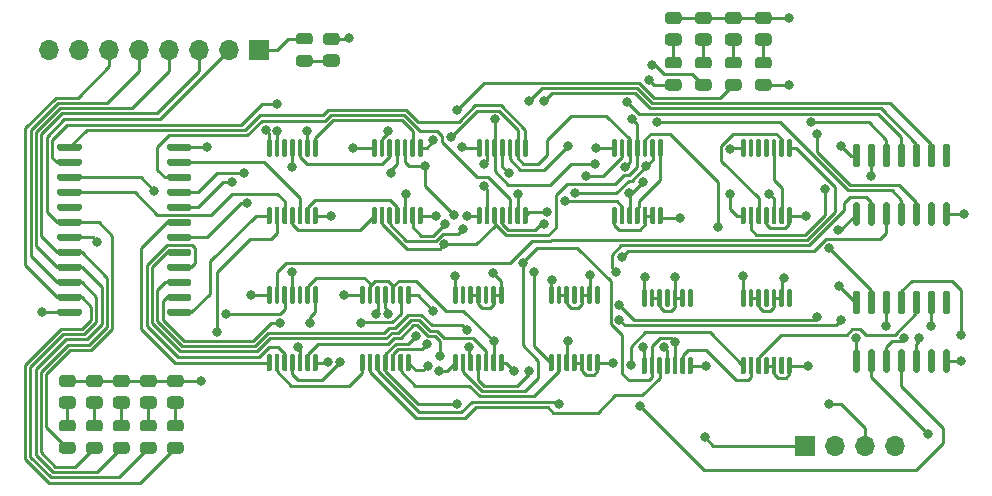
<source format=gbr>
%TF.GenerationSoftware,KiCad,Pcbnew,(5.1.10-1-10_14)*%
%TF.CreationDate,2021-12-06T09:36:28-05:00*%
%TF.ProjectId,control-unit,636f6e74-726f-46c2-9d75-6e69742e6b69,rev?*%
%TF.SameCoordinates,Original*%
%TF.FileFunction,Copper,L1,Top*%
%TF.FilePolarity,Positive*%
%FSLAX46Y46*%
G04 Gerber Fmt 4.6, Leading zero omitted, Abs format (unit mm)*
G04 Created by KiCad (PCBNEW (5.1.10-1-10_14)) date 2021-12-06 09:36:28*
%MOMM*%
%LPD*%
G01*
G04 APERTURE LIST*
%TA.AperFunction,ComponentPad*%
%ADD10O,1.700000X1.700000*%
%TD*%
%TA.AperFunction,ComponentPad*%
%ADD11R,1.700000X1.700000*%
%TD*%
%TA.AperFunction,ViaPad*%
%ADD12C,0.800000*%
%TD*%
%TA.AperFunction,Conductor*%
%ADD13C,0.250000*%
%TD*%
G04 APERTURE END LIST*
%TO.P,R10,2*%
%TO.N,GND*%
%TA.AperFunction,SMDPad,CuDef*%
G36*
G01*
X112718001Y-111360000D02*
X111817999Y-111360000D01*
G75*
G02*
X111568000Y-111110001I0J249999D01*
G01*
X111568000Y-110584999D01*
G75*
G02*
X111817999Y-110335000I249999J0D01*
G01*
X112718001Y-110335000D01*
G75*
G02*
X112968000Y-110584999I0J-249999D01*
G01*
X112968000Y-111110001D01*
G75*
G02*
X112718001Y-111360000I-249999J0D01*
G01*
G37*
%TD.AperFunction*%
%TO.P,R10,1*%
%TO.N,Net-(D10-Pad1)*%
%TA.AperFunction,SMDPad,CuDef*%
G36*
G01*
X112718001Y-113185000D02*
X111817999Y-113185000D01*
G75*
G02*
X111568000Y-112935001I0J249999D01*
G01*
X111568000Y-112409999D01*
G75*
G02*
X111817999Y-112160000I249999J0D01*
G01*
X112718001Y-112160000D01*
G75*
G02*
X112968000Y-112409999I0J-249999D01*
G01*
X112968000Y-112935001D01*
G75*
G02*
X112718001Y-113185000I-249999J0D01*
G01*
G37*
%TD.AperFunction*%
%TD*%
%TO.P,R9,2*%
%TO.N,GND*%
%TA.AperFunction,SMDPad,CuDef*%
G36*
G01*
X115004001Y-111360000D02*
X114103999Y-111360000D01*
G75*
G02*
X113854000Y-111110001I0J249999D01*
G01*
X113854000Y-110584999D01*
G75*
G02*
X114103999Y-110335000I249999J0D01*
G01*
X115004001Y-110335000D01*
G75*
G02*
X115254000Y-110584999I0J-249999D01*
G01*
X115254000Y-111110001D01*
G75*
G02*
X115004001Y-111360000I-249999J0D01*
G01*
G37*
%TD.AperFunction*%
%TO.P,R9,1*%
%TO.N,Net-(D9-Pad1)*%
%TA.AperFunction,SMDPad,CuDef*%
G36*
G01*
X115004001Y-113185000D02*
X114103999Y-113185000D01*
G75*
G02*
X113854000Y-112935001I0J249999D01*
G01*
X113854000Y-112409999D01*
G75*
G02*
X114103999Y-112160000I249999J0D01*
G01*
X115004001Y-112160000D01*
G75*
G02*
X115254000Y-112409999I0J-249999D01*
G01*
X115254000Y-112935001D01*
G75*
G02*
X115004001Y-113185000I-249999J0D01*
G01*
G37*
%TD.AperFunction*%
%TD*%
%TO.P,R8,2*%
%TO.N,GND*%
%TA.AperFunction,SMDPad,CuDef*%
G36*
G01*
X117290001Y-111360000D02*
X116389999Y-111360000D01*
G75*
G02*
X116140000Y-111110001I0J249999D01*
G01*
X116140000Y-110584999D01*
G75*
G02*
X116389999Y-110335000I249999J0D01*
G01*
X117290001Y-110335000D01*
G75*
G02*
X117540000Y-110584999I0J-249999D01*
G01*
X117540000Y-111110001D01*
G75*
G02*
X117290001Y-111360000I-249999J0D01*
G01*
G37*
%TD.AperFunction*%
%TO.P,R8,1*%
%TO.N,Net-(D8-Pad1)*%
%TA.AperFunction,SMDPad,CuDef*%
G36*
G01*
X117290001Y-113185000D02*
X116389999Y-113185000D01*
G75*
G02*
X116140000Y-112935001I0J249999D01*
G01*
X116140000Y-112409999D01*
G75*
G02*
X116389999Y-112160000I249999J0D01*
G01*
X117290001Y-112160000D01*
G75*
G02*
X117540000Y-112409999I0J-249999D01*
G01*
X117540000Y-112935001D01*
G75*
G02*
X117290001Y-113185000I-249999J0D01*
G01*
G37*
%TD.AperFunction*%
%TD*%
%TO.P,R7,2*%
%TO.N,GND*%
%TA.AperFunction,SMDPad,CuDef*%
G36*
G01*
X119576001Y-111360000D02*
X118675999Y-111360000D01*
G75*
G02*
X118426000Y-111110001I0J249999D01*
G01*
X118426000Y-110584999D01*
G75*
G02*
X118675999Y-110335000I249999J0D01*
G01*
X119576001Y-110335000D01*
G75*
G02*
X119826000Y-110584999I0J-249999D01*
G01*
X119826000Y-111110001D01*
G75*
G02*
X119576001Y-111360000I-249999J0D01*
G01*
G37*
%TD.AperFunction*%
%TO.P,R7,1*%
%TO.N,Net-(D7-Pad1)*%
%TA.AperFunction,SMDPad,CuDef*%
G36*
G01*
X119576001Y-113185000D02*
X118675999Y-113185000D01*
G75*
G02*
X118426000Y-112935001I0J249999D01*
G01*
X118426000Y-112409999D01*
G75*
G02*
X118675999Y-112160000I249999J0D01*
G01*
X119576001Y-112160000D01*
G75*
G02*
X119826000Y-112409999I0J-249999D01*
G01*
X119826000Y-112935001D01*
G75*
G02*
X119576001Y-113185000I-249999J0D01*
G01*
G37*
%TD.AperFunction*%
%TD*%
%TO.P,R6,2*%
%TO.N,GND*%
%TA.AperFunction,SMDPad,CuDef*%
G36*
G01*
X121862001Y-111360000D02*
X120961999Y-111360000D01*
G75*
G02*
X120712000Y-111110001I0J249999D01*
G01*
X120712000Y-110584999D01*
G75*
G02*
X120961999Y-110335000I249999J0D01*
G01*
X121862001Y-110335000D01*
G75*
G02*
X122112000Y-110584999I0J-249999D01*
G01*
X122112000Y-111110001D01*
G75*
G02*
X121862001Y-111360000I-249999J0D01*
G01*
G37*
%TD.AperFunction*%
%TO.P,R6,1*%
%TO.N,Net-(D6-Pad1)*%
%TA.AperFunction,SMDPad,CuDef*%
G36*
G01*
X121862001Y-113185000D02*
X120961999Y-113185000D01*
G75*
G02*
X120712000Y-112935001I0J249999D01*
G01*
X120712000Y-112409999D01*
G75*
G02*
X120961999Y-112160000I249999J0D01*
G01*
X121862001Y-112160000D01*
G75*
G02*
X122112000Y-112409999I0J-249999D01*
G01*
X122112000Y-112935001D01*
G75*
G02*
X121862001Y-113185000I-249999J0D01*
G01*
G37*
%TD.AperFunction*%
%TD*%
%TO.P,D10,2*%
%TO.N,EN*%
%TA.AperFunction,SMDPad,CuDef*%
G36*
G01*
X111811750Y-116020000D02*
X112724250Y-116020000D01*
G75*
G02*
X112968000Y-116263750I0J-243750D01*
G01*
X112968000Y-116751250D01*
G75*
G02*
X112724250Y-116995000I-243750J0D01*
G01*
X111811750Y-116995000D01*
G75*
G02*
X111568000Y-116751250I0J243750D01*
G01*
X111568000Y-116263750D01*
G75*
G02*
X111811750Y-116020000I243750J0D01*
G01*
G37*
%TD.AperFunction*%
%TO.P,D10,1*%
%TO.N,Net-(D10-Pad1)*%
%TA.AperFunction,SMDPad,CuDef*%
G36*
G01*
X111811750Y-114145000D02*
X112724250Y-114145000D01*
G75*
G02*
X112968000Y-114388750I0J-243750D01*
G01*
X112968000Y-114876250D01*
G75*
G02*
X112724250Y-115120000I-243750J0D01*
G01*
X111811750Y-115120000D01*
G75*
G02*
X111568000Y-114876250I0J243750D01*
G01*
X111568000Y-114388750D01*
G75*
G02*
X111811750Y-114145000I243750J0D01*
G01*
G37*
%TD.AperFunction*%
%TD*%
%TO.P,D9,2*%
%TO.N,ADR3*%
%TA.AperFunction,SMDPad,CuDef*%
G36*
G01*
X114097750Y-116020000D02*
X115010250Y-116020000D01*
G75*
G02*
X115254000Y-116263750I0J-243750D01*
G01*
X115254000Y-116751250D01*
G75*
G02*
X115010250Y-116995000I-243750J0D01*
G01*
X114097750Y-116995000D01*
G75*
G02*
X113854000Y-116751250I0J243750D01*
G01*
X113854000Y-116263750D01*
G75*
G02*
X114097750Y-116020000I243750J0D01*
G01*
G37*
%TD.AperFunction*%
%TO.P,D9,1*%
%TO.N,Net-(D9-Pad1)*%
%TA.AperFunction,SMDPad,CuDef*%
G36*
G01*
X114097750Y-114145000D02*
X115010250Y-114145000D01*
G75*
G02*
X115254000Y-114388750I0J-243750D01*
G01*
X115254000Y-114876250D01*
G75*
G02*
X115010250Y-115120000I-243750J0D01*
G01*
X114097750Y-115120000D01*
G75*
G02*
X113854000Y-114876250I0J243750D01*
G01*
X113854000Y-114388750D01*
G75*
G02*
X114097750Y-114145000I243750J0D01*
G01*
G37*
%TD.AperFunction*%
%TD*%
%TO.P,D8,2*%
%TO.N,ADR2*%
%TA.AperFunction,SMDPad,CuDef*%
G36*
G01*
X116383750Y-116020000D02*
X117296250Y-116020000D01*
G75*
G02*
X117540000Y-116263750I0J-243750D01*
G01*
X117540000Y-116751250D01*
G75*
G02*
X117296250Y-116995000I-243750J0D01*
G01*
X116383750Y-116995000D01*
G75*
G02*
X116140000Y-116751250I0J243750D01*
G01*
X116140000Y-116263750D01*
G75*
G02*
X116383750Y-116020000I243750J0D01*
G01*
G37*
%TD.AperFunction*%
%TO.P,D8,1*%
%TO.N,Net-(D8-Pad1)*%
%TA.AperFunction,SMDPad,CuDef*%
G36*
G01*
X116383750Y-114145000D02*
X117296250Y-114145000D01*
G75*
G02*
X117540000Y-114388750I0J-243750D01*
G01*
X117540000Y-114876250D01*
G75*
G02*
X117296250Y-115120000I-243750J0D01*
G01*
X116383750Y-115120000D01*
G75*
G02*
X116140000Y-114876250I0J243750D01*
G01*
X116140000Y-114388750D01*
G75*
G02*
X116383750Y-114145000I243750J0D01*
G01*
G37*
%TD.AperFunction*%
%TD*%
%TO.P,D7,2*%
%TO.N,ADR1*%
%TA.AperFunction,SMDPad,CuDef*%
G36*
G01*
X118669750Y-116020000D02*
X119582250Y-116020000D01*
G75*
G02*
X119826000Y-116263750I0J-243750D01*
G01*
X119826000Y-116751250D01*
G75*
G02*
X119582250Y-116995000I-243750J0D01*
G01*
X118669750Y-116995000D01*
G75*
G02*
X118426000Y-116751250I0J243750D01*
G01*
X118426000Y-116263750D01*
G75*
G02*
X118669750Y-116020000I243750J0D01*
G01*
G37*
%TD.AperFunction*%
%TO.P,D7,1*%
%TO.N,Net-(D7-Pad1)*%
%TA.AperFunction,SMDPad,CuDef*%
G36*
G01*
X118669750Y-114145000D02*
X119582250Y-114145000D01*
G75*
G02*
X119826000Y-114388750I0J-243750D01*
G01*
X119826000Y-114876250D01*
G75*
G02*
X119582250Y-115120000I-243750J0D01*
G01*
X118669750Y-115120000D01*
G75*
G02*
X118426000Y-114876250I0J243750D01*
G01*
X118426000Y-114388750D01*
G75*
G02*
X118669750Y-114145000I243750J0D01*
G01*
G37*
%TD.AperFunction*%
%TD*%
%TO.P,D6,2*%
%TO.N,ADR0*%
%TA.AperFunction,SMDPad,CuDef*%
G36*
G01*
X120955750Y-116020000D02*
X121868250Y-116020000D01*
G75*
G02*
X122112000Y-116263750I0J-243750D01*
G01*
X122112000Y-116751250D01*
G75*
G02*
X121868250Y-116995000I-243750J0D01*
G01*
X120955750Y-116995000D01*
G75*
G02*
X120712000Y-116751250I0J243750D01*
G01*
X120712000Y-116263750D01*
G75*
G02*
X120955750Y-116020000I243750J0D01*
G01*
G37*
%TD.AperFunction*%
%TO.P,D6,1*%
%TO.N,Net-(D6-Pad1)*%
%TA.AperFunction,SMDPad,CuDef*%
G36*
G01*
X120955750Y-114145000D02*
X121868250Y-114145000D01*
G75*
G02*
X122112000Y-114388750I0J-243750D01*
G01*
X122112000Y-114876250D01*
G75*
G02*
X121868250Y-115120000I-243750J0D01*
G01*
X120955750Y-115120000D01*
G75*
G02*
X120712000Y-114876250I0J243750D01*
G01*
X120712000Y-114388750D01*
G75*
G02*
X120955750Y-114145000I243750J0D01*
G01*
G37*
%TD.AperFunction*%
%TD*%
%TO.P,R5,2*%
%TO.N,GND*%
%TA.AperFunction,SMDPad,CuDef*%
G36*
G01*
X164026001Y-80626000D02*
X163125999Y-80626000D01*
G75*
G02*
X162876000Y-80376001I0J249999D01*
G01*
X162876000Y-79850999D01*
G75*
G02*
X163125999Y-79601000I249999J0D01*
G01*
X164026001Y-79601000D01*
G75*
G02*
X164276000Y-79850999I0J-249999D01*
G01*
X164276000Y-80376001D01*
G75*
G02*
X164026001Y-80626000I-249999J0D01*
G01*
G37*
%TD.AperFunction*%
%TO.P,R5,1*%
%TO.N,Net-(D5-Pad1)*%
%TA.AperFunction,SMDPad,CuDef*%
G36*
G01*
X164026001Y-82451000D02*
X163125999Y-82451000D01*
G75*
G02*
X162876000Y-82201001I0J249999D01*
G01*
X162876000Y-81675999D01*
G75*
G02*
X163125999Y-81426000I249999J0D01*
G01*
X164026001Y-81426000D01*
G75*
G02*
X164276000Y-81675999I0J-249999D01*
G01*
X164276000Y-82201001D01*
G75*
G02*
X164026001Y-82451000I-249999J0D01*
G01*
G37*
%TD.AperFunction*%
%TD*%
%TO.P,R4,2*%
%TO.N,GND*%
%TA.AperFunction,SMDPad,CuDef*%
G36*
G01*
X166566001Y-80626000D02*
X165665999Y-80626000D01*
G75*
G02*
X165416000Y-80376001I0J249999D01*
G01*
X165416000Y-79850999D01*
G75*
G02*
X165665999Y-79601000I249999J0D01*
G01*
X166566001Y-79601000D01*
G75*
G02*
X166816000Y-79850999I0J-249999D01*
G01*
X166816000Y-80376001D01*
G75*
G02*
X166566001Y-80626000I-249999J0D01*
G01*
G37*
%TD.AperFunction*%
%TO.P,R4,1*%
%TO.N,Net-(D4-Pad1)*%
%TA.AperFunction,SMDPad,CuDef*%
G36*
G01*
X166566001Y-82451000D02*
X165665999Y-82451000D01*
G75*
G02*
X165416000Y-82201001I0J249999D01*
G01*
X165416000Y-81675999D01*
G75*
G02*
X165665999Y-81426000I249999J0D01*
G01*
X166566001Y-81426000D01*
G75*
G02*
X166816000Y-81675999I0J-249999D01*
G01*
X166816000Y-82201001D01*
G75*
G02*
X166566001Y-82451000I-249999J0D01*
G01*
G37*
%TD.AperFunction*%
%TD*%
%TO.P,R3,2*%
%TO.N,GND*%
%TA.AperFunction,SMDPad,CuDef*%
G36*
G01*
X169106001Y-80626000D02*
X168205999Y-80626000D01*
G75*
G02*
X167956000Y-80376001I0J249999D01*
G01*
X167956000Y-79850999D01*
G75*
G02*
X168205999Y-79601000I249999J0D01*
G01*
X169106001Y-79601000D01*
G75*
G02*
X169356000Y-79850999I0J-249999D01*
G01*
X169356000Y-80376001D01*
G75*
G02*
X169106001Y-80626000I-249999J0D01*
G01*
G37*
%TD.AperFunction*%
%TO.P,R3,1*%
%TO.N,Net-(D3-Pad1)*%
%TA.AperFunction,SMDPad,CuDef*%
G36*
G01*
X169106001Y-82451000D02*
X168205999Y-82451000D01*
G75*
G02*
X167956000Y-82201001I0J249999D01*
G01*
X167956000Y-81675999D01*
G75*
G02*
X168205999Y-81426000I249999J0D01*
G01*
X169106001Y-81426000D01*
G75*
G02*
X169356000Y-81675999I0J-249999D01*
G01*
X169356000Y-82201001D01*
G75*
G02*
X169106001Y-82451000I-249999J0D01*
G01*
G37*
%TD.AperFunction*%
%TD*%
%TO.P,R2,2*%
%TO.N,GND*%
%TA.AperFunction,SMDPad,CuDef*%
G36*
G01*
X171646001Y-80626000D02*
X170745999Y-80626000D01*
G75*
G02*
X170496000Y-80376001I0J249999D01*
G01*
X170496000Y-79850999D01*
G75*
G02*
X170745999Y-79601000I249999J0D01*
G01*
X171646001Y-79601000D01*
G75*
G02*
X171896000Y-79850999I0J-249999D01*
G01*
X171896000Y-80376001D01*
G75*
G02*
X171646001Y-80626000I-249999J0D01*
G01*
G37*
%TD.AperFunction*%
%TO.P,R2,1*%
%TO.N,Net-(D2-Pad1)*%
%TA.AperFunction,SMDPad,CuDef*%
G36*
G01*
X171646001Y-82451000D02*
X170745999Y-82451000D01*
G75*
G02*
X170496000Y-82201001I0J249999D01*
G01*
X170496000Y-81675999D01*
G75*
G02*
X170745999Y-81426000I249999J0D01*
G01*
X171646001Y-81426000D01*
G75*
G02*
X171896000Y-81675999I0J-249999D01*
G01*
X171896000Y-82201001D01*
G75*
G02*
X171646001Y-82451000I-249999J0D01*
G01*
G37*
%TD.AperFunction*%
%TD*%
%TO.P,R1,2*%
%TO.N,GND*%
%TA.AperFunction,SMDPad,CuDef*%
G36*
G01*
X135070001Y-82404000D02*
X134169999Y-82404000D01*
G75*
G02*
X133920000Y-82154001I0J249999D01*
G01*
X133920000Y-81628999D01*
G75*
G02*
X134169999Y-81379000I249999J0D01*
G01*
X135070001Y-81379000D01*
G75*
G02*
X135320000Y-81628999I0J-249999D01*
G01*
X135320000Y-82154001D01*
G75*
G02*
X135070001Y-82404000I-249999J0D01*
G01*
G37*
%TD.AperFunction*%
%TO.P,R1,1*%
%TO.N,Net-(D1-Pad1)*%
%TA.AperFunction,SMDPad,CuDef*%
G36*
G01*
X135070001Y-84229000D02*
X134169999Y-84229000D01*
G75*
G02*
X133920000Y-83979001I0J249999D01*
G01*
X133920000Y-83453999D01*
G75*
G02*
X134169999Y-83204000I249999J0D01*
G01*
X135070001Y-83204000D01*
G75*
G02*
X135320000Y-83453999I0J-249999D01*
G01*
X135320000Y-83979001D01*
G75*
G02*
X135070001Y-84229000I-249999J0D01*
G01*
G37*
%TD.AperFunction*%
%TD*%
%TO.P,D5,2*%
%TO.N,OVERFLOW_FLAG*%
%TA.AperFunction,SMDPad,CuDef*%
G36*
G01*
X163119750Y-85286000D02*
X164032250Y-85286000D01*
G75*
G02*
X164276000Y-85529750I0J-243750D01*
G01*
X164276000Y-86017250D01*
G75*
G02*
X164032250Y-86261000I-243750J0D01*
G01*
X163119750Y-86261000D01*
G75*
G02*
X162876000Y-86017250I0J243750D01*
G01*
X162876000Y-85529750D01*
G75*
G02*
X163119750Y-85286000I243750J0D01*
G01*
G37*
%TD.AperFunction*%
%TO.P,D5,1*%
%TO.N,Net-(D5-Pad1)*%
%TA.AperFunction,SMDPad,CuDef*%
G36*
G01*
X163119750Y-83411000D02*
X164032250Y-83411000D01*
G75*
G02*
X164276000Y-83654750I0J-243750D01*
G01*
X164276000Y-84142250D01*
G75*
G02*
X164032250Y-84386000I-243750J0D01*
G01*
X163119750Y-84386000D01*
G75*
G02*
X162876000Y-84142250I0J243750D01*
G01*
X162876000Y-83654750D01*
G75*
G02*
X163119750Y-83411000I243750J0D01*
G01*
G37*
%TD.AperFunction*%
%TD*%
%TO.P,D4,2*%
%TO.N,ZERO_FLAG*%
%TA.AperFunction,SMDPad,CuDef*%
G36*
G01*
X165659750Y-85286000D02*
X166572250Y-85286000D01*
G75*
G02*
X166816000Y-85529750I0J-243750D01*
G01*
X166816000Y-86017250D01*
G75*
G02*
X166572250Y-86261000I-243750J0D01*
G01*
X165659750Y-86261000D01*
G75*
G02*
X165416000Y-86017250I0J243750D01*
G01*
X165416000Y-85529750D01*
G75*
G02*
X165659750Y-85286000I243750J0D01*
G01*
G37*
%TD.AperFunction*%
%TO.P,D4,1*%
%TO.N,Net-(D4-Pad1)*%
%TA.AperFunction,SMDPad,CuDef*%
G36*
G01*
X165659750Y-83411000D02*
X166572250Y-83411000D01*
G75*
G02*
X166816000Y-83654750I0J-243750D01*
G01*
X166816000Y-84142250D01*
G75*
G02*
X166572250Y-84386000I-243750J0D01*
G01*
X165659750Y-84386000D01*
G75*
G02*
X165416000Y-84142250I0J243750D01*
G01*
X165416000Y-83654750D01*
G75*
G02*
X165659750Y-83411000I243750J0D01*
G01*
G37*
%TD.AperFunction*%
%TD*%
%TO.P,D3,2*%
%TO.N,SIGN_FLAG*%
%TA.AperFunction,SMDPad,CuDef*%
G36*
G01*
X168199750Y-85286000D02*
X169112250Y-85286000D01*
G75*
G02*
X169356000Y-85529750I0J-243750D01*
G01*
X169356000Y-86017250D01*
G75*
G02*
X169112250Y-86261000I-243750J0D01*
G01*
X168199750Y-86261000D01*
G75*
G02*
X167956000Y-86017250I0J243750D01*
G01*
X167956000Y-85529750D01*
G75*
G02*
X168199750Y-85286000I243750J0D01*
G01*
G37*
%TD.AperFunction*%
%TO.P,D3,1*%
%TO.N,Net-(D3-Pad1)*%
%TA.AperFunction,SMDPad,CuDef*%
G36*
G01*
X168199750Y-83411000D02*
X169112250Y-83411000D01*
G75*
G02*
X169356000Y-83654750I0J-243750D01*
G01*
X169356000Y-84142250D01*
G75*
G02*
X169112250Y-84386000I-243750J0D01*
G01*
X168199750Y-84386000D01*
G75*
G02*
X167956000Y-84142250I0J243750D01*
G01*
X167956000Y-83654750D01*
G75*
G02*
X168199750Y-83411000I243750J0D01*
G01*
G37*
%TD.AperFunction*%
%TD*%
%TO.P,D2,2*%
%TO.N,CARRY_FLAG*%
%TA.AperFunction,SMDPad,CuDef*%
G36*
G01*
X170739750Y-85286000D02*
X171652250Y-85286000D01*
G75*
G02*
X171896000Y-85529750I0J-243750D01*
G01*
X171896000Y-86017250D01*
G75*
G02*
X171652250Y-86261000I-243750J0D01*
G01*
X170739750Y-86261000D01*
G75*
G02*
X170496000Y-86017250I0J243750D01*
G01*
X170496000Y-85529750D01*
G75*
G02*
X170739750Y-85286000I243750J0D01*
G01*
G37*
%TD.AperFunction*%
%TO.P,D2,1*%
%TO.N,Net-(D2-Pad1)*%
%TA.AperFunction,SMDPad,CuDef*%
G36*
G01*
X170739750Y-83411000D02*
X171652250Y-83411000D01*
G75*
G02*
X171896000Y-83654750I0J-243750D01*
G01*
X171896000Y-84142250D01*
G75*
G02*
X171652250Y-84386000I-243750J0D01*
G01*
X170739750Y-84386000D01*
G75*
G02*
X170496000Y-84142250I0J243750D01*
G01*
X170496000Y-83654750D01*
G75*
G02*
X170739750Y-83411000I243750J0D01*
G01*
G37*
%TD.AperFunction*%
%TD*%
%TO.P,D1,2*%
%TO.N,LOAD_PROGRAM_COUNTER_COND*%
%TA.AperFunction,SMDPad,CuDef*%
G36*
G01*
X132790250Y-82354000D02*
X131877750Y-82354000D01*
G75*
G02*
X131634000Y-82110250I0J243750D01*
G01*
X131634000Y-81622750D01*
G75*
G02*
X131877750Y-81379000I243750J0D01*
G01*
X132790250Y-81379000D01*
G75*
G02*
X133034000Y-81622750I0J-243750D01*
G01*
X133034000Y-82110250D01*
G75*
G02*
X132790250Y-82354000I-243750J0D01*
G01*
G37*
%TD.AperFunction*%
%TO.P,D1,1*%
%TO.N,Net-(D1-Pad1)*%
%TA.AperFunction,SMDPad,CuDef*%
G36*
G01*
X132790250Y-84229000D02*
X131877750Y-84229000D01*
G75*
G02*
X131634000Y-83985250I0J243750D01*
G01*
X131634000Y-83497750D01*
G75*
G02*
X131877750Y-83254000I243750J0D01*
G01*
X132790250Y-83254000D01*
G75*
G02*
X133034000Y-83497750I0J-243750D01*
G01*
X133034000Y-83985250D01*
G75*
G02*
X132790250Y-84229000I-243750J0D01*
G01*
G37*
%TD.AperFunction*%
%TD*%
%TO.P,U11,14*%
%TO.N,VCC*%
%TA.AperFunction,SMDPad,CuDef*%
G36*
G01*
X179220000Y-105180000D02*
X178920000Y-105180000D01*
G75*
G02*
X178770000Y-105030000I0J150000D01*
G01*
X178770000Y-103380000D01*
G75*
G02*
X178920000Y-103230000I150000J0D01*
G01*
X179220000Y-103230000D01*
G75*
G02*
X179370000Y-103380000I0J-150000D01*
G01*
X179370000Y-105030000D01*
G75*
G02*
X179220000Y-105180000I-150000J0D01*
G01*
G37*
%TD.AperFunction*%
%TO.P,U11,13*%
%TO.N,Net-(U11-Pad13)*%
%TA.AperFunction,SMDPad,CuDef*%
G36*
G01*
X180490000Y-105180000D02*
X180190000Y-105180000D01*
G75*
G02*
X180040000Y-105030000I0J150000D01*
G01*
X180040000Y-103380000D01*
G75*
G02*
X180190000Y-103230000I150000J0D01*
G01*
X180490000Y-103230000D01*
G75*
G02*
X180640000Y-103380000I0J-150000D01*
G01*
X180640000Y-105030000D01*
G75*
G02*
X180490000Y-105180000I-150000J0D01*
G01*
G37*
%TD.AperFunction*%
%TO.P,U11,12*%
%TO.N,Net-(U11-Pad1)*%
%TA.AperFunction,SMDPad,CuDef*%
G36*
G01*
X181760000Y-105180000D02*
X181460000Y-105180000D01*
G75*
G02*
X181310000Y-105030000I0J150000D01*
G01*
X181310000Y-103380000D01*
G75*
G02*
X181460000Y-103230000I150000J0D01*
G01*
X181760000Y-103230000D01*
G75*
G02*
X181910000Y-103380000I0J-150000D01*
G01*
X181910000Y-105030000D01*
G75*
G02*
X181760000Y-105180000I-150000J0D01*
G01*
G37*
%TD.AperFunction*%
%TO.P,U11,11*%
%TO.N,OR_JUMP*%
%TA.AperFunction,SMDPad,CuDef*%
G36*
G01*
X183030000Y-105180000D02*
X182730000Y-105180000D01*
G75*
G02*
X182580000Y-105030000I0J150000D01*
G01*
X182580000Y-103380000D01*
G75*
G02*
X182730000Y-103230000I150000J0D01*
G01*
X183030000Y-103230000D01*
G75*
G02*
X183180000Y-103380000I0J-150000D01*
G01*
X183180000Y-105030000D01*
G75*
G02*
X183030000Y-105180000I-150000J0D01*
G01*
G37*
%TD.AperFunction*%
%TO.P,U11,10*%
%TO.N,OR_JLE_JNG*%
%TA.AperFunction,SMDPad,CuDef*%
G36*
G01*
X184300000Y-105180000D02*
X184000000Y-105180000D01*
G75*
G02*
X183850000Y-105030000I0J150000D01*
G01*
X183850000Y-103380000D01*
G75*
G02*
X184000000Y-103230000I150000J0D01*
G01*
X184300000Y-103230000D01*
G75*
G02*
X184450000Y-103380000I0J-150000D01*
G01*
X184450000Y-105030000D01*
G75*
G02*
X184300000Y-105180000I-150000J0D01*
G01*
G37*
%TD.AperFunction*%
%TO.P,U11,9*%
%TO.N,OR_JG_JNLE*%
%TA.AperFunction,SMDPad,CuDef*%
G36*
G01*
X185570000Y-105180000D02*
X185270000Y-105180000D01*
G75*
G02*
X185120000Y-105030000I0J150000D01*
G01*
X185120000Y-103380000D01*
G75*
G02*
X185270000Y-103230000I150000J0D01*
G01*
X185570000Y-103230000D01*
G75*
G02*
X185720000Y-103380000I0J-150000D01*
G01*
X185720000Y-105030000D01*
G75*
G02*
X185570000Y-105180000I-150000J0D01*
G01*
G37*
%TD.AperFunction*%
%TO.P,U11,8*%
%TO.N,N/C*%
%TA.AperFunction,SMDPad,CuDef*%
G36*
G01*
X186840000Y-105180000D02*
X186540000Y-105180000D01*
G75*
G02*
X186390000Y-105030000I0J150000D01*
G01*
X186390000Y-103380000D01*
G75*
G02*
X186540000Y-103230000I150000J0D01*
G01*
X186840000Y-103230000D01*
G75*
G02*
X186990000Y-103380000I0J-150000D01*
G01*
X186990000Y-105030000D01*
G75*
G02*
X186840000Y-105180000I-150000J0D01*
G01*
G37*
%TD.AperFunction*%
%TO.P,U11,7*%
%TO.N,GND*%
%TA.AperFunction,SMDPad,CuDef*%
G36*
G01*
X186840000Y-110130000D02*
X186540000Y-110130000D01*
G75*
G02*
X186390000Y-109980000I0J150000D01*
G01*
X186390000Y-108330000D01*
G75*
G02*
X186540000Y-108180000I150000J0D01*
G01*
X186840000Y-108180000D01*
G75*
G02*
X186990000Y-108330000I0J-150000D01*
G01*
X186990000Y-109980000D01*
G75*
G02*
X186840000Y-110130000I-150000J0D01*
G01*
G37*
%TD.AperFunction*%
%TO.P,U11,6*%
%TO.N,N/C*%
%TA.AperFunction,SMDPad,CuDef*%
G36*
G01*
X185570000Y-110130000D02*
X185270000Y-110130000D01*
G75*
G02*
X185120000Y-109980000I0J150000D01*
G01*
X185120000Y-108330000D01*
G75*
G02*
X185270000Y-108180000I150000J0D01*
G01*
X185570000Y-108180000D01*
G75*
G02*
X185720000Y-108330000I0J-150000D01*
G01*
X185720000Y-109980000D01*
G75*
G02*
X185570000Y-110130000I-150000J0D01*
G01*
G37*
%TD.AperFunction*%
%TO.P,U11,5*%
%TO.N,OR_JGE_JNL*%
%TA.AperFunction,SMDPad,CuDef*%
G36*
G01*
X184300000Y-110130000D02*
X184000000Y-110130000D01*
G75*
G02*
X183850000Y-109980000I0J150000D01*
G01*
X183850000Y-108330000D01*
G75*
G02*
X184000000Y-108180000I150000J0D01*
G01*
X184300000Y-108180000D01*
G75*
G02*
X184450000Y-108330000I0J-150000D01*
G01*
X184450000Y-109980000D01*
G75*
G02*
X184300000Y-110130000I-150000J0D01*
G01*
G37*
%TD.AperFunction*%
%TO.P,U11,4*%
%TO.N,OR_JL_JNGE*%
%TA.AperFunction,SMDPad,CuDef*%
G36*
G01*
X183030000Y-110130000D02*
X182730000Y-110130000D01*
G75*
G02*
X182580000Y-109980000I0J150000D01*
G01*
X182580000Y-108330000D01*
G75*
G02*
X182730000Y-108180000I150000J0D01*
G01*
X183030000Y-108180000D01*
G75*
G02*
X183180000Y-108330000I0J-150000D01*
G01*
X183180000Y-109980000D01*
G75*
G02*
X183030000Y-110130000I-150000J0D01*
G01*
G37*
%TD.AperFunction*%
%TO.P,U11,3*%
%TO.N,OR_JA_JNBE*%
%TA.AperFunction,SMDPad,CuDef*%
G36*
G01*
X181760000Y-110130000D02*
X181460000Y-110130000D01*
G75*
G02*
X181310000Y-109980000I0J150000D01*
G01*
X181310000Y-108330000D01*
G75*
G02*
X181460000Y-108180000I150000J0D01*
G01*
X181760000Y-108180000D01*
G75*
G02*
X181910000Y-108330000I0J-150000D01*
G01*
X181910000Y-109980000D01*
G75*
G02*
X181760000Y-110130000I-150000J0D01*
G01*
G37*
%TD.AperFunction*%
%TO.P,U11,2*%
%TO.N,OR_JBE_JNA*%
%TA.AperFunction,SMDPad,CuDef*%
G36*
G01*
X180490000Y-110130000D02*
X180190000Y-110130000D01*
G75*
G02*
X180040000Y-109980000I0J150000D01*
G01*
X180040000Y-108330000D01*
G75*
G02*
X180190000Y-108180000I150000J0D01*
G01*
X180490000Y-108180000D01*
G75*
G02*
X180640000Y-108330000I0J-150000D01*
G01*
X180640000Y-109980000D01*
G75*
G02*
X180490000Y-110130000I-150000J0D01*
G01*
G37*
%TD.AperFunction*%
%TO.P,U11,1*%
%TO.N,Net-(U11-Pad1)*%
%TA.AperFunction,SMDPad,CuDef*%
G36*
G01*
X179220000Y-110130000D02*
X178920000Y-110130000D01*
G75*
G02*
X178770000Y-109980000I0J150000D01*
G01*
X178770000Y-108330000D01*
G75*
G02*
X178920000Y-108180000I150000J0D01*
G01*
X179220000Y-108180000D01*
G75*
G02*
X179370000Y-108330000I0J-150000D01*
G01*
X179370000Y-109980000D01*
G75*
G02*
X179220000Y-110130000I-150000J0D01*
G01*
G37*
%TD.AperFunction*%
%TD*%
%TO.P,U10,14*%
%TO.N,VCC*%
%TA.AperFunction,SMDPad,CuDef*%
G36*
G01*
X179220000Y-92734000D02*
X178920000Y-92734000D01*
G75*
G02*
X178770000Y-92584000I0J150000D01*
G01*
X178770000Y-90934000D01*
G75*
G02*
X178920000Y-90784000I150000J0D01*
G01*
X179220000Y-90784000D01*
G75*
G02*
X179370000Y-90934000I0J-150000D01*
G01*
X179370000Y-92584000D01*
G75*
G02*
X179220000Y-92734000I-150000J0D01*
G01*
G37*
%TD.AperFunction*%
%TO.P,U10,13*%
%TO.N,Net-(U10-Pad13)*%
%TA.AperFunction,SMDPad,CuDef*%
G36*
G01*
X180490000Y-92734000D02*
X180190000Y-92734000D01*
G75*
G02*
X180040000Y-92584000I0J150000D01*
G01*
X180040000Y-90934000D01*
G75*
G02*
X180190000Y-90784000I150000J0D01*
G01*
X180490000Y-90784000D01*
G75*
G02*
X180640000Y-90934000I0J-150000D01*
G01*
X180640000Y-92584000D01*
G75*
G02*
X180490000Y-92734000I-150000J0D01*
G01*
G37*
%TD.AperFunction*%
%TO.P,U10,12*%
%TO.N,OR_JNB_JAE_JNC*%
%TA.AperFunction,SMDPad,CuDef*%
G36*
G01*
X181760000Y-92734000D02*
X181460000Y-92734000D01*
G75*
G02*
X181310000Y-92584000I0J150000D01*
G01*
X181310000Y-90934000D01*
G75*
G02*
X181460000Y-90784000I150000J0D01*
G01*
X181760000Y-90784000D01*
G75*
G02*
X181910000Y-90934000I0J-150000D01*
G01*
X181910000Y-92584000D01*
G75*
G02*
X181760000Y-92734000I-150000J0D01*
G01*
G37*
%TD.AperFunction*%
%TO.P,U10,11*%
%TO.N,OR_JB_JNAE_JC*%
%TA.AperFunction,SMDPad,CuDef*%
G36*
G01*
X183030000Y-92734000D02*
X182730000Y-92734000D01*
G75*
G02*
X182580000Y-92584000I0J150000D01*
G01*
X182580000Y-90934000D01*
G75*
G02*
X182730000Y-90784000I150000J0D01*
G01*
X183030000Y-90784000D01*
G75*
G02*
X183180000Y-90934000I0J-150000D01*
G01*
X183180000Y-92584000D01*
G75*
G02*
X183030000Y-92734000I-150000J0D01*
G01*
G37*
%TD.AperFunction*%
%TO.P,U10,10*%
%TO.N,OR_JNE_JNZ*%
%TA.AperFunction,SMDPad,CuDef*%
G36*
G01*
X184300000Y-92734000D02*
X184000000Y-92734000D01*
G75*
G02*
X183850000Y-92584000I0J150000D01*
G01*
X183850000Y-90934000D01*
G75*
G02*
X184000000Y-90784000I150000J0D01*
G01*
X184300000Y-90784000D01*
G75*
G02*
X184450000Y-90934000I0J-150000D01*
G01*
X184450000Y-92584000D01*
G75*
G02*
X184300000Y-92734000I-150000J0D01*
G01*
G37*
%TD.AperFunction*%
%TO.P,U10,9*%
%TO.N,OR_JE_JZ*%
%TA.AperFunction,SMDPad,CuDef*%
G36*
G01*
X185570000Y-92734000D02*
X185270000Y-92734000D01*
G75*
G02*
X185120000Y-92584000I0J150000D01*
G01*
X185120000Y-90934000D01*
G75*
G02*
X185270000Y-90784000I150000J0D01*
G01*
X185570000Y-90784000D01*
G75*
G02*
X185720000Y-90934000I0J-150000D01*
G01*
X185720000Y-92584000D01*
G75*
G02*
X185570000Y-92734000I-150000J0D01*
G01*
G37*
%TD.AperFunction*%
%TO.P,U10,8*%
%TO.N,N/C*%
%TA.AperFunction,SMDPad,CuDef*%
G36*
G01*
X186840000Y-92734000D02*
X186540000Y-92734000D01*
G75*
G02*
X186390000Y-92584000I0J150000D01*
G01*
X186390000Y-90934000D01*
G75*
G02*
X186540000Y-90784000I150000J0D01*
G01*
X186840000Y-90784000D01*
G75*
G02*
X186990000Y-90934000I0J-150000D01*
G01*
X186990000Y-92584000D01*
G75*
G02*
X186840000Y-92734000I-150000J0D01*
G01*
G37*
%TD.AperFunction*%
%TO.P,U10,7*%
%TO.N,GND*%
%TA.AperFunction,SMDPad,CuDef*%
G36*
G01*
X186840000Y-97684000D02*
X186540000Y-97684000D01*
G75*
G02*
X186390000Y-97534000I0J150000D01*
G01*
X186390000Y-95884000D01*
G75*
G02*
X186540000Y-95734000I150000J0D01*
G01*
X186840000Y-95734000D01*
G75*
G02*
X186990000Y-95884000I0J-150000D01*
G01*
X186990000Y-97534000D01*
G75*
G02*
X186840000Y-97684000I-150000J0D01*
G01*
G37*
%TD.AperFunction*%
%TO.P,U10,6*%
%TO.N,N/C*%
%TA.AperFunction,SMDPad,CuDef*%
G36*
G01*
X185570000Y-97684000D02*
X185270000Y-97684000D01*
G75*
G02*
X185120000Y-97534000I0J150000D01*
G01*
X185120000Y-95884000D01*
G75*
G02*
X185270000Y-95734000I150000J0D01*
G01*
X185570000Y-95734000D01*
G75*
G02*
X185720000Y-95884000I0J-150000D01*
G01*
X185720000Y-97534000D01*
G75*
G02*
X185570000Y-97684000I-150000J0D01*
G01*
G37*
%TD.AperFunction*%
%TO.P,U10,5*%
%TO.N,OR_JNS*%
%TA.AperFunction,SMDPad,CuDef*%
G36*
G01*
X184300000Y-97684000D02*
X184000000Y-97684000D01*
G75*
G02*
X183850000Y-97534000I0J150000D01*
G01*
X183850000Y-95884000D01*
G75*
G02*
X184000000Y-95734000I150000J0D01*
G01*
X184300000Y-95734000D01*
G75*
G02*
X184450000Y-95884000I0J-150000D01*
G01*
X184450000Y-97534000D01*
G75*
G02*
X184300000Y-97684000I-150000J0D01*
G01*
G37*
%TD.AperFunction*%
%TO.P,U10,4*%
%TO.N,OR_JS*%
%TA.AperFunction,SMDPad,CuDef*%
G36*
G01*
X183030000Y-97684000D02*
X182730000Y-97684000D01*
G75*
G02*
X182580000Y-97534000I0J150000D01*
G01*
X182580000Y-95884000D01*
G75*
G02*
X182730000Y-95734000I150000J0D01*
G01*
X183030000Y-95734000D01*
G75*
G02*
X183180000Y-95884000I0J-150000D01*
G01*
X183180000Y-97534000D01*
G75*
G02*
X183030000Y-97684000I-150000J0D01*
G01*
G37*
%TD.AperFunction*%
%TO.P,U10,3*%
%TO.N,OR_JNO*%
%TA.AperFunction,SMDPad,CuDef*%
G36*
G01*
X181760000Y-97684000D02*
X181460000Y-97684000D01*
G75*
G02*
X181310000Y-97534000I0J150000D01*
G01*
X181310000Y-95884000D01*
G75*
G02*
X181460000Y-95734000I150000J0D01*
G01*
X181760000Y-95734000D01*
G75*
G02*
X181910000Y-95884000I0J-150000D01*
G01*
X181910000Y-97534000D01*
G75*
G02*
X181760000Y-97684000I-150000J0D01*
G01*
G37*
%TD.AperFunction*%
%TO.P,U10,2*%
%TO.N,OR_JO*%
%TA.AperFunction,SMDPad,CuDef*%
G36*
G01*
X180490000Y-97684000D02*
X180190000Y-97684000D01*
G75*
G02*
X180040000Y-97534000I0J150000D01*
G01*
X180040000Y-95884000D01*
G75*
G02*
X180190000Y-95734000I150000J0D01*
G01*
X180490000Y-95734000D01*
G75*
G02*
X180640000Y-95884000I0J-150000D01*
G01*
X180640000Y-97534000D01*
G75*
G02*
X180490000Y-97684000I-150000J0D01*
G01*
G37*
%TD.AperFunction*%
%TO.P,U10,1*%
%TO.N,Net-(U10-Pad1)*%
%TA.AperFunction,SMDPad,CuDef*%
G36*
G01*
X179220000Y-97684000D02*
X178920000Y-97684000D01*
G75*
G02*
X178770000Y-97534000I0J150000D01*
G01*
X178770000Y-95884000D01*
G75*
G02*
X178920000Y-95734000I150000J0D01*
G01*
X179220000Y-95734000D01*
G75*
G02*
X179370000Y-95884000I0J-150000D01*
G01*
X179370000Y-97534000D01*
G75*
G02*
X179220000Y-97684000I-150000J0D01*
G01*
G37*
%TD.AperFunction*%
%TD*%
D10*
%TO.P,J4,4*%
%TO.N,CARRY_FLAG*%
X182372000Y-116332000D03*
%TO.P,J4,3*%
%TO.N,SIGN_FLAG*%
X179832000Y-116332000D03*
%TO.P,J4,2*%
%TO.N,ZERO_FLAG*%
X177292000Y-116332000D03*
D11*
%TO.P,J4,1*%
%TO.N,OVERFLOW_FLAG*%
X174752000Y-116332000D03*
%TD*%
%TO.P,U6,1*%
%TO.N,Net-(U4-Pad2)*%
%TA.AperFunction,SMDPad,CuDef*%
G36*
G01*
X137342000Y-110026000D02*
X137142000Y-110026000D01*
G75*
G02*
X137042000Y-109926000I0J100000D01*
G01*
X137042000Y-108651000D01*
G75*
G02*
X137142000Y-108551000I100000J0D01*
G01*
X137342000Y-108551000D01*
G75*
G02*
X137442000Y-108651000I0J-100000D01*
G01*
X137442000Y-109926000D01*
G75*
G02*
X137342000Y-110026000I-100000J0D01*
G01*
G37*
%TD.AperFunction*%
%TO.P,U6,2*%
%TO.N,Net-(U6-Pad2)*%
%TA.AperFunction,SMDPad,CuDef*%
G36*
G01*
X137992000Y-110026000D02*
X137792000Y-110026000D01*
G75*
G02*
X137692000Y-109926000I0J100000D01*
G01*
X137692000Y-108651000D01*
G75*
G02*
X137792000Y-108551000I100000J0D01*
G01*
X137992000Y-108551000D01*
G75*
G02*
X138092000Y-108651000I0J-100000D01*
G01*
X138092000Y-109926000D01*
G75*
G02*
X137992000Y-110026000I-100000J0D01*
G01*
G37*
%TD.AperFunction*%
%TO.P,U6,3*%
%TO.N,OR_JBE_JNA*%
%TA.AperFunction,SMDPad,CuDef*%
G36*
G01*
X138642000Y-110026000D02*
X138442000Y-110026000D01*
G75*
G02*
X138342000Y-109926000I0J100000D01*
G01*
X138342000Y-108651000D01*
G75*
G02*
X138442000Y-108551000I100000J0D01*
G01*
X138642000Y-108551000D01*
G75*
G02*
X138742000Y-108651000I0J-100000D01*
G01*
X138742000Y-109926000D01*
G75*
G02*
X138642000Y-110026000I-100000J0D01*
G01*
G37*
%TD.AperFunction*%
%TO.P,U6,4*%
%TO.N,OVERFLOW_FLAG*%
%TA.AperFunction,SMDPad,CuDef*%
G36*
G01*
X139292000Y-110026000D02*
X139092000Y-110026000D01*
G75*
G02*
X138992000Y-109926000I0J100000D01*
G01*
X138992000Y-108651000D01*
G75*
G02*
X139092000Y-108551000I100000J0D01*
G01*
X139292000Y-108551000D01*
G75*
G02*
X139392000Y-108651000I0J-100000D01*
G01*
X139392000Y-109926000D01*
G75*
G02*
X139292000Y-110026000I-100000J0D01*
G01*
G37*
%TD.AperFunction*%
%TO.P,U6,5*%
%TO.N,SIGN_FLAG*%
%TA.AperFunction,SMDPad,CuDef*%
G36*
G01*
X139942000Y-110026000D02*
X139742000Y-110026000D01*
G75*
G02*
X139642000Y-109926000I0J100000D01*
G01*
X139642000Y-108651000D01*
G75*
G02*
X139742000Y-108551000I100000J0D01*
G01*
X139942000Y-108551000D01*
G75*
G02*
X140042000Y-108651000I0J-100000D01*
G01*
X140042000Y-109926000D01*
G75*
G02*
X139942000Y-110026000I-100000J0D01*
G01*
G37*
%TD.AperFunction*%
%TO.P,U6,6*%
%TO.N,Net-(U6-Pad6)*%
%TA.AperFunction,SMDPad,CuDef*%
G36*
G01*
X140592000Y-110026000D02*
X140392000Y-110026000D01*
G75*
G02*
X140292000Y-109926000I0J100000D01*
G01*
X140292000Y-108651000D01*
G75*
G02*
X140392000Y-108551000I100000J0D01*
G01*
X140592000Y-108551000D01*
G75*
G02*
X140692000Y-108651000I0J-100000D01*
G01*
X140692000Y-109926000D01*
G75*
G02*
X140592000Y-110026000I-100000J0D01*
G01*
G37*
%TD.AperFunction*%
%TO.P,U6,7*%
%TO.N,GND*%
%TA.AperFunction,SMDPad,CuDef*%
G36*
G01*
X141242000Y-110026000D02*
X141042000Y-110026000D01*
G75*
G02*
X140942000Y-109926000I0J100000D01*
G01*
X140942000Y-108651000D01*
G75*
G02*
X141042000Y-108551000I100000J0D01*
G01*
X141242000Y-108551000D01*
G75*
G02*
X141342000Y-108651000I0J-100000D01*
G01*
X141342000Y-109926000D01*
G75*
G02*
X141242000Y-110026000I-100000J0D01*
G01*
G37*
%TD.AperFunction*%
%TO.P,U6,8*%
%TO.N,OR_JGE_JNL*%
%TA.AperFunction,SMDPad,CuDef*%
G36*
G01*
X141242000Y-104301000D02*
X141042000Y-104301000D01*
G75*
G02*
X140942000Y-104201000I0J100000D01*
G01*
X140942000Y-102926000D01*
G75*
G02*
X141042000Y-102826000I100000J0D01*
G01*
X141242000Y-102826000D01*
G75*
G02*
X141342000Y-102926000I0J-100000D01*
G01*
X141342000Y-104201000D01*
G75*
G02*
X141242000Y-104301000I-100000J0D01*
G01*
G37*
%TD.AperFunction*%
%TO.P,U6,9*%
%TO.N,Net-(U4-Pad4)*%
%TA.AperFunction,SMDPad,CuDef*%
G36*
G01*
X140592000Y-104301000D02*
X140392000Y-104301000D01*
G75*
G02*
X140292000Y-104201000I0J100000D01*
G01*
X140292000Y-102926000D01*
G75*
G02*
X140392000Y-102826000I100000J0D01*
G01*
X140592000Y-102826000D01*
G75*
G02*
X140692000Y-102926000I0J-100000D01*
G01*
X140692000Y-104201000D01*
G75*
G02*
X140592000Y-104301000I-100000J0D01*
G01*
G37*
%TD.AperFunction*%
%TO.P,U6,10*%
%TO.N,SF=OF*%
%TA.AperFunction,SMDPad,CuDef*%
G36*
G01*
X139942000Y-104301000D02*
X139742000Y-104301000D01*
G75*
G02*
X139642000Y-104201000I0J100000D01*
G01*
X139642000Y-102926000D01*
G75*
G02*
X139742000Y-102826000I100000J0D01*
G01*
X139942000Y-102826000D01*
G75*
G02*
X140042000Y-102926000I0J-100000D01*
G01*
X140042000Y-104201000D01*
G75*
G02*
X139942000Y-104301000I-100000J0D01*
G01*
G37*
%TD.AperFunction*%
%TO.P,U6,11*%
%TO.N,OR_JG_JNLE*%
%TA.AperFunction,SMDPad,CuDef*%
G36*
G01*
X139292000Y-104301000D02*
X139092000Y-104301000D01*
G75*
G02*
X138992000Y-104201000I0J100000D01*
G01*
X138992000Y-102926000D01*
G75*
G02*
X139092000Y-102826000I100000J0D01*
G01*
X139292000Y-102826000D01*
G75*
G02*
X139392000Y-102926000I0J-100000D01*
G01*
X139392000Y-104201000D01*
G75*
G02*
X139292000Y-104301000I-100000J0D01*
G01*
G37*
%TD.AperFunction*%
%TO.P,U6,12*%
%TO.N,Net-(U6-Pad12)*%
%TA.AperFunction,SMDPad,CuDef*%
G36*
G01*
X138642000Y-104301000D02*
X138442000Y-104301000D01*
G75*
G02*
X138342000Y-104201000I0J100000D01*
G01*
X138342000Y-102926000D01*
G75*
G02*
X138442000Y-102826000I100000J0D01*
G01*
X138642000Y-102826000D01*
G75*
G02*
X138742000Y-102926000I0J-100000D01*
G01*
X138742000Y-104201000D01*
G75*
G02*
X138642000Y-104301000I-100000J0D01*
G01*
G37*
%TD.AperFunction*%
%TO.P,U6,13*%
%TO.N,SF=OF*%
%TA.AperFunction,SMDPad,CuDef*%
G36*
G01*
X137992000Y-104301000D02*
X137792000Y-104301000D01*
G75*
G02*
X137692000Y-104201000I0J100000D01*
G01*
X137692000Y-102926000D01*
G75*
G02*
X137792000Y-102826000I100000J0D01*
G01*
X137992000Y-102826000D01*
G75*
G02*
X138092000Y-102926000I0J-100000D01*
G01*
X138092000Y-104201000D01*
G75*
G02*
X137992000Y-104301000I-100000J0D01*
G01*
G37*
%TD.AperFunction*%
%TO.P,U6,14*%
%TO.N,VCC*%
%TA.AperFunction,SMDPad,CuDef*%
G36*
G01*
X137342000Y-104301000D02*
X137142000Y-104301000D01*
G75*
G02*
X137042000Y-104201000I0J100000D01*
G01*
X137042000Y-102926000D01*
G75*
G02*
X137142000Y-102826000I100000J0D01*
G01*
X137342000Y-102826000D01*
G75*
G02*
X137442000Y-102926000I0J-100000D01*
G01*
X137442000Y-104201000D01*
G75*
G02*
X137342000Y-104301000I-100000J0D01*
G01*
G37*
%TD.AperFunction*%
%TD*%
%TO.P,U14,1*%
%TO.N,Net-(U14-Pad1)*%
%TA.AperFunction,SMDPad,CuDef*%
G36*
G01*
X169600000Y-110280000D02*
X169400000Y-110280000D01*
G75*
G02*
X169300000Y-110180000I0J100000D01*
G01*
X169300000Y-108905000D01*
G75*
G02*
X169400000Y-108805000I100000J0D01*
G01*
X169600000Y-108805000D01*
G75*
G02*
X169700000Y-108905000I0J-100000D01*
G01*
X169700000Y-110180000D01*
G75*
G02*
X169600000Y-110280000I-100000J0D01*
G01*
G37*
%TD.AperFunction*%
%TO.P,U14,2*%
%TO.N,Net-(U14-Pad2)*%
%TA.AperFunction,SMDPad,CuDef*%
G36*
G01*
X170250000Y-110280000D02*
X170050000Y-110280000D01*
G75*
G02*
X169950000Y-110180000I0J100000D01*
G01*
X169950000Y-108905000D01*
G75*
G02*
X170050000Y-108805000I100000J0D01*
G01*
X170250000Y-108805000D01*
G75*
G02*
X170350000Y-108905000I0J-100000D01*
G01*
X170350000Y-110180000D01*
G75*
G02*
X170250000Y-110280000I-100000J0D01*
G01*
G37*
%TD.AperFunction*%
%TO.P,U14,3*%
%TO.N,OR_JLE_JNG*%
%TA.AperFunction,SMDPad,CuDef*%
G36*
G01*
X170900000Y-110280000D02*
X170700000Y-110280000D01*
G75*
G02*
X170600000Y-110180000I0J100000D01*
G01*
X170600000Y-108905000D01*
G75*
G02*
X170700000Y-108805000I100000J0D01*
G01*
X170900000Y-108805000D01*
G75*
G02*
X171000000Y-108905000I0J-100000D01*
G01*
X171000000Y-110180000D01*
G75*
G02*
X170900000Y-110280000I-100000J0D01*
G01*
G37*
%TD.AperFunction*%
%TO.P,U14,4*%
%TO.N,GND*%
%TA.AperFunction,SMDPad,CuDef*%
G36*
G01*
X171550000Y-110280000D02*
X171350000Y-110280000D01*
G75*
G02*
X171250000Y-110180000I0J100000D01*
G01*
X171250000Y-108905000D01*
G75*
G02*
X171350000Y-108805000I100000J0D01*
G01*
X171550000Y-108805000D01*
G75*
G02*
X171650000Y-108905000I0J-100000D01*
G01*
X171650000Y-110180000D01*
G75*
G02*
X171550000Y-110280000I-100000J0D01*
G01*
G37*
%TD.AperFunction*%
%TO.P,U14,5*%
%TA.AperFunction,SMDPad,CuDef*%
G36*
G01*
X172200000Y-110280000D02*
X172000000Y-110280000D01*
G75*
G02*
X171900000Y-110180000I0J100000D01*
G01*
X171900000Y-108905000D01*
G75*
G02*
X172000000Y-108805000I100000J0D01*
G01*
X172200000Y-108805000D01*
G75*
G02*
X172300000Y-108905000I0J-100000D01*
G01*
X172300000Y-110180000D01*
G75*
G02*
X172200000Y-110280000I-100000J0D01*
G01*
G37*
%TD.AperFunction*%
%TO.P,U14,6*%
%TO.N,Net-(U14-Pad6)*%
%TA.AperFunction,SMDPad,CuDef*%
G36*
G01*
X172850000Y-110280000D02*
X172650000Y-110280000D01*
G75*
G02*
X172550000Y-110180000I0J100000D01*
G01*
X172550000Y-108905000D01*
G75*
G02*
X172650000Y-108805000I100000J0D01*
G01*
X172850000Y-108805000D01*
G75*
G02*
X172950000Y-108905000I0J-100000D01*
G01*
X172950000Y-110180000D01*
G75*
G02*
X172850000Y-110280000I-100000J0D01*
G01*
G37*
%TD.AperFunction*%
%TO.P,U14,7*%
%TO.N,GND*%
%TA.AperFunction,SMDPad,CuDef*%
G36*
G01*
X173500000Y-110280000D02*
X173300000Y-110280000D01*
G75*
G02*
X173200000Y-110180000I0J100000D01*
G01*
X173200000Y-108905000D01*
G75*
G02*
X173300000Y-108805000I100000J0D01*
G01*
X173500000Y-108805000D01*
G75*
G02*
X173600000Y-108905000I0J-100000D01*
G01*
X173600000Y-110180000D01*
G75*
G02*
X173500000Y-110280000I-100000J0D01*
G01*
G37*
%TD.AperFunction*%
%TO.P,U14,8*%
%TO.N,Net-(U14-Pad8)*%
%TA.AperFunction,SMDPad,CuDef*%
G36*
G01*
X173500000Y-104555000D02*
X173300000Y-104555000D01*
G75*
G02*
X173200000Y-104455000I0J100000D01*
G01*
X173200000Y-103180000D01*
G75*
G02*
X173300000Y-103080000I100000J0D01*
G01*
X173500000Y-103080000D01*
G75*
G02*
X173600000Y-103180000I0J-100000D01*
G01*
X173600000Y-104455000D01*
G75*
G02*
X173500000Y-104555000I-100000J0D01*
G01*
G37*
%TD.AperFunction*%
%TO.P,U14,9*%
%TO.N,GND*%
%TA.AperFunction,SMDPad,CuDef*%
G36*
G01*
X172850000Y-104555000D02*
X172650000Y-104555000D01*
G75*
G02*
X172550000Y-104455000I0J100000D01*
G01*
X172550000Y-103180000D01*
G75*
G02*
X172650000Y-103080000I100000J0D01*
G01*
X172850000Y-103080000D01*
G75*
G02*
X172950000Y-103180000I0J-100000D01*
G01*
X172950000Y-104455000D01*
G75*
G02*
X172850000Y-104555000I-100000J0D01*
G01*
G37*
%TD.AperFunction*%
%TO.P,U14,10*%
%TA.AperFunction,SMDPad,CuDef*%
G36*
G01*
X172200000Y-104555000D02*
X172000000Y-104555000D01*
G75*
G02*
X171900000Y-104455000I0J100000D01*
G01*
X171900000Y-103180000D01*
G75*
G02*
X172000000Y-103080000I100000J0D01*
G01*
X172200000Y-103080000D01*
G75*
G02*
X172300000Y-103180000I0J-100000D01*
G01*
X172300000Y-104455000D01*
G75*
G02*
X172200000Y-104555000I-100000J0D01*
G01*
G37*
%TD.AperFunction*%
%TO.P,U14,11*%
%TO.N,Net-(U14-Pad11)*%
%TA.AperFunction,SMDPad,CuDef*%
G36*
G01*
X171550000Y-104555000D02*
X171350000Y-104555000D01*
G75*
G02*
X171250000Y-104455000I0J100000D01*
G01*
X171250000Y-103180000D01*
G75*
G02*
X171350000Y-103080000I100000J0D01*
G01*
X171550000Y-103080000D01*
G75*
G02*
X171650000Y-103180000I0J-100000D01*
G01*
X171650000Y-104455000D01*
G75*
G02*
X171550000Y-104555000I-100000J0D01*
G01*
G37*
%TD.AperFunction*%
%TO.P,U14,12*%
%TO.N,GND*%
%TA.AperFunction,SMDPad,CuDef*%
G36*
G01*
X170900000Y-104555000D02*
X170700000Y-104555000D01*
G75*
G02*
X170600000Y-104455000I0J100000D01*
G01*
X170600000Y-103180000D01*
G75*
G02*
X170700000Y-103080000I100000J0D01*
G01*
X170900000Y-103080000D01*
G75*
G02*
X171000000Y-103180000I0J-100000D01*
G01*
X171000000Y-104455000D01*
G75*
G02*
X170900000Y-104555000I-100000J0D01*
G01*
G37*
%TD.AperFunction*%
%TO.P,U14,13*%
%TA.AperFunction,SMDPad,CuDef*%
G36*
G01*
X170250000Y-104555000D02*
X170050000Y-104555000D01*
G75*
G02*
X169950000Y-104455000I0J100000D01*
G01*
X169950000Y-103180000D01*
G75*
G02*
X170050000Y-103080000I100000J0D01*
G01*
X170250000Y-103080000D01*
G75*
G02*
X170350000Y-103180000I0J-100000D01*
G01*
X170350000Y-104455000D01*
G75*
G02*
X170250000Y-104555000I-100000J0D01*
G01*
G37*
%TD.AperFunction*%
%TO.P,U14,14*%
%TO.N,VCC*%
%TA.AperFunction,SMDPad,CuDef*%
G36*
G01*
X169600000Y-104555000D02*
X169400000Y-104555000D01*
G75*
G02*
X169300000Y-104455000I0J100000D01*
G01*
X169300000Y-103180000D01*
G75*
G02*
X169400000Y-103080000I100000J0D01*
G01*
X169600000Y-103080000D01*
G75*
G02*
X169700000Y-103180000I0J-100000D01*
G01*
X169700000Y-104455000D01*
G75*
G02*
X169600000Y-104555000I-100000J0D01*
G01*
G37*
%TD.AperFunction*%
%TD*%
%TO.P,U12,1*%
%TO.N,Net-(U10-Pad1)*%
%TA.AperFunction,SMDPad,CuDef*%
G36*
G01*
X169600000Y-97580000D02*
X169400000Y-97580000D01*
G75*
G02*
X169300000Y-97480000I0J100000D01*
G01*
X169300000Y-96205000D01*
G75*
G02*
X169400000Y-96105000I100000J0D01*
G01*
X169600000Y-96105000D01*
G75*
G02*
X169700000Y-96205000I0J-100000D01*
G01*
X169700000Y-97480000D01*
G75*
G02*
X169600000Y-97580000I-100000J0D01*
G01*
G37*
%TD.AperFunction*%
%TO.P,U12,2*%
%TO.N,Net-(U10-Pad13)*%
%TA.AperFunction,SMDPad,CuDef*%
G36*
G01*
X170250000Y-97580000D02*
X170050000Y-97580000D01*
G75*
G02*
X169950000Y-97480000I0J100000D01*
G01*
X169950000Y-96205000D01*
G75*
G02*
X170050000Y-96105000I100000J0D01*
G01*
X170250000Y-96105000D01*
G75*
G02*
X170350000Y-96205000I0J-100000D01*
G01*
X170350000Y-97480000D01*
G75*
G02*
X170250000Y-97580000I-100000J0D01*
G01*
G37*
%TD.AperFunction*%
%TO.P,U12,3*%
%TO.N,Net-(U12-Pad3)*%
%TA.AperFunction,SMDPad,CuDef*%
G36*
G01*
X170900000Y-97580000D02*
X170700000Y-97580000D01*
G75*
G02*
X170600000Y-97480000I0J100000D01*
G01*
X170600000Y-96205000D01*
G75*
G02*
X170700000Y-96105000I100000J0D01*
G01*
X170900000Y-96105000D01*
G75*
G02*
X171000000Y-96205000I0J-100000D01*
G01*
X171000000Y-97480000D01*
G75*
G02*
X170900000Y-97580000I-100000J0D01*
G01*
G37*
%TD.AperFunction*%
%TO.P,U12,4*%
%TO.N,GND*%
%TA.AperFunction,SMDPad,CuDef*%
G36*
G01*
X171550000Y-97580000D02*
X171350000Y-97580000D01*
G75*
G02*
X171250000Y-97480000I0J100000D01*
G01*
X171250000Y-96205000D01*
G75*
G02*
X171350000Y-96105000I100000J0D01*
G01*
X171550000Y-96105000D01*
G75*
G02*
X171650000Y-96205000I0J-100000D01*
G01*
X171650000Y-97480000D01*
G75*
G02*
X171550000Y-97580000I-100000J0D01*
G01*
G37*
%TD.AperFunction*%
%TO.P,U12,5*%
%TO.N,Net-(U11-Pad13)*%
%TA.AperFunction,SMDPad,CuDef*%
G36*
G01*
X172200000Y-97580000D02*
X172000000Y-97580000D01*
G75*
G02*
X171900000Y-97480000I0J100000D01*
G01*
X171900000Y-96205000D01*
G75*
G02*
X172000000Y-96105000I100000J0D01*
G01*
X172200000Y-96105000D01*
G75*
G02*
X172300000Y-96205000I0J-100000D01*
G01*
X172300000Y-97480000D01*
G75*
G02*
X172200000Y-97580000I-100000J0D01*
G01*
G37*
%TD.AperFunction*%
%TO.P,U12,6*%
%TO.N,Net-(U12-Pad10)*%
%TA.AperFunction,SMDPad,CuDef*%
G36*
G01*
X172850000Y-97580000D02*
X172650000Y-97580000D01*
G75*
G02*
X172550000Y-97480000I0J100000D01*
G01*
X172550000Y-96205000D01*
G75*
G02*
X172650000Y-96105000I100000J0D01*
G01*
X172850000Y-96105000D01*
G75*
G02*
X172950000Y-96205000I0J-100000D01*
G01*
X172950000Y-97480000D01*
G75*
G02*
X172850000Y-97580000I-100000J0D01*
G01*
G37*
%TD.AperFunction*%
%TO.P,U12,7*%
%TO.N,GND*%
%TA.AperFunction,SMDPad,CuDef*%
G36*
G01*
X173500000Y-97580000D02*
X173300000Y-97580000D01*
G75*
G02*
X173200000Y-97480000I0J100000D01*
G01*
X173200000Y-96205000D01*
G75*
G02*
X173300000Y-96105000I100000J0D01*
G01*
X173500000Y-96105000D01*
G75*
G02*
X173600000Y-96205000I0J-100000D01*
G01*
X173600000Y-97480000D01*
G75*
G02*
X173500000Y-97580000I-100000J0D01*
G01*
G37*
%TD.AperFunction*%
%TO.P,U12,8*%
%TO.N,Net-(U12-Pad8)*%
%TA.AperFunction,SMDPad,CuDef*%
G36*
G01*
X173500000Y-91855000D02*
X173300000Y-91855000D01*
G75*
G02*
X173200000Y-91755000I0J100000D01*
G01*
X173200000Y-90480000D01*
G75*
G02*
X173300000Y-90380000I100000J0D01*
G01*
X173500000Y-90380000D01*
G75*
G02*
X173600000Y-90480000I0J-100000D01*
G01*
X173600000Y-91755000D01*
G75*
G02*
X173500000Y-91855000I-100000J0D01*
G01*
G37*
%TD.AperFunction*%
%TO.P,U12,9*%
%TO.N,Net-(U12-Pad3)*%
%TA.AperFunction,SMDPad,CuDef*%
G36*
G01*
X172850000Y-91855000D02*
X172650000Y-91855000D01*
G75*
G02*
X172550000Y-91755000I0J100000D01*
G01*
X172550000Y-90480000D01*
G75*
G02*
X172650000Y-90380000I100000J0D01*
G01*
X172850000Y-90380000D01*
G75*
G02*
X172950000Y-90480000I0J-100000D01*
G01*
X172950000Y-91755000D01*
G75*
G02*
X172850000Y-91855000I-100000J0D01*
G01*
G37*
%TD.AperFunction*%
%TO.P,U12,10*%
%TO.N,Net-(U12-Pad10)*%
%TA.AperFunction,SMDPad,CuDef*%
G36*
G01*
X172200000Y-91855000D02*
X172000000Y-91855000D01*
G75*
G02*
X171900000Y-91755000I0J100000D01*
G01*
X171900000Y-90480000D01*
G75*
G02*
X172000000Y-90380000I100000J0D01*
G01*
X172200000Y-90380000D01*
G75*
G02*
X172300000Y-90480000I0J-100000D01*
G01*
X172300000Y-91755000D01*
G75*
G02*
X172200000Y-91855000I-100000J0D01*
G01*
G37*
%TD.AperFunction*%
%TO.P,U12,11*%
%TO.N,Net-(U12-Pad11)*%
%TA.AperFunction,SMDPad,CuDef*%
G36*
G01*
X171550000Y-91855000D02*
X171350000Y-91855000D01*
G75*
G02*
X171250000Y-91755000I0J100000D01*
G01*
X171250000Y-90480000D01*
G75*
G02*
X171350000Y-90380000I100000J0D01*
G01*
X171550000Y-90380000D01*
G75*
G02*
X171650000Y-90480000I0J-100000D01*
G01*
X171650000Y-91755000D01*
G75*
G02*
X171550000Y-91855000I-100000J0D01*
G01*
G37*
%TD.AperFunction*%
%TO.P,U12,12*%
%TO.N,Net-(U12-Pad12)*%
%TA.AperFunction,SMDPad,CuDef*%
G36*
G01*
X170900000Y-91855000D02*
X170700000Y-91855000D01*
G75*
G02*
X170600000Y-91755000I0J100000D01*
G01*
X170600000Y-90480000D01*
G75*
G02*
X170700000Y-90380000I100000J0D01*
G01*
X170900000Y-90380000D01*
G75*
G02*
X171000000Y-90480000I0J-100000D01*
G01*
X171000000Y-91755000D01*
G75*
G02*
X170900000Y-91855000I-100000J0D01*
G01*
G37*
%TD.AperFunction*%
%TO.P,U12,13*%
%TO.N,Net-(U12-Pad13)*%
%TA.AperFunction,SMDPad,CuDef*%
G36*
G01*
X170250000Y-91855000D02*
X170050000Y-91855000D01*
G75*
G02*
X169950000Y-91755000I0J100000D01*
G01*
X169950000Y-90480000D01*
G75*
G02*
X170050000Y-90380000I100000J0D01*
G01*
X170250000Y-90380000D01*
G75*
G02*
X170350000Y-90480000I0J-100000D01*
G01*
X170350000Y-91755000D01*
G75*
G02*
X170250000Y-91855000I-100000J0D01*
G01*
G37*
%TD.AperFunction*%
%TO.P,U12,14*%
%TO.N,VCC*%
%TA.AperFunction,SMDPad,CuDef*%
G36*
G01*
X169600000Y-91855000D02*
X169400000Y-91855000D01*
G75*
G02*
X169300000Y-91755000I0J100000D01*
G01*
X169300000Y-90480000D01*
G75*
G02*
X169400000Y-90380000I100000J0D01*
G01*
X169600000Y-90380000D01*
G75*
G02*
X169700000Y-90480000I0J-100000D01*
G01*
X169700000Y-91755000D01*
G75*
G02*
X169600000Y-91855000I-100000J0D01*
G01*
G37*
%TD.AperFunction*%
%TD*%
%TO.P,U9,1*%
%TO.N,Net-(U6-Pad12)*%
%TA.AperFunction,SMDPad,CuDef*%
G36*
G01*
X145216000Y-110026000D02*
X145016000Y-110026000D01*
G75*
G02*
X144916000Y-109926000I0J100000D01*
G01*
X144916000Y-108651000D01*
G75*
G02*
X145016000Y-108551000I100000J0D01*
G01*
X145216000Y-108551000D01*
G75*
G02*
X145316000Y-108651000I0J-100000D01*
G01*
X145316000Y-109926000D01*
G75*
G02*
X145216000Y-110026000I-100000J0D01*
G01*
G37*
%TD.AperFunction*%
%TO.P,U9,2*%
%TO.N,ZERO_FLAG*%
%TA.AperFunction,SMDPad,CuDef*%
G36*
G01*
X145866000Y-110026000D02*
X145666000Y-110026000D01*
G75*
G02*
X145566000Y-109926000I0J100000D01*
G01*
X145566000Y-108651000D01*
G75*
G02*
X145666000Y-108551000I100000J0D01*
G01*
X145866000Y-108551000D01*
G75*
G02*
X145966000Y-108651000I0J-100000D01*
G01*
X145966000Y-109926000D01*
G75*
G02*
X145866000Y-110026000I-100000J0D01*
G01*
G37*
%TD.AperFunction*%
%TO.P,U9,3*%
%TO.N,~JG_JNLE*%
%TA.AperFunction,SMDPad,CuDef*%
G36*
G01*
X146516000Y-110026000D02*
X146316000Y-110026000D01*
G75*
G02*
X146216000Y-109926000I0J100000D01*
G01*
X146216000Y-108651000D01*
G75*
G02*
X146316000Y-108551000I100000J0D01*
G01*
X146516000Y-108551000D01*
G75*
G02*
X146616000Y-108651000I0J-100000D01*
G01*
X146616000Y-109926000D01*
G75*
G02*
X146516000Y-110026000I-100000J0D01*
G01*
G37*
%TD.AperFunction*%
%TO.P,U9,4*%
%TO.N,OR_JL_JNGE*%
%TA.AperFunction,SMDPad,CuDef*%
G36*
G01*
X147166000Y-110026000D02*
X146966000Y-110026000D01*
G75*
G02*
X146866000Y-109926000I0J100000D01*
G01*
X146866000Y-108651000D01*
G75*
G02*
X146966000Y-108551000I100000J0D01*
G01*
X147166000Y-108551000D01*
G75*
G02*
X147266000Y-108651000I0J-100000D01*
G01*
X147266000Y-109926000D01*
G75*
G02*
X147166000Y-110026000I-100000J0D01*
G01*
G37*
%TD.AperFunction*%
%TO.P,U9,5*%
%TO.N,~JL_JNGE*%
%TA.AperFunction,SMDPad,CuDef*%
G36*
G01*
X147816000Y-110026000D02*
X147616000Y-110026000D01*
G75*
G02*
X147516000Y-109926000I0J100000D01*
G01*
X147516000Y-108651000D01*
G75*
G02*
X147616000Y-108551000I100000J0D01*
G01*
X147816000Y-108551000D01*
G75*
G02*
X147916000Y-108651000I0J-100000D01*
G01*
X147916000Y-109926000D01*
G75*
G02*
X147816000Y-110026000I-100000J0D01*
G01*
G37*
%TD.AperFunction*%
%TO.P,U9,6*%
%TO.N,SF=OF*%
%TA.AperFunction,SMDPad,CuDef*%
G36*
G01*
X148466000Y-110026000D02*
X148266000Y-110026000D01*
G75*
G02*
X148166000Y-109926000I0J100000D01*
G01*
X148166000Y-108651000D01*
G75*
G02*
X148266000Y-108551000I100000J0D01*
G01*
X148466000Y-108551000D01*
G75*
G02*
X148566000Y-108651000I0J-100000D01*
G01*
X148566000Y-109926000D01*
G75*
G02*
X148466000Y-110026000I-100000J0D01*
G01*
G37*
%TD.AperFunction*%
%TO.P,U9,7*%
%TO.N,GND*%
%TA.AperFunction,SMDPad,CuDef*%
G36*
G01*
X149116000Y-110026000D02*
X148916000Y-110026000D01*
G75*
G02*
X148816000Y-109926000I0J100000D01*
G01*
X148816000Y-108651000D01*
G75*
G02*
X148916000Y-108551000I100000J0D01*
G01*
X149116000Y-108551000D01*
G75*
G02*
X149216000Y-108651000I0J-100000D01*
G01*
X149216000Y-109926000D01*
G75*
G02*
X149116000Y-110026000I-100000J0D01*
G01*
G37*
%TD.AperFunction*%
%TO.P,U9,8*%
%TA.AperFunction,SMDPad,CuDef*%
G36*
G01*
X149116000Y-104301000D02*
X148916000Y-104301000D01*
G75*
G02*
X148816000Y-104201000I0J100000D01*
G01*
X148816000Y-102926000D01*
G75*
G02*
X148916000Y-102826000I100000J0D01*
G01*
X149116000Y-102826000D01*
G75*
G02*
X149216000Y-102926000I0J-100000D01*
G01*
X149216000Y-104201000D01*
G75*
G02*
X149116000Y-104301000I-100000J0D01*
G01*
G37*
%TD.AperFunction*%
%TO.P,U9,9*%
%TA.AperFunction,SMDPad,CuDef*%
G36*
G01*
X148466000Y-104301000D02*
X148266000Y-104301000D01*
G75*
G02*
X148166000Y-104201000I0J100000D01*
G01*
X148166000Y-102926000D01*
G75*
G02*
X148266000Y-102826000I100000J0D01*
G01*
X148466000Y-102826000D01*
G75*
G02*
X148566000Y-102926000I0J-100000D01*
G01*
X148566000Y-104201000D01*
G75*
G02*
X148466000Y-104301000I-100000J0D01*
G01*
G37*
%TD.AperFunction*%
%TO.P,U9,10*%
%TO.N,Net-(U9-Pad10)*%
%TA.AperFunction,SMDPad,CuDef*%
G36*
G01*
X147816000Y-104301000D02*
X147616000Y-104301000D01*
G75*
G02*
X147516000Y-104201000I0J100000D01*
G01*
X147516000Y-102926000D01*
G75*
G02*
X147616000Y-102826000I100000J0D01*
G01*
X147816000Y-102826000D01*
G75*
G02*
X147916000Y-102926000I0J-100000D01*
G01*
X147916000Y-104201000D01*
G75*
G02*
X147816000Y-104301000I-100000J0D01*
G01*
G37*
%TD.AperFunction*%
%TO.P,U9,11*%
%TO.N,GND*%
%TA.AperFunction,SMDPad,CuDef*%
G36*
G01*
X147166000Y-104301000D02*
X146966000Y-104301000D01*
G75*
G02*
X146866000Y-104201000I0J100000D01*
G01*
X146866000Y-102926000D01*
G75*
G02*
X146966000Y-102826000I100000J0D01*
G01*
X147166000Y-102826000D01*
G75*
G02*
X147266000Y-102926000I0J-100000D01*
G01*
X147266000Y-104201000D01*
G75*
G02*
X147166000Y-104301000I-100000J0D01*
G01*
G37*
%TD.AperFunction*%
%TO.P,U9,12*%
%TA.AperFunction,SMDPad,CuDef*%
G36*
G01*
X146516000Y-104301000D02*
X146316000Y-104301000D01*
G75*
G02*
X146216000Y-104201000I0J100000D01*
G01*
X146216000Y-102926000D01*
G75*
G02*
X146316000Y-102826000I100000J0D01*
G01*
X146516000Y-102826000D01*
G75*
G02*
X146616000Y-102926000I0J-100000D01*
G01*
X146616000Y-104201000D01*
G75*
G02*
X146516000Y-104301000I-100000J0D01*
G01*
G37*
%TD.AperFunction*%
%TO.P,U9,13*%
%TO.N,Net-(U9-Pad13)*%
%TA.AperFunction,SMDPad,CuDef*%
G36*
G01*
X145866000Y-104301000D02*
X145666000Y-104301000D01*
G75*
G02*
X145566000Y-104201000I0J100000D01*
G01*
X145566000Y-102926000D01*
G75*
G02*
X145666000Y-102826000I100000J0D01*
G01*
X145866000Y-102826000D01*
G75*
G02*
X145966000Y-102926000I0J-100000D01*
G01*
X145966000Y-104201000D01*
G75*
G02*
X145866000Y-104301000I-100000J0D01*
G01*
G37*
%TD.AperFunction*%
%TO.P,U9,14*%
%TO.N,VCC*%
%TA.AperFunction,SMDPad,CuDef*%
G36*
G01*
X145216000Y-104301000D02*
X145016000Y-104301000D01*
G75*
G02*
X144916000Y-104201000I0J100000D01*
G01*
X144916000Y-102926000D01*
G75*
G02*
X145016000Y-102826000I100000J0D01*
G01*
X145216000Y-102826000D01*
G75*
G02*
X145316000Y-102926000I0J-100000D01*
G01*
X145316000Y-104201000D01*
G75*
G02*
X145216000Y-104301000I-100000J0D01*
G01*
G37*
%TD.AperFunction*%
%TD*%
%TO.P,U8,1*%
%TO.N,Net-(U5-Pad13)*%
%TA.AperFunction,SMDPad,CuDef*%
G36*
G01*
X153344000Y-110026000D02*
X153144000Y-110026000D01*
G75*
G02*
X153044000Y-109926000I0J100000D01*
G01*
X153044000Y-108651000D01*
G75*
G02*
X153144000Y-108551000I100000J0D01*
G01*
X153344000Y-108551000D01*
G75*
G02*
X153444000Y-108651000I0J-100000D01*
G01*
X153444000Y-109926000D01*
G75*
G02*
X153344000Y-110026000I-100000J0D01*
G01*
G37*
%TD.AperFunction*%
%TO.P,U8,2*%
%TO.N,Net-(U6-Pad6)*%
%TA.AperFunction,SMDPad,CuDef*%
G36*
G01*
X153994000Y-110026000D02*
X153794000Y-110026000D01*
G75*
G02*
X153694000Y-109926000I0J100000D01*
G01*
X153694000Y-108651000D01*
G75*
G02*
X153794000Y-108551000I100000J0D01*
G01*
X153994000Y-108551000D01*
G75*
G02*
X154094000Y-108651000I0J-100000D01*
G01*
X154094000Y-109926000D01*
G75*
G02*
X153994000Y-110026000I-100000J0D01*
G01*
G37*
%TD.AperFunction*%
%TO.P,U8,3*%
%TO.N,SF=OF*%
%TA.AperFunction,SMDPad,CuDef*%
G36*
G01*
X154644000Y-110026000D02*
X154444000Y-110026000D01*
G75*
G02*
X154344000Y-109926000I0J100000D01*
G01*
X154344000Y-108651000D01*
G75*
G02*
X154444000Y-108551000I100000J0D01*
G01*
X154644000Y-108551000D01*
G75*
G02*
X154744000Y-108651000I0J-100000D01*
G01*
X154744000Y-109926000D01*
G75*
G02*
X154644000Y-110026000I-100000J0D01*
G01*
G37*
%TD.AperFunction*%
%TO.P,U8,4*%
%TO.N,GND*%
%TA.AperFunction,SMDPad,CuDef*%
G36*
G01*
X155294000Y-110026000D02*
X155094000Y-110026000D01*
G75*
G02*
X154994000Y-109926000I0J100000D01*
G01*
X154994000Y-108651000D01*
G75*
G02*
X155094000Y-108551000I100000J0D01*
G01*
X155294000Y-108551000D01*
G75*
G02*
X155394000Y-108651000I0J-100000D01*
G01*
X155394000Y-109926000D01*
G75*
G02*
X155294000Y-110026000I-100000J0D01*
G01*
G37*
%TD.AperFunction*%
%TO.P,U8,5*%
%TA.AperFunction,SMDPad,CuDef*%
G36*
G01*
X155944000Y-110026000D02*
X155744000Y-110026000D01*
G75*
G02*
X155644000Y-109926000I0J100000D01*
G01*
X155644000Y-108651000D01*
G75*
G02*
X155744000Y-108551000I100000J0D01*
G01*
X155944000Y-108551000D01*
G75*
G02*
X156044000Y-108651000I0J-100000D01*
G01*
X156044000Y-109926000D01*
G75*
G02*
X155944000Y-110026000I-100000J0D01*
G01*
G37*
%TD.AperFunction*%
%TO.P,U8,6*%
%TO.N,Net-(U8-Pad6)*%
%TA.AperFunction,SMDPad,CuDef*%
G36*
G01*
X156594000Y-110026000D02*
X156394000Y-110026000D01*
G75*
G02*
X156294000Y-109926000I0J100000D01*
G01*
X156294000Y-108651000D01*
G75*
G02*
X156394000Y-108551000I100000J0D01*
G01*
X156594000Y-108551000D01*
G75*
G02*
X156694000Y-108651000I0J-100000D01*
G01*
X156694000Y-109926000D01*
G75*
G02*
X156594000Y-110026000I-100000J0D01*
G01*
G37*
%TD.AperFunction*%
%TO.P,U8,7*%
%TO.N,GND*%
%TA.AperFunction,SMDPad,CuDef*%
G36*
G01*
X157244000Y-110026000D02*
X157044000Y-110026000D01*
G75*
G02*
X156944000Y-109926000I0J100000D01*
G01*
X156944000Y-108651000D01*
G75*
G02*
X157044000Y-108551000I100000J0D01*
G01*
X157244000Y-108551000D01*
G75*
G02*
X157344000Y-108651000I0J-100000D01*
G01*
X157344000Y-109926000D01*
G75*
G02*
X157244000Y-110026000I-100000J0D01*
G01*
G37*
%TD.AperFunction*%
%TO.P,U8,8*%
%TO.N,Net-(U8-Pad8)*%
%TA.AperFunction,SMDPad,CuDef*%
G36*
G01*
X157244000Y-104301000D02*
X157044000Y-104301000D01*
G75*
G02*
X156944000Y-104201000I0J100000D01*
G01*
X156944000Y-102926000D01*
G75*
G02*
X157044000Y-102826000I100000J0D01*
G01*
X157244000Y-102826000D01*
G75*
G02*
X157344000Y-102926000I0J-100000D01*
G01*
X157344000Y-104201000D01*
G75*
G02*
X157244000Y-104301000I-100000J0D01*
G01*
G37*
%TD.AperFunction*%
%TO.P,U8,9*%
%TO.N,GND*%
%TA.AperFunction,SMDPad,CuDef*%
G36*
G01*
X156594000Y-104301000D02*
X156394000Y-104301000D01*
G75*
G02*
X156294000Y-104201000I0J100000D01*
G01*
X156294000Y-102926000D01*
G75*
G02*
X156394000Y-102826000I100000J0D01*
G01*
X156594000Y-102826000D01*
G75*
G02*
X156694000Y-102926000I0J-100000D01*
G01*
X156694000Y-104201000D01*
G75*
G02*
X156594000Y-104301000I-100000J0D01*
G01*
G37*
%TD.AperFunction*%
%TO.P,U8,10*%
%TA.AperFunction,SMDPad,CuDef*%
G36*
G01*
X155944000Y-104301000D02*
X155744000Y-104301000D01*
G75*
G02*
X155644000Y-104201000I0J100000D01*
G01*
X155644000Y-102926000D01*
G75*
G02*
X155744000Y-102826000I100000J0D01*
G01*
X155944000Y-102826000D01*
G75*
G02*
X156044000Y-102926000I0J-100000D01*
G01*
X156044000Y-104201000D01*
G75*
G02*
X155944000Y-104301000I-100000J0D01*
G01*
G37*
%TD.AperFunction*%
%TO.P,U8,11*%
%TO.N,Net-(U8-Pad11)*%
%TA.AperFunction,SMDPad,CuDef*%
G36*
G01*
X155294000Y-104301000D02*
X155094000Y-104301000D01*
G75*
G02*
X154994000Y-104201000I0J100000D01*
G01*
X154994000Y-102926000D01*
G75*
G02*
X155094000Y-102826000I100000J0D01*
G01*
X155294000Y-102826000D01*
G75*
G02*
X155394000Y-102926000I0J-100000D01*
G01*
X155394000Y-104201000D01*
G75*
G02*
X155294000Y-104301000I-100000J0D01*
G01*
G37*
%TD.AperFunction*%
%TO.P,U8,12*%
%TO.N,GND*%
%TA.AperFunction,SMDPad,CuDef*%
G36*
G01*
X154644000Y-104301000D02*
X154444000Y-104301000D01*
G75*
G02*
X154344000Y-104201000I0J100000D01*
G01*
X154344000Y-102926000D01*
G75*
G02*
X154444000Y-102826000I100000J0D01*
G01*
X154644000Y-102826000D01*
G75*
G02*
X154744000Y-102926000I0J-100000D01*
G01*
X154744000Y-104201000D01*
G75*
G02*
X154644000Y-104301000I-100000J0D01*
G01*
G37*
%TD.AperFunction*%
%TO.P,U8,13*%
%TA.AperFunction,SMDPad,CuDef*%
G36*
G01*
X153994000Y-104301000D02*
X153794000Y-104301000D01*
G75*
G02*
X153694000Y-104201000I0J100000D01*
G01*
X153694000Y-102926000D01*
G75*
G02*
X153794000Y-102826000I100000J0D01*
G01*
X153994000Y-102826000D01*
G75*
G02*
X154094000Y-102926000I0J-100000D01*
G01*
X154094000Y-104201000D01*
G75*
G02*
X153994000Y-104301000I-100000J0D01*
G01*
G37*
%TD.AperFunction*%
%TO.P,U8,14*%
%TO.N,VCC*%
%TA.AperFunction,SMDPad,CuDef*%
G36*
G01*
X153344000Y-104301000D02*
X153144000Y-104301000D01*
G75*
G02*
X153044000Y-104201000I0J100000D01*
G01*
X153044000Y-102926000D01*
G75*
G02*
X153144000Y-102826000I100000J0D01*
G01*
X153344000Y-102826000D01*
G75*
G02*
X153444000Y-102926000I0J-100000D01*
G01*
X153444000Y-104201000D01*
G75*
G02*
X153344000Y-104301000I-100000J0D01*
G01*
G37*
%TD.AperFunction*%
%TD*%
%TO.P,U7,1*%
%TO.N,CARRY_FLAG*%
%TA.AperFunction,SMDPad,CuDef*%
G36*
G01*
X161218000Y-110280000D02*
X161018000Y-110280000D01*
G75*
G02*
X160918000Y-110180000I0J100000D01*
G01*
X160918000Y-108905000D01*
G75*
G02*
X161018000Y-108805000I100000J0D01*
G01*
X161218000Y-108805000D01*
G75*
G02*
X161318000Y-108905000I0J-100000D01*
G01*
X161318000Y-110180000D01*
G75*
G02*
X161218000Y-110280000I-100000J0D01*
G01*
G37*
%TD.AperFunction*%
%TO.P,U7,2*%
%TO.N,ZERO_FLAG*%
%TA.AperFunction,SMDPad,CuDef*%
G36*
G01*
X161868000Y-110280000D02*
X161668000Y-110280000D01*
G75*
G02*
X161568000Y-110180000I0J100000D01*
G01*
X161568000Y-108905000D01*
G75*
G02*
X161668000Y-108805000I100000J0D01*
G01*
X161868000Y-108805000D01*
G75*
G02*
X161968000Y-108905000I0J-100000D01*
G01*
X161968000Y-110180000D01*
G75*
G02*
X161868000Y-110280000I-100000J0D01*
G01*
G37*
%TD.AperFunction*%
%TO.P,U7,3*%
%TO.N,Net-(U6-Pad2)*%
%TA.AperFunction,SMDPad,CuDef*%
G36*
G01*
X162518000Y-110280000D02*
X162318000Y-110280000D01*
G75*
G02*
X162218000Y-110180000I0J100000D01*
G01*
X162218000Y-108905000D01*
G75*
G02*
X162318000Y-108805000I100000J0D01*
G01*
X162518000Y-108805000D01*
G75*
G02*
X162618000Y-108905000I0J-100000D01*
G01*
X162618000Y-110180000D01*
G75*
G02*
X162518000Y-110280000I-100000J0D01*
G01*
G37*
%TD.AperFunction*%
%TO.P,U7,4*%
%TO.N,Net-(U4-Pad8)*%
%TA.AperFunction,SMDPad,CuDef*%
G36*
G01*
X163168000Y-110280000D02*
X162968000Y-110280000D01*
G75*
G02*
X162868000Y-110180000I0J100000D01*
G01*
X162868000Y-108905000D01*
G75*
G02*
X162968000Y-108805000I100000J0D01*
G01*
X163168000Y-108805000D01*
G75*
G02*
X163268000Y-108905000I0J-100000D01*
G01*
X163268000Y-110180000D01*
G75*
G02*
X163168000Y-110280000I-100000J0D01*
G01*
G37*
%TD.AperFunction*%
%TO.P,U7,5*%
%TO.N,ZERO_FLAG*%
%TA.AperFunction,SMDPad,CuDef*%
G36*
G01*
X163818000Y-110280000D02*
X163618000Y-110280000D01*
G75*
G02*
X163518000Y-110180000I0J100000D01*
G01*
X163518000Y-108905000D01*
G75*
G02*
X163618000Y-108805000I100000J0D01*
G01*
X163818000Y-108805000D01*
G75*
G02*
X163918000Y-108905000I0J-100000D01*
G01*
X163918000Y-110180000D01*
G75*
G02*
X163818000Y-110280000I-100000J0D01*
G01*
G37*
%TD.AperFunction*%
%TO.P,U7,6*%
%TO.N,Net-(U14-Pad2)*%
%TA.AperFunction,SMDPad,CuDef*%
G36*
G01*
X164468000Y-110280000D02*
X164268000Y-110280000D01*
G75*
G02*
X164168000Y-110180000I0J100000D01*
G01*
X164168000Y-108905000D01*
G75*
G02*
X164268000Y-108805000I100000J0D01*
G01*
X164468000Y-108805000D01*
G75*
G02*
X164568000Y-108905000I0J-100000D01*
G01*
X164568000Y-110180000D01*
G75*
G02*
X164468000Y-110280000I-100000J0D01*
G01*
G37*
%TD.AperFunction*%
%TO.P,U7,7*%
%TO.N,GND*%
%TA.AperFunction,SMDPad,CuDef*%
G36*
G01*
X165118000Y-110280000D02*
X164918000Y-110280000D01*
G75*
G02*
X164818000Y-110180000I0J100000D01*
G01*
X164818000Y-108905000D01*
G75*
G02*
X164918000Y-108805000I100000J0D01*
G01*
X165118000Y-108805000D01*
G75*
G02*
X165218000Y-108905000I0J-100000D01*
G01*
X165218000Y-110180000D01*
G75*
G02*
X165118000Y-110280000I-100000J0D01*
G01*
G37*
%TD.AperFunction*%
%TO.P,U7,8*%
%TO.N,Net-(U7-Pad8)*%
%TA.AperFunction,SMDPad,CuDef*%
G36*
G01*
X165118000Y-104555000D02*
X164918000Y-104555000D01*
G75*
G02*
X164818000Y-104455000I0J100000D01*
G01*
X164818000Y-103180000D01*
G75*
G02*
X164918000Y-103080000I100000J0D01*
G01*
X165118000Y-103080000D01*
G75*
G02*
X165218000Y-103180000I0J-100000D01*
G01*
X165218000Y-104455000D01*
G75*
G02*
X165118000Y-104555000I-100000J0D01*
G01*
G37*
%TD.AperFunction*%
%TO.P,U7,9*%
%TO.N,GND*%
%TA.AperFunction,SMDPad,CuDef*%
G36*
G01*
X164468000Y-104555000D02*
X164268000Y-104555000D01*
G75*
G02*
X164168000Y-104455000I0J100000D01*
G01*
X164168000Y-103180000D01*
G75*
G02*
X164268000Y-103080000I100000J0D01*
G01*
X164468000Y-103080000D01*
G75*
G02*
X164568000Y-103180000I0J-100000D01*
G01*
X164568000Y-104455000D01*
G75*
G02*
X164468000Y-104555000I-100000J0D01*
G01*
G37*
%TD.AperFunction*%
%TO.P,U7,10*%
%TA.AperFunction,SMDPad,CuDef*%
G36*
G01*
X163818000Y-104555000D02*
X163618000Y-104555000D01*
G75*
G02*
X163518000Y-104455000I0J100000D01*
G01*
X163518000Y-103180000D01*
G75*
G02*
X163618000Y-103080000I100000J0D01*
G01*
X163818000Y-103080000D01*
G75*
G02*
X163918000Y-103180000I0J-100000D01*
G01*
X163918000Y-104455000D01*
G75*
G02*
X163818000Y-104555000I-100000J0D01*
G01*
G37*
%TD.AperFunction*%
%TO.P,U7,11*%
%TO.N,Net-(U7-Pad11)*%
%TA.AperFunction,SMDPad,CuDef*%
G36*
G01*
X163168000Y-104555000D02*
X162968000Y-104555000D01*
G75*
G02*
X162868000Y-104455000I0J100000D01*
G01*
X162868000Y-103180000D01*
G75*
G02*
X162968000Y-103080000I100000J0D01*
G01*
X163168000Y-103080000D01*
G75*
G02*
X163268000Y-103180000I0J-100000D01*
G01*
X163268000Y-104455000D01*
G75*
G02*
X163168000Y-104555000I-100000J0D01*
G01*
G37*
%TD.AperFunction*%
%TO.P,U7,12*%
%TO.N,GND*%
%TA.AperFunction,SMDPad,CuDef*%
G36*
G01*
X162518000Y-104555000D02*
X162318000Y-104555000D01*
G75*
G02*
X162218000Y-104455000I0J100000D01*
G01*
X162218000Y-103180000D01*
G75*
G02*
X162318000Y-103080000I100000J0D01*
G01*
X162518000Y-103080000D01*
G75*
G02*
X162618000Y-103180000I0J-100000D01*
G01*
X162618000Y-104455000D01*
G75*
G02*
X162518000Y-104555000I-100000J0D01*
G01*
G37*
%TD.AperFunction*%
%TO.P,U7,13*%
%TA.AperFunction,SMDPad,CuDef*%
G36*
G01*
X161868000Y-104555000D02*
X161668000Y-104555000D01*
G75*
G02*
X161568000Y-104455000I0J100000D01*
G01*
X161568000Y-103180000D01*
G75*
G02*
X161668000Y-103080000I100000J0D01*
G01*
X161868000Y-103080000D01*
G75*
G02*
X161968000Y-103180000I0J-100000D01*
G01*
X161968000Y-104455000D01*
G75*
G02*
X161868000Y-104555000I-100000J0D01*
G01*
G37*
%TD.AperFunction*%
%TO.P,U7,14*%
%TO.N,VCC*%
%TA.AperFunction,SMDPad,CuDef*%
G36*
G01*
X161218000Y-104555000D02*
X161018000Y-104555000D01*
G75*
G02*
X160918000Y-104455000I0J100000D01*
G01*
X160918000Y-103180000D01*
G75*
G02*
X161018000Y-103080000I100000J0D01*
G01*
X161218000Y-103080000D01*
G75*
G02*
X161318000Y-103180000I0J-100000D01*
G01*
X161318000Y-104455000D01*
G75*
G02*
X161218000Y-104555000I-100000J0D01*
G01*
G37*
%TD.AperFunction*%
%TD*%
%TO.P,U5,1*%
%TO.N,Net-(U5-Pad1)*%
%TA.AperFunction,SMDPad,CuDef*%
G36*
G01*
X158678000Y-97580000D02*
X158478000Y-97580000D01*
G75*
G02*
X158378000Y-97480000I0J100000D01*
G01*
X158378000Y-96205000D01*
G75*
G02*
X158478000Y-96105000I100000J0D01*
G01*
X158678000Y-96105000D01*
G75*
G02*
X158778000Y-96205000I0J-100000D01*
G01*
X158778000Y-97480000D01*
G75*
G02*
X158678000Y-97580000I-100000J0D01*
G01*
G37*
%TD.AperFunction*%
%TO.P,U5,2*%
%TO.N,~JA_JNBE*%
%TA.AperFunction,SMDPad,CuDef*%
G36*
G01*
X159328000Y-97580000D02*
X159128000Y-97580000D01*
G75*
G02*
X159028000Y-97480000I0J100000D01*
G01*
X159028000Y-96205000D01*
G75*
G02*
X159128000Y-96105000I100000J0D01*
G01*
X159328000Y-96105000D01*
G75*
G02*
X159428000Y-96205000I0J-100000D01*
G01*
X159428000Y-97480000D01*
G75*
G02*
X159328000Y-97580000I-100000J0D01*
G01*
G37*
%TD.AperFunction*%
%TO.P,U5,3*%
%TO.N,CARRY_FLAG*%
%TA.AperFunction,SMDPad,CuDef*%
G36*
G01*
X159978000Y-97580000D02*
X159778000Y-97580000D01*
G75*
G02*
X159678000Y-97480000I0J100000D01*
G01*
X159678000Y-96205000D01*
G75*
G02*
X159778000Y-96105000I100000J0D01*
G01*
X159978000Y-96105000D01*
G75*
G02*
X160078000Y-96205000I0J-100000D01*
G01*
X160078000Y-97480000D01*
G75*
G02*
X159978000Y-97580000I-100000J0D01*
G01*
G37*
%TD.AperFunction*%
%TO.P,U5,4*%
%TO.N,Net-(U5-Pad4)*%
%TA.AperFunction,SMDPad,CuDef*%
G36*
G01*
X160628000Y-97580000D02*
X160428000Y-97580000D01*
G75*
G02*
X160328000Y-97480000I0J100000D01*
G01*
X160328000Y-96205000D01*
G75*
G02*
X160428000Y-96105000I100000J0D01*
G01*
X160628000Y-96105000D01*
G75*
G02*
X160728000Y-96205000I0J-100000D01*
G01*
X160728000Y-97480000D01*
G75*
G02*
X160628000Y-97580000I-100000J0D01*
G01*
G37*
%TD.AperFunction*%
%TO.P,U5,5*%
%TO.N,Net-(U5-Pad1)*%
%TA.AperFunction,SMDPad,CuDef*%
G36*
G01*
X161278000Y-97580000D02*
X161078000Y-97580000D01*
G75*
G02*
X160978000Y-97480000I0J100000D01*
G01*
X160978000Y-96205000D01*
G75*
G02*
X161078000Y-96105000I100000J0D01*
G01*
X161278000Y-96105000D01*
G75*
G02*
X161378000Y-96205000I0J-100000D01*
G01*
X161378000Y-97480000D01*
G75*
G02*
X161278000Y-97580000I-100000J0D01*
G01*
G37*
%TD.AperFunction*%
%TO.P,U5,6*%
%TA.AperFunction,SMDPad,CuDef*%
G36*
G01*
X161928000Y-97580000D02*
X161728000Y-97580000D01*
G75*
G02*
X161628000Y-97480000I0J100000D01*
G01*
X161628000Y-96205000D01*
G75*
G02*
X161728000Y-96105000I100000J0D01*
G01*
X161928000Y-96105000D01*
G75*
G02*
X162028000Y-96205000I0J-100000D01*
G01*
X162028000Y-97480000D01*
G75*
G02*
X161928000Y-97580000I-100000J0D01*
G01*
G37*
%TD.AperFunction*%
%TO.P,U5,7*%
%TO.N,GND*%
%TA.AperFunction,SMDPad,CuDef*%
G36*
G01*
X162578000Y-97580000D02*
X162378000Y-97580000D01*
G75*
G02*
X162278000Y-97480000I0J100000D01*
G01*
X162278000Y-96205000D01*
G75*
G02*
X162378000Y-96105000I100000J0D01*
G01*
X162578000Y-96105000D01*
G75*
G02*
X162678000Y-96205000I0J-100000D01*
G01*
X162678000Y-97480000D01*
G75*
G02*
X162578000Y-97580000I-100000J0D01*
G01*
G37*
%TD.AperFunction*%
%TO.P,U5,8*%
%TO.N,Net-(U5-Pad4)*%
%TA.AperFunction,SMDPad,CuDef*%
G36*
G01*
X162578000Y-91855000D02*
X162378000Y-91855000D01*
G75*
G02*
X162278000Y-91755000I0J100000D01*
G01*
X162278000Y-90480000D01*
G75*
G02*
X162378000Y-90380000I100000J0D01*
G01*
X162578000Y-90380000D01*
G75*
G02*
X162678000Y-90480000I0J-100000D01*
G01*
X162678000Y-91755000D01*
G75*
G02*
X162578000Y-91855000I-100000J0D01*
G01*
G37*
%TD.AperFunction*%
%TO.P,U5,9*%
%TO.N,ZERO_FLAG*%
%TA.AperFunction,SMDPad,CuDef*%
G36*
G01*
X161928000Y-91855000D02*
X161728000Y-91855000D01*
G75*
G02*
X161628000Y-91755000I0J100000D01*
G01*
X161628000Y-90480000D01*
G75*
G02*
X161728000Y-90380000I100000J0D01*
G01*
X161928000Y-90380000D01*
G75*
G02*
X162028000Y-90480000I0J-100000D01*
G01*
X162028000Y-91755000D01*
G75*
G02*
X161928000Y-91855000I-100000J0D01*
G01*
G37*
%TD.AperFunction*%
%TO.P,U5,10*%
%TO.N,OR_JA_JNBE*%
%TA.AperFunction,SMDPad,CuDef*%
G36*
G01*
X161278000Y-91855000D02*
X161078000Y-91855000D01*
G75*
G02*
X160978000Y-91755000I0J100000D01*
G01*
X160978000Y-90480000D01*
G75*
G02*
X161078000Y-90380000I100000J0D01*
G01*
X161278000Y-90380000D01*
G75*
G02*
X161378000Y-90480000I0J-100000D01*
G01*
X161378000Y-91755000D01*
G75*
G02*
X161278000Y-91855000I-100000J0D01*
G01*
G37*
%TD.AperFunction*%
%TO.P,U5,11*%
%TO.N,OVERFLOW_FLAG*%
%TA.AperFunction,SMDPad,CuDef*%
G36*
G01*
X160628000Y-91855000D02*
X160428000Y-91855000D01*
G75*
G02*
X160328000Y-91755000I0J100000D01*
G01*
X160328000Y-90480000D01*
G75*
G02*
X160428000Y-90380000I100000J0D01*
G01*
X160628000Y-90380000D01*
G75*
G02*
X160728000Y-90480000I0J-100000D01*
G01*
X160728000Y-91755000D01*
G75*
G02*
X160628000Y-91855000I-100000J0D01*
G01*
G37*
%TD.AperFunction*%
%TO.P,U5,12*%
%TO.N,SIGN_FLAG*%
%TA.AperFunction,SMDPad,CuDef*%
G36*
G01*
X159978000Y-91855000D02*
X159778000Y-91855000D01*
G75*
G02*
X159678000Y-91755000I0J100000D01*
G01*
X159678000Y-90480000D01*
G75*
G02*
X159778000Y-90380000I100000J0D01*
G01*
X159978000Y-90380000D01*
G75*
G02*
X160078000Y-90480000I0J-100000D01*
G01*
X160078000Y-91755000D01*
G75*
G02*
X159978000Y-91855000I-100000J0D01*
G01*
G37*
%TD.AperFunction*%
%TO.P,U5,13*%
%TO.N,Net-(U5-Pad13)*%
%TA.AperFunction,SMDPad,CuDef*%
G36*
G01*
X159328000Y-91855000D02*
X159128000Y-91855000D01*
G75*
G02*
X159028000Y-91755000I0J100000D01*
G01*
X159028000Y-90480000D01*
G75*
G02*
X159128000Y-90380000I100000J0D01*
G01*
X159328000Y-90380000D01*
G75*
G02*
X159428000Y-90480000I0J-100000D01*
G01*
X159428000Y-91755000D01*
G75*
G02*
X159328000Y-91855000I-100000J0D01*
G01*
G37*
%TD.AperFunction*%
%TO.P,U5,14*%
%TO.N,VCC*%
%TA.AperFunction,SMDPad,CuDef*%
G36*
G01*
X158678000Y-91855000D02*
X158478000Y-91855000D01*
G75*
G02*
X158378000Y-91755000I0J100000D01*
G01*
X158378000Y-90480000D01*
G75*
G02*
X158478000Y-90380000I100000J0D01*
G01*
X158678000Y-90380000D01*
G75*
G02*
X158778000Y-90480000I0J-100000D01*
G01*
X158778000Y-91755000D01*
G75*
G02*
X158678000Y-91855000I-100000J0D01*
G01*
G37*
%TD.AperFunction*%
%TD*%
%TO.P,U4,1*%
%TO.N,~JBE_JNA*%
%TA.AperFunction,SMDPad,CuDef*%
G36*
G01*
X129468000Y-110026000D02*
X129268000Y-110026000D01*
G75*
G02*
X129168000Y-109926000I0J100000D01*
G01*
X129168000Y-108651000D01*
G75*
G02*
X129268000Y-108551000I100000J0D01*
G01*
X129468000Y-108551000D01*
G75*
G02*
X129568000Y-108651000I0J-100000D01*
G01*
X129568000Y-109926000D01*
G75*
G02*
X129468000Y-110026000I-100000J0D01*
G01*
G37*
%TD.AperFunction*%
%TO.P,U4,2*%
%TO.N,Net-(U4-Pad2)*%
%TA.AperFunction,SMDPad,CuDef*%
G36*
G01*
X130118000Y-110026000D02*
X129918000Y-110026000D01*
G75*
G02*
X129818000Y-109926000I0J100000D01*
G01*
X129818000Y-108651000D01*
G75*
G02*
X129918000Y-108551000I100000J0D01*
G01*
X130118000Y-108551000D01*
G75*
G02*
X130218000Y-108651000I0J-100000D01*
G01*
X130218000Y-109926000D01*
G75*
G02*
X130118000Y-110026000I-100000J0D01*
G01*
G37*
%TD.AperFunction*%
%TO.P,U4,3*%
%TO.N,~JGE_JNL*%
%TA.AperFunction,SMDPad,CuDef*%
G36*
G01*
X130768000Y-110026000D02*
X130568000Y-110026000D01*
G75*
G02*
X130468000Y-109926000I0J100000D01*
G01*
X130468000Y-108651000D01*
G75*
G02*
X130568000Y-108551000I100000J0D01*
G01*
X130768000Y-108551000D01*
G75*
G02*
X130868000Y-108651000I0J-100000D01*
G01*
X130868000Y-109926000D01*
G75*
G02*
X130768000Y-110026000I-100000J0D01*
G01*
G37*
%TD.AperFunction*%
%TO.P,U4,4*%
%TO.N,Net-(U4-Pad4)*%
%TA.AperFunction,SMDPad,CuDef*%
G36*
G01*
X131418000Y-110026000D02*
X131218000Y-110026000D01*
G75*
G02*
X131118000Y-109926000I0J100000D01*
G01*
X131118000Y-108651000D01*
G75*
G02*
X131218000Y-108551000I100000J0D01*
G01*
X131418000Y-108551000D01*
G75*
G02*
X131518000Y-108651000I0J-100000D01*
G01*
X131518000Y-109926000D01*
G75*
G02*
X131418000Y-110026000I-100000J0D01*
G01*
G37*
%TD.AperFunction*%
%TO.P,U4,5*%
%TO.N,~JLE_JNG*%
%TA.AperFunction,SMDPad,CuDef*%
G36*
G01*
X132068000Y-110026000D02*
X131868000Y-110026000D01*
G75*
G02*
X131768000Y-109926000I0J100000D01*
G01*
X131768000Y-108651000D01*
G75*
G02*
X131868000Y-108551000I100000J0D01*
G01*
X132068000Y-108551000D01*
G75*
G02*
X132168000Y-108651000I0J-100000D01*
G01*
X132168000Y-109926000D01*
G75*
G02*
X132068000Y-110026000I-100000J0D01*
G01*
G37*
%TD.AperFunction*%
%TO.P,U4,6*%
%TO.N,Net-(U14-Pad1)*%
%TA.AperFunction,SMDPad,CuDef*%
G36*
G01*
X132718000Y-110026000D02*
X132518000Y-110026000D01*
G75*
G02*
X132418000Y-109926000I0J100000D01*
G01*
X132418000Y-108651000D01*
G75*
G02*
X132518000Y-108551000I100000J0D01*
G01*
X132718000Y-108551000D01*
G75*
G02*
X132818000Y-108651000I0J-100000D01*
G01*
X132818000Y-109926000D01*
G75*
G02*
X132718000Y-110026000I-100000J0D01*
G01*
G37*
%TD.AperFunction*%
%TO.P,U4,7*%
%TO.N,GND*%
%TA.AperFunction,SMDPad,CuDef*%
G36*
G01*
X133368000Y-110026000D02*
X133168000Y-110026000D01*
G75*
G02*
X133068000Y-109926000I0J100000D01*
G01*
X133068000Y-108651000D01*
G75*
G02*
X133168000Y-108551000I100000J0D01*
G01*
X133368000Y-108551000D01*
G75*
G02*
X133468000Y-108651000I0J-100000D01*
G01*
X133468000Y-109926000D01*
G75*
G02*
X133368000Y-110026000I-100000J0D01*
G01*
G37*
%TD.AperFunction*%
%TO.P,U4,8*%
%TO.N,Net-(U4-Pad8)*%
%TA.AperFunction,SMDPad,CuDef*%
G36*
G01*
X133368000Y-104301000D02*
X133168000Y-104301000D01*
G75*
G02*
X133068000Y-104201000I0J100000D01*
G01*
X133068000Y-102926000D01*
G75*
G02*
X133168000Y-102826000I100000J0D01*
G01*
X133368000Y-102826000D01*
G75*
G02*
X133468000Y-102926000I0J-100000D01*
G01*
X133468000Y-104201000D01*
G75*
G02*
X133368000Y-104301000I-100000J0D01*
G01*
G37*
%TD.AperFunction*%
%TO.P,U4,9*%
%TO.N,SF=OF*%
%TA.AperFunction,SMDPad,CuDef*%
G36*
G01*
X132718000Y-104301000D02*
X132518000Y-104301000D01*
G75*
G02*
X132418000Y-104201000I0J100000D01*
G01*
X132418000Y-102926000D01*
G75*
G02*
X132518000Y-102826000I100000J0D01*
G01*
X132718000Y-102826000D01*
G75*
G02*
X132818000Y-102926000I0J-100000D01*
G01*
X132818000Y-104201000D01*
G75*
G02*
X132718000Y-104301000I-100000J0D01*
G01*
G37*
%TD.AperFunction*%
%TO.P,U4,10*%
%TO.N,Net-(U4-Pad10)*%
%TA.AperFunction,SMDPad,CuDef*%
G36*
G01*
X132068000Y-104301000D02*
X131868000Y-104301000D01*
G75*
G02*
X131768000Y-104201000I0J100000D01*
G01*
X131768000Y-102926000D01*
G75*
G02*
X131868000Y-102826000I100000J0D01*
G01*
X132068000Y-102826000D01*
G75*
G02*
X132168000Y-102926000I0J-100000D01*
G01*
X132168000Y-104201000D01*
G75*
G02*
X132068000Y-104301000I-100000J0D01*
G01*
G37*
%TD.AperFunction*%
%TO.P,U4,11*%
%TO.N,GND*%
%TA.AperFunction,SMDPad,CuDef*%
G36*
G01*
X131418000Y-104301000D02*
X131218000Y-104301000D01*
G75*
G02*
X131118000Y-104201000I0J100000D01*
G01*
X131118000Y-102926000D01*
G75*
G02*
X131218000Y-102826000I100000J0D01*
G01*
X131418000Y-102826000D01*
G75*
G02*
X131518000Y-102926000I0J-100000D01*
G01*
X131518000Y-104201000D01*
G75*
G02*
X131418000Y-104301000I-100000J0D01*
G01*
G37*
%TD.AperFunction*%
%TO.P,U4,12*%
%TO.N,LOAD_PROGRAM_COUNTER_COND*%
%TA.AperFunction,SMDPad,CuDef*%
G36*
G01*
X130768000Y-104301000D02*
X130568000Y-104301000D01*
G75*
G02*
X130468000Y-104201000I0J100000D01*
G01*
X130468000Y-102926000D01*
G75*
G02*
X130568000Y-102826000I100000J0D01*
G01*
X130768000Y-102826000D01*
G75*
G02*
X130868000Y-102926000I0J-100000D01*
G01*
X130868000Y-104201000D01*
G75*
G02*
X130768000Y-104301000I-100000J0D01*
G01*
G37*
%TD.AperFunction*%
%TO.P,U4,13*%
%TO.N,Net-(U12-Pad8)*%
%TA.AperFunction,SMDPad,CuDef*%
G36*
G01*
X130118000Y-104301000D02*
X129918000Y-104301000D01*
G75*
G02*
X129818000Y-104201000I0J100000D01*
G01*
X129818000Y-102926000D01*
G75*
G02*
X129918000Y-102826000I100000J0D01*
G01*
X130118000Y-102826000D01*
G75*
G02*
X130218000Y-102926000I0J-100000D01*
G01*
X130218000Y-104201000D01*
G75*
G02*
X130118000Y-104301000I-100000J0D01*
G01*
G37*
%TD.AperFunction*%
%TO.P,U4,14*%
%TO.N,VCC*%
%TA.AperFunction,SMDPad,CuDef*%
G36*
G01*
X129468000Y-104301000D02*
X129268000Y-104301000D01*
G75*
G02*
X129168000Y-104201000I0J100000D01*
G01*
X129168000Y-102926000D01*
G75*
G02*
X129268000Y-102826000I100000J0D01*
G01*
X129468000Y-102826000D01*
G75*
G02*
X129568000Y-102926000I0J-100000D01*
G01*
X129568000Y-104201000D01*
G75*
G02*
X129468000Y-104301000I-100000J0D01*
G01*
G37*
%TD.AperFunction*%
%TD*%
%TO.P,U13,24*%
%TO.N,VCC*%
%TA.AperFunction,SMDPad,CuDef*%
G36*
G01*
X113469000Y-104879000D02*
X113469000Y-105179000D01*
G75*
G02*
X113319000Y-105329000I-150000J0D01*
G01*
X111569000Y-105329000D01*
G75*
G02*
X111419000Y-105179000I0J150000D01*
G01*
X111419000Y-104879000D01*
G75*
G02*
X111569000Y-104729000I150000J0D01*
G01*
X113319000Y-104729000D01*
G75*
G02*
X113469000Y-104879000I0J-150000D01*
G01*
G37*
%TD.AperFunction*%
%TO.P,U13,23*%
%TO.N,ADR0*%
%TA.AperFunction,SMDPad,CuDef*%
G36*
G01*
X113469000Y-103609000D02*
X113469000Y-103909000D01*
G75*
G02*
X113319000Y-104059000I-150000J0D01*
G01*
X111569000Y-104059000D01*
G75*
G02*
X111419000Y-103909000I0J150000D01*
G01*
X111419000Y-103609000D01*
G75*
G02*
X111569000Y-103459000I150000J0D01*
G01*
X113319000Y-103459000D01*
G75*
G02*
X113469000Y-103609000I0J-150000D01*
G01*
G37*
%TD.AperFunction*%
%TO.P,U13,22*%
%TO.N,ADR1*%
%TA.AperFunction,SMDPad,CuDef*%
G36*
G01*
X113469000Y-102339000D02*
X113469000Y-102639000D01*
G75*
G02*
X113319000Y-102789000I-150000J0D01*
G01*
X111569000Y-102789000D01*
G75*
G02*
X111419000Y-102639000I0J150000D01*
G01*
X111419000Y-102339000D01*
G75*
G02*
X111569000Y-102189000I150000J0D01*
G01*
X113319000Y-102189000D01*
G75*
G02*
X113469000Y-102339000I0J-150000D01*
G01*
G37*
%TD.AperFunction*%
%TO.P,U13,21*%
%TO.N,ADR2*%
%TA.AperFunction,SMDPad,CuDef*%
G36*
G01*
X113469000Y-101069000D02*
X113469000Y-101369000D01*
G75*
G02*
X113319000Y-101519000I-150000J0D01*
G01*
X111569000Y-101519000D01*
G75*
G02*
X111419000Y-101369000I0J150000D01*
G01*
X111419000Y-101069000D01*
G75*
G02*
X111569000Y-100919000I150000J0D01*
G01*
X113319000Y-100919000D01*
G75*
G02*
X113469000Y-101069000I0J-150000D01*
G01*
G37*
%TD.AperFunction*%
%TO.P,U13,20*%
%TO.N,ADR3*%
%TA.AperFunction,SMDPad,CuDef*%
G36*
G01*
X113469000Y-99799000D02*
X113469000Y-100099000D01*
G75*
G02*
X113319000Y-100249000I-150000J0D01*
G01*
X111569000Y-100249000D01*
G75*
G02*
X111419000Y-100099000I0J150000D01*
G01*
X111419000Y-99799000D01*
G75*
G02*
X111569000Y-99649000I150000J0D01*
G01*
X113319000Y-99649000D01*
G75*
G02*
X113469000Y-99799000I0J-150000D01*
G01*
G37*
%TD.AperFunction*%
%TO.P,U13,19*%
%TO.N,GND*%
%TA.AperFunction,SMDPad,CuDef*%
G36*
G01*
X113469000Y-98529000D02*
X113469000Y-98829000D01*
G75*
G02*
X113319000Y-98979000I-150000J0D01*
G01*
X111569000Y-98979000D01*
G75*
G02*
X111419000Y-98829000I0J150000D01*
G01*
X111419000Y-98529000D01*
G75*
G02*
X111569000Y-98379000I150000J0D01*
G01*
X113319000Y-98379000D01*
G75*
G02*
X113469000Y-98529000I0J-150000D01*
G01*
G37*
%TD.AperFunction*%
%TO.P,U13,18*%
%TO.N,EN*%
%TA.AperFunction,SMDPad,CuDef*%
G36*
G01*
X113469000Y-97259000D02*
X113469000Y-97559000D01*
G75*
G02*
X113319000Y-97709000I-150000J0D01*
G01*
X111569000Y-97709000D01*
G75*
G02*
X111419000Y-97559000I0J150000D01*
G01*
X111419000Y-97259000D01*
G75*
G02*
X111569000Y-97109000I150000J0D01*
G01*
X113319000Y-97109000D01*
G75*
G02*
X113469000Y-97259000I0J-150000D01*
G01*
G37*
%TD.AperFunction*%
%TO.P,U13,17*%
%TO.N,Net-(U13-Pad17)*%
%TA.AperFunction,SMDPad,CuDef*%
G36*
G01*
X113469000Y-95989000D02*
X113469000Y-96289000D01*
G75*
G02*
X113319000Y-96439000I-150000J0D01*
G01*
X111569000Y-96439000D01*
G75*
G02*
X111419000Y-96289000I0J150000D01*
G01*
X111419000Y-95989000D01*
G75*
G02*
X111569000Y-95839000I150000J0D01*
G01*
X113319000Y-95839000D01*
G75*
G02*
X113469000Y-95989000I0J-150000D01*
G01*
G37*
%TD.AperFunction*%
%TO.P,U13,16*%
%TO.N,~JO*%
%TA.AperFunction,SMDPad,CuDef*%
G36*
G01*
X113469000Y-94719000D02*
X113469000Y-95019000D01*
G75*
G02*
X113319000Y-95169000I-150000J0D01*
G01*
X111569000Y-95169000D01*
G75*
G02*
X111419000Y-95019000I0J150000D01*
G01*
X111419000Y-94719000D01*
G75*
G02*
X111569000Y-94569000I150000J0D01*
G01*
X113319000Y-94569000D01*
G75*
G02*
X113469000Y-94719000I0J-150000D01*
G01*
G37*
%TD.AperFunction*%
%TO.P,U13,15*%
%TO.N,~JNO*%
%TA.AperFunction,SMDPad,CuDef*%
G36*
G01*
X113469000Y-93449000D02*
X113469000Y-93749000D01*
G75*
G02*
X113319000Y-93899000I-150000J0D01*
G01*
X111569000Y-93899000D01*
G75*
G02*
X111419000Y-93749000I0J150000D01*
G01*
X111419000Y-93449000D01*
G75*
G02*
X111569000Y-93299000I150000J0D01*
G01*
X113319000Y-93299000D01*
G75*
G02*
X113469000Y-93449000I0J-150000D01*
G01*
G37*
%TD.AperFunction*%
%TO.P,U13,14*%
%TO.N,~JS*%
%TA.AperFunction,SMDPad,CuDef*%
G36*
G01*
X113469000Y-92179000D02*
X113469000Y-92479000D01*
G75*
G02*
X113319000Y-92629000I-150000J0D01*
G01*
X111569000Y-92629000D01*
G75*
G02*
X111419000Y-92479000I0J150000D01*
G01*
X111419000Y-92179000D01*
G75*
G02*
X111569000Y-92029000I150000J0D01*
G01*
X113319000Y-92029000D01*
G75*
G02*
X113469000Y-92179000I0J-150000D01*
G01*
G37*
%TD.AperFunction*%
%TO.P,U13,13*%
%TO.N,~JNS*%
%TA.AperFunction,SMDPad,CuDef*%
G36*
G01*
X113469000Y-90909000D02*
X113469000Y-91209000D01*
G75*
G02*
X113319000Y-91359000I-150000J0D01*
G01*
X111569000Y-91359000D01*
G75*
G02*
X111419000Y-91209000I0J150000D01*
G01*
X111419000Y-90909000D01*
G75*
G02*
X111569000Y-90759000I150000J0D01*
G01*
X113319000Y-90759000D01*
G75*
G02*
X113469000Y-90909000I0J-150000D01*
G01*
G37*
%TD.AperFunction*%
%TO.P,U13,12*%
%TO.N,GND*%
%TA.AperFunction,SMDPad,CuDef*%
G36*
G01*
X122769000Y-90909000D02*
X122769000Y-91209000D01*
G75*
G02*
X122619000Y-91359000I-150000J0D01*
G01*
X120869000Y-91359000D01*
G75*
G02*
X120719000Y-91209000I0J150000D01*
G01*
X120719000Y-90909000D01*
G75*
G02*
X120869000Y-90759000I150000J0D01*
G01*
X122619000Y-90759000D01*
G75*
G02*
X122769000Y-90909000I0J-150000D01*
G01*
G37*
%TD.AperFunction*%
%TO.P,U13,11*%
%TO.N,~JE_JZ*%
%TA.AperFunction,SMDPad,CuDef*%
G36*
G01*
X122769000Y-92179000D02*
X122769000Y-92479000D01*
G75*
G02*
X122619000Y-92629000I-150000J0D01*
G01*
X120869000Y-92629000D01*
G75*
G02*
X120719000Y-92479000I0J150000D01*
G01*
X120719000Y-92179000D01*
G75*
G02*
X120869000Y-92029000I150000J0D01*
G01*
X122619000Y-92029000D01*
G75*
G02*
X122769000Y-92179000I0J-150000D01*
G01*
G37*
%TD.AperFunction*%
%TO.P,U13,10*%
%TO.N,~JNE_JNZ*%
%TA.AperFunction,SMDPad,CuDef*%
G36*
G01*
X122769000Y-93449000D02*
X122769000Y-93749000D01*
G75*
G02*
X122619000Y-93899000I-150000J0D01*
G01*
X120869000Y-93899000D01*
G75*
G02*
X120719000Y-93749000I0J150000D01*
G01*
X120719000Y-93449000D01*
G75*
G02*
X120869000Y-93299000I150000J0D01*
G01*
X122619000Y-93299000D01*
G75*
G02*
X122769000Y-93449000I0J-150000D01*
G01*
G37*
%TD.AperFunction*%
%TO.P,U13,9*%
%TO.N,~JB_JNAE_JC*%
%TA.AperFunction,SMDPad,CuDef*%
G36*
G01*
X122769000Y-94719000D02*
X122769000Y-95019000D01*
G75*
G02*
X122619000Y-95169000I-150000J0D01*
G01*
X120869000Y-95169000D01*
G75*
G02*
X120719000Y-95019000I0J150000D01*
G01*
X120719000Y-94719000D01*
G75*
G02*
X120869000Y-94569000I150000J0D01*
G01*
X122619000Y-94569000D01*
G75*
G02*
X122769000Y-94719000I0J-150000D01*
G01*
G37*
%TD.AperFunction*%
%TO.P,U13,8*%
%TO.N,~JNB_JAE_JNC*%
%TA.AperFunction,SMDPad,CuDef*%
G36*
G01*
X122769000Y-95989000D02*
X122769000Y-96289000D01*
G75*
G02*
X122619000Y-96439000I-150000J0D01*
G01*
X120869000Y-96439000D01*
G75*
G02*
X120719000Y-96289000I0J150000D01*
G01*
X120719000Y-95989000D01*
G75*
G02*
X120869000Y-95839000I150000J0D01*
G01*
X122619000Y-95839000D01*
G75*
G02*
X122769000Y-95989000I0J-150000D01*
G01*
G37*
%TD.AperFunction*%
%TO.P,U13,7*%
%TO.N,~JBE_JNA*%
%TA.AperFunction,SMDPad,CuDef*%
G36*
G01*
X122769000Y-97259000D02*
X122769000Y-97559000D01*
G75*
G02*
X122619000Y-97709000I-150000J0D01*
G01*
X120869000Y-97709000D01*
G75*
G02*
X120719000Y-97559000I0J150000D01*
G01*
X120719000Y-97259000D01*
G75*
G02*
X120869000Y-97109000I150000J0D01*
G01*
X122619000Y-97109000D01*
G75*
G02*
X122769000Y-97259000I0J-150000D01*
G01*
G37*
%TD.AperFunction*%
%TO.P,U13,6*%
%TO.N,~JA_JNBE*%
%TA.AperFunction,SMDPad,CuDef*%
G36*
G01*
X122769000Y-98529000D02*
X122769000Y-98829000D01*
G75*
G02*
X122619000Y-98979000I-150000J0D01*
G01*
X120869000Y-98979000D01*
G75*
G02*
X120719000Y-98829000I0J150000D01*
G01*
X120719000Y-98529000D01*
G75*
G02*
X120869000Y-98379000I150000J0D01*
G01*
X122619000Y-98379000D01*
G75*
G02*
X122769000Y-98529000I0J-150000D01*
G01*
G37*
%TD.AperFunction*%
%TO.P,U13,5*%
%TO.N,~JL_JNGE*%
%TA.AperFunction,SMDPad,CuDef*%
G36*
G01*
X122769000Y-99799000D02*
X122769000Y-100099000D01*
G75*
G02*
X122619000Y-100249000I-150000J0D01*
G01*
X120869000Y-100249000D01*
G75*
G02*
X120719000Y-100099000I0J150000D01*
G01*
X120719000Y-99799000D01*
G75*
G02*
X120869000Y-99649000I150000J0D01*
G01*
X122619000Y-99649000D01*
G75*
G02*
X122769000Y-99799000I0J-150000D01*
G01*
G37*
%TD.AperFunction*%
%TO.P,U13,4*%
%TO.N,~JGE_JNL*%
%TA.AperFunction,SMDPad,CuDef*%
G36*
G01*
X122769000Y-101069000D02*
X122769000Y-101369000D01*
G75*
G02*
X122619000Y-101519000I-150000J0D01*
G01*
X120869000Y-101519000D01*
G75*
G02*
X120719000Y-101369000I0J150000D01*
G01*
X120719000Y-101069000D01*
G75*
G02*
X120869000Y-100919000I150000J0D01*
G01*
X122619000Y-100919000D01*
G75*
G02*
X122769000Y-101069000I0J-150000D01*
G01*
G37*
%TD.AperFunction*%
%TO.P,U13,3*%
%TO.N,~JG_JNLE*%
%TA.AperFunction,SMDPad,CuDef*%
G36*
G01*
X122769000Y-102339000D02*
X122769000Y-102639000D01*
G75*
G02*
X122619000Y-102789000I-150000J0D01*
G01*
X120869000Y-102789000D01*
G75*
G02*
X120719000Y-102639000I0J150000D01*
G01*
X120719000Y-102339000D01*
G75*
G02*
X120869000Y-102189000I150000J0D01*
G01*
X122619000Y-102189000D01*
G75*
G02*
X122769000Y-102339000I0J-150000D01*
G01*
G37*
%TD.AperFunction*%
%TO.P,U13,2*%
%TO.N,~JLE_JNG*%
%TA.AperFunction,SMDPad,CuDef*%
G36*
G01*
X122769000Y-103609000D02*
X122769000Y-103909000D01*
G75*
G02*
X122619000Y-104059000I-150000J0D01*
G01*
X120869000Y-104059000D01*
G75*
G02*
X120719000Y-103909000I0J150000D01*
G01*
X120719000Y-103609000D01*
G75*
G02*
X120869000Y-103459000I150000J0D01*
G01*
X122619000Y-103459000D01*
G75*
G02*
X122769000Y-103609000I0J-150000D01*
G01*
G37*
%TD.AperFunction*%
%TO.P,U13,1*%
%TO.N,~J*%
%TA.AperFunction,SMDPad,CuDef*%
G36*
G01*
X122769000Y-104879000D02*
X122769000Y-105179000D01*
G75*
G02*
X122619000Y-105329000I-150000J0D01*
G01*
X120869000Y-105329000D01*
G75*
G02*
X120719000Y-105179000I0J150000D01*
G01*
X120719000Y-104879000D01*
G75*
G02*
X120869000Y-104729000I150000J0D01*
G01*
X122619000Y-104729000D01*
G75*
G02*
X122769000Y-104879000I0J-150000D01*
G01*
G37*
%TD.AperFunction*%
%TD*%
%TO.P,U3,14*%
%TO.N,VCC*%
%TA.AperFunction,SMDPad,CuDef*%
G36*
G01*
X138358000Y-91855000D02*
X138158000Y-91855000D01*
G75*
G02*
X138058000Y-91755000I0J100000D01*
G01*
X138058000Y-90480000D01*
G75*
G02*
X138158000Y-90380000I100000J0D01*
G01*
X138358000Y-90380000D01*
G75*
G02*
X138458000Y-90480000I0J-100000D01*
G01*
X138458000Y-91755000D01*
G75*
G02*
X138358000Y-91855000I-100000J0D01*
G01*
G37*
%TD.AperFunction*%
%TO.P,U3,13*%
%TO.N,CARRY_FLAG*%
%TA.AperFunction,SMDPad,CuDef*%
G36*
G01*
X139008000Y-91855000D02*
X138808000Y-91855000D01*
G75*
G02*
X138708000Y-91755000I0J100000D01*
G01*
X138708000Y-90480000D01*
G75*
G02*
X138808000Y-90380000I100000J0D01*
G01*
X139008000Y-90380000D01*
G75*
G02*
X139108000Y-90480000I0J-100000D01*
G01*
X139108000Y-91755000D01*
G75*
G02*
X139008000Y-91855000I-100000J0D01*
G01*
G37*
%TD.AperFunction*%
%TO.P,U3,12*%
%TO.N,Net-(U1-Pad10)*%
%TA.AperFunction,SMDPad,CuDef*%
G36*
G01*
X139658000Y-91855000D02*
X139458000Y-91855000D01*
G75*
G02*
X139358000Y-91755000I0J100000D01*
G01*
X139358000Y-90480000D01*
G75*
G02*
X139458000Y-90380000I100000J0D01*
G01*
X139658000Y-90380000D01*
G75*
G02*
X139758000Y-90480000I0J-100000D01*
G01*
X139758000Y-91755000D01*
G75*
G02*
X139658000Y-91855000I-100000J0D01*
G01*
G37*
%TD.AperFunction*%
%TO.P,U3,11*%
%TO.N,OR_JB_JNAE_JC*%
%TA.AperFunction,SMDPad,CuDef*%
G36*
G01*
X140308000Y-91855000D02*
X140108000Y-91855000D01*
G75*
G02*
X140008000Y-91755000I0J100000D01*
G01*
X140008000Y-90480000D01*
G75*
G02*
X140108000Y-90380000I100000J0D01*
G01*
X140308000Y-90380000D01*
G75*
G02*
X140408000Y-90480000I0J-100000D01*
G01*
X140408000Y-91755000D01*
G75*
G02*
X140308000Y-91855000I-100000J0D01*
G01*
G37*
%TD.AperFunction*%
%TO.P,U3,10*%
%TO.N,SIGN_FLAG*%
%TA.AperFunction,SMDPad,CuDef*%
G36*
G01*
X140958000Y-91855000D02*
X140758000Y-91855000D01*
G75*
G02*
X140658000Y-91755000I0J100000D01*
G01*
X140658000Y-90480000D01*
G75*
G02*
X140758000Y-90380000I100000J0D01*
G01*
X140958000Y-90380000D01*
G75*
G02*
X141058000Y-90480000I0J-100000D01*
G01*
X141058000Y-91755000D01*
G75*
G02*
X140958000Y-91855000I-100000J0D01*
G01*
G37*
%TD.AperFunction*%
%TO.P,U3,9*%
%TO.N,Net-(U1-Pad8)*%
%TA.AperFunction,SMDPad,CuDef*%
G36*
G01*
X141608000Y-91855000D02*
X141408000Y-91855000D01*
G75*
G02*
X141308000Y-91755000I0J100000D01*
G01*
X141308000Y-90480000D01*
G75*
G02*
X141408000Y-90380000I100000J0D01*
G01*
X141608000Y-90380000D01*
G75*
G02*
X141708000Y-90480000I0J-100000D01*
G01*
X141708000Y-91755000D01*
G75*
G02*
X141608000Y-91855000I-100000J0D01*
G01*
G37*
%TD.AperFunction*%
%TO.P,U3,8*%
%TO.N,OR_JS*%
%TA.AperFunction,SMDPad,CuDef*%
G36*
G01*
X142258000Y-91855000D02*
X142058000Y-91855000D01*
G75*
G02*
X141958000Y-91755000I0J100000D01*
G01*
X141958000Y-90480000D01*
G75*
G02*
X142058000Y-90380000I100000J0D01*
G01*
X142258000Y-90380000D01*
G75*
G02*
X142358000Y-90480000I0J-100000D01*
G01*
X142358000Y-91755000D01*
G75*
G02*
X142258000Y-91855000I-100000J0D01*
G01*
G37*
%TD.AperFunction*%
%TO.P,U3,7*%
%TO.N,GND*%
%TA.AperFunction,SMDPad,CuDef*%
G36*
G01*
X142258000Y-97580000D02*
X142058000Y-97580000D01*
G75*
G02*
X141958000Y-97480000I0J100000D01*
G01*
X141958000Y-96205000D01*
G75*
G02*
X142058000Y-96105000I100000J0D01*
G01*
X142258000Y-96105000D01*
G75*
G02*
X142358000Y-96205000I0J-100000D01*
G01*
X142358000Y-97480000D01*
G75*
G02*
X142258000Y-97580000I-100000J0D01*
G01*
G37*
%TD.AperFunction*%
%TO.P,U3,6*%
%TO.N,OR_JE_JZ*%
%TA.AperFunction,SMDPad,CuDef*%
G36*
G01*
X141608000Y-97580000D02*
X141408000Y-97580000D01*
G75*
G02*
X141308000Y-97480000I0J100000D01*
G01*
X141308000Y-96205000D01*
G75*
G02*
X141408000Y-96105000I100000J0D01*
G01*
X141608000Y-96105000D01*
G75*
G02*
X141708000Y-96205000I0J-100000D01*
G01*
X141708000Y-97480000D01*
G75*
G02*
X141608000Y-97580000I-100000J0D01*
G01*
G37*
%TD.AperFunction*%
%TO.P,U3,5*%
%TO.N,ZERO_FLAG*%
%TA.AperFunction,SMDPad,CuDef*%
G36*
G01*
X140958000Y-97580000D02*
X140758000Y-97580000D01*
G75*
G02*
X140658000Y-97480000I0J100000D01*
G01*
X140658000Y-96205000D01*
G75*
G02*
X140758000Y-96105000I100000J0D01*
G01*
X140958000Y-96105000D01*
G75*
G02*
X141058000Y-96205000I0J-100000D01*
G01*
X141058000Y-97480000D01*
G75*
G02*
X140958000Y-97580000I-100000J0D01*
G01*
G37*
%TD.AperFunction*%
%TO.P,U3,4*%
%TO.N,Net-(U1-Pad6)*%
%TA.AperFunction,SMDPad,CuDef*%
G36*
G01*
X140308000Y-97580000D02*
X140108000Y-97580000D01*
G75*
G02*
X140008000Y-97480000I0J100000D01*
G01*
X140008000Y-96205000D01*
G75*
G02*
X140108000Y-96105000I100000J0D01*
G01*
X140308000Y-96105000D01*
G75*
G02*
X140408000Y-96205000I0J-100000D01*
G01*
X140408000Y-97480000D01*
G75*
G02*
X140308000Y-97580000I-100000J0D01*
G01*
G37*
%TD.AperFunction*%
%TO.P,U3,3*%
%TO.N,OR_JO*%
%TA.AperFunction,SMDPad,CuDef*%
G36*
G01*
X139658000Y-97580000D02*
X139458000Y-97580000D01*
G75*
G02*
X139358000Y-97480000I0J100000D01*
G01*
X139358000Y-96205000D01*
G75*
G02*
X139458000Y-96105000I100000J0D01*
G01*
X139658000Y-96105000D01*
G75*
G02*
X139758000Y-96205000I0J-100000D01*
G01*
X139758000Y-97480000D01*
G75*
G02*
X139658000Y-97580000I-100000J0D01*
G01*
G37*
%TD.AperFunction*%
%TO.P,U3,2*%
%TO.N,OVERFLOW_FLAG*%
%TA.AperFunction,SMDPad,CuDef*%
G36*
G01*
X139008000Y-97580000D02*
X138808000Y-97580000D01*
G75*
G02*
X138708000Y-97480000I0J100000D01*
G01*
X138708000Y-96205000D01*
G75*
G02*
X138808000Y-96105000I100000J0D01*
G01*
X139008000Y-96105000D01*
G75*
G02*
X139108000Y-96205000I0J-100000D01*
G01*
X139108000Y-97480000D01*
G75*
G02*
X139008000Y-97580000I-100000J0D01*
G01*
G37*
%TD.AperFunction*%
%TO.P,U3,1*%
%TO.N,Net-(U1-Pad4)*%
%TA.AperFunction,SMDPad,CuDef*%
G36*
G01*
X138358000Y-97580000D02*
X138158000Y-97580000D01*
G75*
G02*
X138058000Y-97480000I0J100000D01*
G01*
X138058000Y-96205000D01*
G75*
G02*
X138158000Y-96105000I100000J0D01*
G01*
X138358000Y-96105000D01*
G75*
G02*
X138458000Y-96205000I0J-100000D01*
G01*
X138458000Y-97480000D01*
G75*
G02*
X138358000Y-97580000I-100000J0D01*
G01*
G37*
%TD.AperFunction*%
%TD*%
%TO.P,U2,14*%
%TO.N,VCC*%
%TA.AperFunction,SMDPad,CuDef*%
G36*
G01*
X147248000Y-91855000D02*
X147048000Y-91855000D01*
G75*
G02*
X146948000Y-91755000I0J100000D01*
G01*
X146948000Y-90480000D01*
G75*
G02*
X147048000Y-90380000I100000J0D01*
G01*
X147248000Y-90380000D01*
G75*
G02*
X147348000Y-90480000I0J-100000D01*
G01*
X147348000Y-91755000D01*
G75*
G02*
X147248000Y-91855000I-100000J0D01*
G01*
G37*
%TD.AperFunction*%
%TO.P,U2,13*%
%TO.N,OR_JNB_JAE_JNC*%
%TA.AperFunction,SMDPad,CuDef*%
G36*
G01*
X147898000Y-91855000D02*
X147698000Y-91855000D01*
G75*
G02*
X147598000Y-91755000I0J100000D01*
G01*
X147598000Y-90480000D01*
G75*
G02*
X147698000Y-90380000I100000J0D01*
G01*
X147898000Y-90380000D01*
G75*
G02*
X147998000Y-90480000I0J-100000D01*
G01*
X147998000Y-91755000D01*
G75*
G02*
X147898000Y-91855000I-100000J0D01*
G01*
G37*
%TD.AperFunction*%
%TO.P,U2,12*%
%TO.N,CARRY_FLAG*%
%TA.AperFunction,SMDPad,CuDef*%
G36*
G01*
X148548000Y-91855000D02*
X148348000Y-91855000D01*
G75*
G02*
X148248000Y-91755000I0J100000D01*
G01*
X148248000Y-90480000D01*
G75*
G02*
X148348000Y-90380000I100000J0D01*
G01*
X148548000Y-90380000D01*
G75*
G02*
X148648000Y-90480000I0J-100000D01*
G01*
X148648000Y-91755000D01*
G75*
G02*
X148548000Y-91855000I-100000J0D01*
G01*
G37*
%TD.AperFunction*%
%TO.P,U2,11*%
%TO.N,~JNB_JAE_JNC*%
%TA.AperFunction,SMDPad,CuDef*%
G36*
G01*
X149198000Y-91855000D02*
X148998000Y-91855000D01*
G75*
G02*
X148898000Y-91755000I0J100000D01*
G01*
X148898000Y-90480000D01*
G75*
G02*
X148998000Y-90380000I100000J0D01*
G01*
X149198000Y-90380000D01*
G75*
G02*
X149298000Y-90480000I0J-100000D01*
G01*
X149298000Y-91755000D01*
G75*
G02*
X149198000Y-91855000I-100000J0D01*
G01*
G37*
%TD.AperFunction*%
%TO.P,U2,10*%
%TO.N,OR_JNS*%
%TA.AperFunction,SMDPad,CuDef*%
G36*
G01*
X149848000Y-91855000D02*
X149648000Y-91855000D01*
G75*
G02*
X149548000Y-91755000I0J100000D01*
G01*
X149548000Y-90480000D01*
G75*
G02*
X149648000Y-90380000I100000J0D01*
G01*
X149848000Y-90380000D01*
G75*
G02*
X149948000Y-90480000I0J-100000D01*
G01*
X149948000Y-91755000D01*
G75*
G02*
X149848000Y-91855000I-100000J0D01*
G01*
G37*
%TD.AperFunction*%
%TO.P,U2,9*%
%TO.N,SIGN_FLAG*%
%TA.AperFunction,SMDPad,CuDef*%
G36*
G01*
X150498000Y-91855000D02*
X150298000Y-91855000D01*
G75*
G02*
X150198000Y-91755000I0J100000D01*
G01*
X150198000Y-90480000D01*
G75*
G02*
X150298000Y-90380000I100000J0D01*
G01*
X150498000Y-90380000D01*
G75*
G02*
X150598000Y-90480000I0J-100000D01*
G01*
X150598000Y-91755000D01*
G75*
G02*
X150498000Y-91855000I-100000J0D01*
G01*
G37*
%TD.AperFunction*%
%TO.P,U2,8*%
%TO.N,~JNS*%
%TA.AperFunction,SMDPad,CuDef*%
G36*
G01*
X151148000Y-91855000D02*
X150948000Y-91855000D01*
G75*
G02*
X150848000Y-91755000I0J100000D01*
G01*
X150848000Y-90480000D01*
G75*
G02*
X150948000Y-90380000I100000J0D01*
G01*
X151148000Y-90380000D01*
G75*
G02*
X151248000Y-90480000I0J-100000D01*
G01*
X151248000Y-91755000D01*
G75*
G02*
X151148000Y-91855000I-100000J0D01*
G01*
G37*
%TD.AperFunction*%
%TO.P,U2,7*%
%TO.N,GND*%
%TA.AperFunction,SMDPad,CuDef*%
G36*
G01*
X151148000Y-97580000D02*
X150948000Y-97580000D01*
G75*
G02*
X150848000Y-97480000I0J100000D01*
G01*
X150848000Y-96205000D01*
G75*
G02*
X150948000Y-96105000I100000J0D01*
G01*
X151148000Y-96105000D01*
G75*
G02*
X151248000Y-96205000I0J-100000D01*
G01*
X151248000Y-97480000D01*
G75*
G02*
X151148000Y-97580000I-100000J0D01*
G01*
G37*
%TD.AperFunction*%
%TO.P,U2,6*%
%TO.N,ZERO_FLAG*%
%TA.AperFunction,SMDPad,CuDef*%
G36*
G01*
X150498000Y-97580000D02*
X150298000Y-97580000D01*
G75*
G02*
X150198000Y-97480000I0J100000D01*
G01*
X150198000Y-96205000D01*
G75*
G02*
X150298000Y-96105000I100000J0D01*
G01*
X150498000Y-96105000D01*
G75*
G02*
X150598000Y-96205000I0J-100000D01*
G01*
X150598000Y-97480000D01*
G75*
G02*
X150498000Y-97580000I-100000J0D01*
G01*
G37*
%TD.AperFunction*%
%TO.P,U2,5*%
%TO.N,~JNE_JNZ*%
%TA.AperFunction,SMDPad,CuDef*%
G36*
G01*
X149848000Y-97580000D02*
X149648000Y-97580000D01*
G75*
G02*
X149548000Y-97480000I0J100000D01*
G01*
X149548000Y-96205000D01*
G75*
G02*
X149648000Y-96105000I100000J0D01*
G01*
X149848000Y-96105000D01*
G75*
G02*
X149948000Y-96205000I0J-100000D01*
G01*
X149948000Y-97480000D01*
G75*
G02*
X149848000Y-97580000I-100000J0D01*
G01*
G37*
%TD.AperFunction*%
%TO.P,U2,4*%
%TO.N,OR_JNE_JNZ*%
%TA.AperFunction,SMDPad,CuDef*%
G36*
G01*
X149198000Y-97580000D02*
X148998000Y-97580000D01*
G75*
G02*
X148898000Y-97480000I0J100000D01*
G01*
X148898000Y-96205000D01*
G75*
G02*
X148998000Y-96105000I100000J0D01*
G01*
X149198000Y-96105000D01*
G75*
G02*
X149298000Y-96205000I0J-100000D01*
G01*
X149298000Y-97480000D01*
G75*
G02*
X149198000Y-97580000I-100000J0D01*
G01*
G37*
%TD.AperFunction*%
%TO.P,U2,3*%
%TO.N,OVERFLOW_FLAG*%
%TA.AperFunction,SMDPad,CuDef*%
G36*
G01*
X148548000Y-97580000D02*
X148348000Y-97580000D01*
G75*
G02*
X148248000Y-97480000I0J100000D01*
G01*
X148248000Y-96205000D01*
G75*
G02*
X148348000Y-96105000I100000J0D01*
G01*
X148548000Y-96105000D01*
G75*
G02*
X148648000Y-96205000I0J-100000D01*
G01*
X148648000Y-97480000D01*
G75*
G02*
X148548000Y-97580000I-100000J0D01*
G01*
G37*
%TD.AperFunction*%
%TO.P,U2,2*%
%TO.N,~JNO*%
%TA.AperFunction,SMDPad,CuDef*%
G36*
G01*
X147898000Y-97580000D02*
X147698000Y-97580000D01*
G75*
G02*
X147598000Y-97480000I0J100000D01*
G01*
X147598000Y-96205000D01*
G75*
G02*
X147698000Y-96105000I100000J0D01*
G01*
X147898000Y-96105000D01*
G75*
G02*
X147998000Y-96205000I0J-100000D01*
G01*
X147998000Y-97480000D01*
G75*
G02*
X147898000Y-97580000I-100000J0D01*
G01*
G37*
%TD.AperFunction*%
%TO.P,U2,1*%
%TO.N,OR_JNO*%
%TA.AperFunction,SMDPad,CuDef*%
G36*
G01*
X147248000Y-97580000D02*
X147048000Y-97580000D01*
G75*
G02*
X146948000Y-97480000I0J100000D01*
G01*
X146948000Y-96205000D01*
G75*
G02*
X147048000Y-96105000I100000J0D01*
G01*
X147248000Y-96105000D01*
G75*
G02*
X147348000Y-96205000I0J-100000D01*
G01*
X147348000Y-97480000D01*
G75*
G02*
X147248000Y-97580000I-100000J0D01*
G01*
G37*
%TD.AperFunction*%
%TD*%
%TO.P,U1,14*%
%TO.N,VCC*%
%TA.AperFunction,SMDPad,CuDef*%
G36*
G01*
X129468000Y-91855000D02*
X129268000Y-91855000D01*
G75*
G02*
X129168000Y-91755000I0J100000D01*
G01*
X129168000Y-90480000D01*
G75*
G02*
X129268000Y-90380000I100000J0D01*
G01*
X129468000Y-90380000D01*
G75*
G02*
X129568000Y-90480000I0J-100000D01*
G01*
X129568000Y-91755000D01*
G75*
G02*
X129468000Y-91855000I-100000J0D01*
G01*
G37*
%TD.AperFunction*%
%TO.P,U1,13*%
%TO.N,GND*%
%TA.AperFunction,SMDPad,CuDef*%
G36*
G01*
X130118000Y-91855000D02*
X129918000Y-91855000D01*
G75*
G02*
X129818000Y-91755000I0J100000D01*
G01*
X129818000Y-90480000D01*
G75*
G02*
X129918000Y-90380000I100000J0D01*
G01*
X130118000Y-90380000D01*
G75*
G02*
X130218000Y-90480000I0J-100000D01*
G01*
X130218000Y-91755000D01*
G75*
G02*
X130118000Y-91855000I-100000J0D01*
G01*
G37*
%TD.AperFunction*%
%TO.P,U1,12*%
%TO.N,Net-(U1-Pad12)*%
%TA.AperFunction,SMDPad,CuDef*%
G36*
G01*
X130768000Y-91855000D02*
X130568000Y-91855000D01*
G75*
G02*
X130468000Y-91755000I0J100000D01*
G01*
X130468000Y-90480000D01*
G75*
G02*
X130568000Y-90380000I100000J0D01*
G01*
X130768000Y-90380000D01*
G75*
G02*
X130868000Y-90480000I0J-100000D01*
G01*
X130868000Y-91755000D01*
G75*
G02*
X130768000Y-91855000I-100000J0D01*
G01*
G37*
%TD.AperFunction*%
%TO.P,U1,11*%
%TO.N,~JB_JNAE_JC*%
%TA.AperFunction,SMDPad,CuDef*%
G36*
G01*
X131418000Y-91855000D02*
X131218000Y-91855000D01*
G75*
G02*
X131118000Y-91755000I0J100000D01*
G01*
X131118000Y-90480000D01*
G75*
G02*
X131218000Y-90380000I100000J0D01*
G01*
X131418000Y-90380000D01*
G75*
G02*
X131518000Y-90480000I0J-100000D01*
G01*
X131518000Y-91755000D01*
G75*
G02*
X131418000Y-91855000I-100000J0D01*
G01*
G37*
%TD.AperFunction*%
%TO.P,U1,10*%
%TO.N,Net-(U1-Pad10)*%
%TA.AperFunction,SMDPad,CuDef*%
G36*
G01*
X132068000Y-91855000D02*
X131868000Y-91855000D01*
G75*
G02*
X131768000Y-91755000I0J100000D01*
G01*
X131768000Y-90480000D01*
G75*
G02*
X131868000Y-90380000I100000J0D01*
G01*
X132068000Y-90380000D01*
G75*
G02*
X132168000Y-90480000I0J-100000D01*
G01*
X132168000Y-91755000D01*
G75*
G02*
X132068000Y-91855000I-100000J0D01*
G01*
G37*
%TD.AperFunction*%
%TO.P,U1,9*%
%TO.N,~JS*%
%TA.AperFunction,SMDPad,CuDef*%
G36*
G01*
X132718000Y-91855000D02*
X132518000Y-91855000D01*
G75*
G02*
X132418000Y-91755000I0J100000D01*
G01*
X132418000Y-90480000D01*
G75*
G02*
X132518000Y-90380000I100000J0D01*
G01*
X132718000Y-90380000D01*
G75*
G02*
X132818000Y-90480000I0J-100000D01*
G01*
X132818000Y-91755000D01*
G75*
G02*
X132718000Y-91855000I-100000J0D01*
G01*
G37*
%TD.AperFunction*%
%TO.P,U1,8*%
%TO.N,Net-(U1-Pad8)*%
%TA.AperFunction,SMDPad,CuDef*%
G36*
G01*
X133368000Y-91855000D02*
X133168000Y-91855000D01*
G75*
G02*
X133068000Y-91755000I0J100000D01*
G01*
X133068000Y-90480000D01*
G75*
G02*
X133168000Y-90380000I100000J0D01*
G01*
X133368000Y-90380000D01*
G75*
G02*
X133468000Y-90480000I0J-100000D01*
G01*
X133468000Y-91755000D01*
G75*
G02*
X133368000Y-91855000I-100000J0D01*
G01*
G37*
%TD.AperFunction*%
%TO.P,U1,7*%
%TO.N,GND*%
%TA.AperFunction,SMDPad,CuDef*%
G36*
G01*
X133368000Y-97580000D02*
X133168000Y-97580000D01*
G75*
G02*
X133068000Y-97480000I0J100000D01*
G01*
X133068000Y-96205000D01*
G75*
G02*
X133168000Y-96105000I100000J0D01*
G01*
X133368000Y-96105000D01*
G75*
G02*
X133468000Y-96205000I0J-100000D01*
G01*
X133468000Y-97480000D01*
G75*
G02*
X133368000Y-97580000I-100000J0D01*
G01*
G37*
%TD.AperFunction*%
%TO.P,U1,6*%
%TO.N,Net-(U1-Pad6)*%
%TA.AperFunction,SMDPad,CuDef*%
G36*
G01*
X132718000Y-97580000D02*
X132518000Y-97580000D01*
G75*
G02*
X132418000Y-97480000I0J100000D01*
G01*
X132418000Y-96205000D01*
G75*
G02*
X132518000Y-96105000I100000J0D01*
G01*
X132718000Y-96105000D01*
G75*
G02*
X132818000Y-96205000I0J-100000D01*
G01*
X132818000Y-97480000D01*
G75*
G02*
X132718000Y-97580000I-100000J0D01*
G01*
G37*
%TD.AperFunction*%
%TO.P,U1,5*%
%TO.N,~JE_JZ*%
%TA.AperFunction,SMDPad,CuDef*%
G36*
G01*
X132068000Y-97580000D02*
X131868000Y-97580000D01*
G75*
G02*
X131768000Y-97480000I0J100000D01*
G01*
X131768000Y-96205000D01*
G75*
G02*
X131868000Y-96105000I100000J0D01*
G01*
X132068000Y-96105000D01*
G75*
G02*
X132168000Y-96205000I0J-100000D01*
G01*
X132168000Y-97480000D01*
G75*
G02*
X132068000Y-97580000I-100000J0D01*
G01*
G37*
%TD.AperFunction*%
%TO.P,U1,4*%
%TO.N,Net-(U1-Pad4)*%
%TA.AperFunction,SMDPad,CuDef*%
G36*
G01*
X131418000Y-97580000D02*
X131218000Y-97580000D01*
G75*
G02*
X131118000Y-97480000I0J100000D01*
G01*
X131118000Y-96205000D01*
G75*
G02*
X131218000Y-96105000I100000J0D01*
G01*
X131418000Y-96105000D01*
G75*
G02*
X131518000Y-96205000I0J-100000D01*
G01*
X131518000Y-97480000D01*
G75*
G02*
X131418000Y-97580000I-100000J0D01*
G01*
G37*
%TD.AperFunction*%
%TO.P,U1,3*%
%TO.N,~JO*%
%TA.AperFunction,SMDPad,CuDef*%
G36*
G01*
X130768000Y-97580000D02*
X130568000Y-97580000D01*
G75*
G02*
X130468000Y-97480000I0J100000D01*
G01*
X130468000Y-96205000D01*
G75*
G02*
X130568000Y-96105000I100000J0D01*
G01*
X130768000Y-96105000D01*
G75*
G02*
X130868000Y-96205000I0J-100000D01*
G01*
X130868000Y-97480000D01*
G75*
G02*
X130768000Y-97580000I-100000J0D01*
G01*
G37*
%TD.AperFunction*%
%TO.P,U1,2*%
%TO.N,OR_JUMP*%
%TA.AperFunction,SMDPad,CuDef*%
G36*
G01*
X130118000Y-97580000D02*
X129918000Y-97580000D01*
G75*
G02*
X129818000Y-97480000I0J100000D01*
G01*
X129818000Y-96205000D01*
G75*
G02*
X129918000Y-96105000I100000J0D01*
G01*
X130118000Y-96105000D01*
G75*
G02*
X130218000Y-96205000I0J-100000D01*
G01*
X130218000Y-97480000D01*
G75*
G02*
X130118000Y-97580000I-100000J0D01*
G01*
G37*
%TD.AperFunction*%
%TO.P,U1,1*%
%TO.N,~J*%
%TA.AperFunction,SMDPad,CuDef*%
G36*
G01*
X129468000Y-97580000D02*
X129268000Y-97580000D01*
G75*
G02*
X129168000Y-97480000I0J100000D01*
G01*
X129168000Y-96205000D01*
G75*
G02*
X129268000Y-96105000I100000J0D01*
G01*
X129468000Y-96105000D01*
G75*
G02*
X129568000Y-96205000I0J-100000D01*
G01*
X129568000Y-97480000D01*
G75*
G02*
X129468000Y-97580000I-100000J0D01*
G01*
G37*
%TD.AperFunction*%
%TD*%
D10*
%TO.P,J3,8*%
%TO.N,GND*%
X110744000Y-82804000D03*
%TO.P,J3,7*%
%TO.N,VCC*%
X113284000Y-82804000D03*
%TO.P,J3,6*%
%TO.N,ADR0*%
X115824000Y-82804000D03*
%TO.P,J3,5*%
%TO.N,ADR1*%
X118364000Y-82804000D03*
%TO.P,J3,4*%
%TO.N,ADR2*%
X120904000Y-82804000D03*
%TO.P,J3,3*%
%TO.N,ADR3*%
X123444000Y-82804000D03*
%TO.P,J3,2*%
%TO.N,EN*%
X125984000Y-82804000D03*
D11*
%TO.P,J3,1*%
%TO.N,LOAD_PROGRAM_COUNTER_COND*%
X128524000Y-82804000D03*
%TD*%
D12*
%TO.N,VCC*%
X110109000Y-105029000D03*
X129048633Y-89626104D03*
X136466500Y-91117500D03*
X145677521Y-91009202D03*
X127830500Y-103563500D03*
X135704500Y-103563500D03*
X157040500Y-91117500D03*
X145116000Y-101936000D03*
X169500000Y-101936000D03*
X168393712Y-91203607D03*
X177800000Y-90932000D03*
X177640500Y-102775500D03*
X161216011Y-102071010D03*
X153339125Y-102325010D03*
%TO.N,GND*%
X124079000Y-91059000D03*
X130048000Y-89662000D03*
X134551500Y-96842500D03*
X143441500Y-96842500D03*
X131318000Y-101600000D03*
X156494000Y-101884000D03*
X150114000Y-109982000D03*
X158427500Y-109288500D03*
X166301500Y-109542500D03*
X174937500Y-109542500D03*
X172974000Y-102108000D03*
X174788990Y-96842500D03*
X134315118Y-109261562D03*
X142792240Y-109557609D03*
X164158248Y-97079124D03*
X188149000Y-96709000D03*
X187895000Y-109155000D03*
X163718000Y-102071010D03*
X148287507Y-101689236D03*
X152902141Y-96567264D03*
X173378500Y-80113500D03*
X136144000Y-81788000D03*
X123594500Y-110847500D03*
X114808000Y-99060000D03*
%TO.N,CARRY_FLAG*%
X139446000Y-89662000D03*
X156972000Y-92456000D03*
X159802990Y-94915205D03*
X161036000Y-107950000D03*
X148451357Y-88682990D03*
X173403500Y-85773500D03*
X161036000Y-93980000D03*
%TO.N,SIGN_FLAG*%
X144780000Y-90170000D03*
X145034000Y-96774000D03*
X142561305Y-92647769D03*
X142683650Y-107752310D03*
X159512000Y-92710000D03*
X176784000Y-112776000D03*
X145288000Y-87884000D03*
%TO.N,OVERFLOW_FLAG*%
X141753507Y-107024652D03*
X144186526Y-99283205D03*
X145288000Y-112776000D03*
X166241412Y-115629089D03*
X161539340Y-85348660D03*
X160115733Y-88699004D03*
%TO.N,ZERO_FLAG*%
X140970000Y-95032990D03*
X155207149Y-94922011D03*
X163718000Y-107584000D03*
X150810199Y-100874990D03*
X150404990Y-95032990D03*
X161798000Y-84074000D03*
X161255708Y-92675708D03*
%TO.N,Net-(U10-Pad1)*%
X177546000Y-98044000D03*
X168402000Y-94996000D03*
%TO.N,Net-(U11-Pad1)*%
X181610000Y-106172000D03*
X179070000Y-107188000D03*
%TO.N,~JS*%
X130048000Y-87376000D03*
X132588000Y-89662000D03*
%TO.N,~JNO*%
X119634000Y-94742000D03*
X147542766Y-94307980D03*
%TO.N,OR_JNS*%
X154686000Y-90932000D03*
X175768000Y-89916000D03*
%TO.N,OR_JS*%
X143256000Y-90424000D03*
X162150882Y-88943043D03*
%TO.N,OR_JNO*%
X146118500Y-96842500D03*
X159258000Y-100330000D03*
%TO.N,OR_JO*%
X145759010Y-97971421D03*
X158750000Y-101600000D03*
%TO.N,~JNB_JAE_JNC*%
X126238000Y-93980000D03*
X149636883Y-93239564D03*
%TO.N,~JB_JNAE_JC*%
X127254000Y-93218000D03*
X131318000Y-92710000D03*
%TO.N,OR_JNB_JAE_JNC*%
X147574000Y-92456000D03*
X175260000Y-88943043D03*
%TO.N,OR_JNE_JNZ*%
X152654000Y-97536000D03*
X152654012Y-87122000D03*
%TO.N,OR_JE_JZ*%
X144272000Y-97536000D03*
X151379336Y-87117344D03*
%TO.N,OR_JB_JNAE_JC*%
X139700000Y-93218000D03*
X159665080Y-87223032D03*
%TO.N,~JG_JNLE*%
X146304000Y-107950000D03*
X146079228Y-106499989D03*
%TO.N,~JA_JNBE*%
X127508000Y-95758000D03*
X154371114Y-95647021D03*
%TO.N,OR_JL_JNGE*%
X151384000Y-109982000D03*
X160781992Y-112986957D03*
%TO.N,OR_JA_JNBE*%
X167386000Y-97790000D03*
X183134000Y-107188000D03*
%TO.N,SF=OF*%
X148366000Y-107472000D03*
X154656000Y-107472000D03*
%TO.N,~JLE_JNG*%
X130302000Y-105918000D03*
X131826000Y-107950000D03*
%TO.N,OR_JGE_JNL*%
X143256000Y-104902000D03*
X159004000Y-104394000D03*
X175768000Y-105410000D03*
X184404000Y-107188000D03*
%TO.N,OR_JBE_JNA*%
X185166000Y-115316000D03*
X153924000Y-112812990D03*
%TO.N,OR_JG_JNLE*%
X139446000Y-105156000D03*
X159004000Y-105664000D03*
X177800000Y-105664000D03*
X185420000Y-106172000D03*
%TO.N,OR_JUMP*%
X124968000Y-106680000D03*
X187960000Y-106934000D03*
%TO.N,Net-(U14-Pad1)*%
X159983010Y-109489677D03*
X143793142Y-108741142D03*
%TO.N,Net-(U4-Pad8)*%
X132842000Y-105918000D03*
X162791076Y-107959281D03*
%TO.N,Net-(U4-Pad4)*%
X135382000Y-109219988D03*
X137159992Y-105918000D03*
%TO.N,Net-(U5-Pad13)*%
X156209994Y-93472000D03*
X151810211Y-101610337D03*
%TO.N,Net-(U6-Pad12)*%
X143764000Y-109982000D03*
X138430000Y-105156000D03*
%TO.N,Net-(U10-Pad13)*%
X180340000Y-93472000D03*
X176400953Y-94625094D03*
%TO.N,Net-(U11-Pad13)*%
X171704000Y-94996000D03*
X176760428Y-99600891D03*
%TO.N,LOAD_PROGRAM_COUNTER_COND*%
X125730000Y-105156000D03*
%TD*%
D13*
%TO.N,VCC*%
X112444000Y-105029000D02*
X110109000Y-105029000D01*
X129368000Y-89945471D02*
X129048633Y-89626104D01*
X129368000Y-91117500D02*
X129368000Y-89945471D01*
X138258000Y-91117500D02*
X136466500Y-91117500D01*
X147148000Y-91117500D02*
X145785819Y-91117500D01*
X145785819Y-91117500D02*
X145677521Y-91009202D01*
X129368000Y-103563500D02*
X127830500Y-103563500D01*
X137242000Y-103563500D02*
X135704500Y-103563500D01*
X158578000Y-91117500D02*
X157040500Y-91117500D01*
X145116000Y-103563500D02*
X145116000Y-101936000D01*
X169500000Y-103817500D02*
X169500000Y-101936000D01*
X169500000Y-91117500D02*
X168479819Y-91117500D01*
X168479819Y-91117500D02*
X168393712Y-91203607D01*
X179070000Y-91759000D02*
X178627000Y-91759000D01*
X178627000Y-91759000D02*
X177800000Y-90932000D01*
X177546000Y-102681000D02*
X177640500Y-102775500D01*
X179070000Y-104205000D02*
X177640500Y-102775500D01*
X161118000Y-102169021D02*
X161216011Y-102071010D01*
X161118000Y-103817500D02*
X161118000Y-102169021D01*
X153244000Y-102420135D02*
X153339125Y-102325010D01*
X153244000Y-103563500D02*
X153244000Y-102420135D01*
%TO.N,GND*%
X121744000Y-91059000D02*
X124079000Y-91059000D01*
X130018000Y-91117500D02*
X130018000Y-89946000D01*
X130018000Y-89946000D02*
X130048000Y-89916000D01*
X130048000Y-89916000D02*
X130048000Y-89662000D01*
X133268000Y-96842500D02*
X134551500Y-96842500D01*
X142158000Y-96842500D02*
X143441500Y-96842500D01*
X131318000Y-103563500D02*
X131318000Y-101600000D01*
X149016000Y-103563500D02*
X148366000Y-103563500D01*
X147066000Y-104301000D02*
X147066000Y-103563500D01*
X147391010Y-104626010D02*
X147066000Y-104301000D01*
X148040990Y-104626010D02*
X147391010Y-104626010D01*
X148366000Y-104301000D02*
X148040990Y-104626010D01*
X148366000Y-103563500D02*
X148366000Y-104301000D01*
X146416000Y-103563500D02*
X147066000Y-103563500D01*
X153894000Y-103563500D02*
X154363500Y-103563500D01*
X154363500Y-103563500D02*
X154544000Y-103563500D01*
X155844000Y-104301000D02*
X155844000Y-103563500D01*
X155518990Y-104626010D02*
X155844000Y-104301000D01*
X154544000Y-104301000D02*
X154869010Y-104626010D01*
X154869010Y-104626010D02*
X155518990Y-104626010D01*
X154544000Y-103563500D02*
X154544000Y-104301000D01*
X156494000Y-103563500D02*
X155844000Y-103563500D01*
X156494000Y-103563500D02*
X156494000Y-101884000D01*
X149016000Y-109288500D02*
X149420500Y-109288500D01*
X149420500Y-109288500D02*
X150114000Y-109982000D01*
X155194000Y-109288500D02*
X155844000Y-109288500D01*
X157144000Y-110026000D02*
X157144000Y-109288500D01*
X156818990Y-110351010D02*
X157144000Y-110026000D01*
X156169010Y-110351010D02*
X156818990Y-110351010D01*
X155844000Y-110026000D02*
X156169010Y-110351010D01*
X155844000Y-109288500D02*
X155844000Y-110026000D01*
X157144000Y-109288500D02*
X158427500Y-109288500D01*
X161768000Y-103817500D02*
X162418000Y-103817500D01*
X164368000Y-103817500D02*
X163718000Y-103817500D01*
X162743010Y-104880010D02*
X162418000Y-104555000D01*
X163392990Y-104880010D02*
X162743010Y-104880010D01*
X162418000Y-104555000D02*
X162418000Y-103817500D01*
X163718000Y-104555000D02*
X163392990Y-104880010D01*
X163718000Y-103817500D02*
X163718000Y-104555000D01*
X165018000Y-109542500D02*
X166301500Y-109542500D01*
X171450000Y-109542500D02*
X172100000Y-109542500D01*
X173074990Y-110605010D02*
X173400000Y-110280000D01*
X172425010Y-110605010D02*
X173074990Y-110605010D01*
X172100000Y-110280000D02*
X172425010Y-110605010D01*
X173400000Y-110280000D02*
X173400000Y-109542500D01*
X172100000Y-109542500D02*
X172100000Y-110280000D01*
X173400000Y-109542500D02*
X174937500Y-109542500D01*
X172100000Y-103817500D02*
X172750000Y-103817500D01*
X170150000Y-103817500D02*
X170800000Y-103817500D01*
X172100000Y-104555000D02*
X172100000Y-103817500D01*
X170800000Y-104555000D02*
X171125010Y-104880010D01*
X171774990Y-104880010D02*
X172100000Y-104555000D01*
X171125010Y-104880010D02*
X171774990Y-104880010D01*
X170800000Y-103817500D02*
X170800000Y-104555000D01*
X172750000Y-103817500D02*
X172750000Y-102332000D01*
X172750000Y-102332000D02*
X172974000Y-102108000D01*
X171775010Y-97905010D02*
X173026048Y-97905010D01*
X173400000Y-97531058D02*
X173400000Y-96842500D01*
X171450000Y-97580000D02*
X171775010Y-97905010D01*
X173026048Y-97905010D02*
X173400000Y-97531058D01*
X171450000Y-96842500D02*
X171450000Y-97580000D01*
X173400000Y-96842500D02*
X174788990Y-96842500D01*
X134288180Y-109288500D02*
X134315118Y-109261562D01*
X133268000Y-109288500D02*
X134288180Y-109288500D01*
X142679500Y-109444869D02*
X142792240Y-109557609D01*
X142392241Y-109957608D02*
X142792240Y-109557609D01*
X141142000Y-109288500D02*
X141811108Y-109957608D01*
X141811108Y-109957608D02*
X142392241Y-109957608D01*
X142679500Y-109288500D02*
X142679500Y-109444869D01*
X162478000Y-96842500D02*
X162714624Y-97079124D01*
X162714624Y-97079124D02*
X164158248Y-97079124D01*
X186690000Y-96709000D02*
X188149000Y-96709000D01*
X186690000Y-109155000D02*
X187895000Y-109155000D01*
X163718000Y-103817500D02*
X163718000Y-102071010D01*
X149016000Y-103563500D02*
X149016000Y-102417729D01*
X149016000Y-102417729D02*
X148287507Y-101689236D01*
X151048000Y-96842500D02*
X151323236Y-96567264D01*
X151323236Y-96567264D02*
X152902141Y-96567264D01*
X163576000Y-80113500D02*
X171196000Y-80113500D01*
X171196000Y-80113500D02*
X173378500Y-80113500D01*
X112268000Y-110847500D02*
X121412000Y-110847500D01*
X121412000Y-110847500D02*
X123594500Y-110847500D01*
X112444000Y-98679000D02*
X114427000Y-98679000D01*
X114427000Y-98679000D02*
X114808000Y-99060000D01*
X136040500Y-81891500D02*
X136144000Y-81788000D01*
X134620000Y-81891500D02*
X136040500Y-81891500D01*
%TO.N,CARRY_FLAG*%
X138908000Y-90380000D02*
X139372000Y-89916000D01*
X138908000Y-91117500D02*
X138908000Y-90380000D01*
X139372000Y-89736000D02*
X139446000Y-89662000D01*
X139372000Y-89916000D02*
X139372000Y-89736000D01*
X148448000Y-91117500D02*
X148448000Y-93076000D01*
X148448000Y-93076000D02*
X149606000Y-94234000D01*
X149606000Y-94234000D02*
X153162000Y-94234000D01*
X153162000Y-94234000D02*
X154940000Y-92456000D01*
X154940000Y-92456000D02*
X156972000Y-92456000D01*
X159878000Y-96842500D02*
X159878000Y-94990215D01*
X159878000Y-94990215D02*
X159802990Y-94915205D01*
X161118000Y-108032000D02*
X161118000Y-109542500D01*
X161036000Y-107950000D02*
X161118000Y-108032000D01*
X148448000Y-91117500D02*
X148448000Y-88686347D01*
X148448000Y-88686347D02*
X148451357Y-88682990D01*
X171196000Y-85773500D02*
X173403500Y-85773500D01*
X160100795Y-94915205D02*
X161036000Y-93980000D01*
X159802990Y-94915205D02*
X160100795Y-94915205D01*
%TO.N,SIGN_FLAG*%
X141161769Y-92647769D02*
X142561305Y-92647769D01*
X140858000Y-91117500D02*
X140858000Y-92344000D01*
X145034000Y-96774000D02*
X142561305Y-94301305D01*
X140858000Y-92344000D02*
X141161769Y-92647769D01*
X142561305Y-94301305D02*
X142561305Y-92647769D01*
X148799358Y-87957989D02*
X146992011Y-87957989D01*
X150398000Y-89556631D02*
X148799358Y-87957989D01*
X146992011Y-87957989D02*
X144780000Y-90170000D01*
X150398000Y-91117500D02*
X150398000Y-89556631D01*
X139842000Y-109288500D02*
X139842000Y-108572822D01*
X140262513Y-108152309D02*
X142283651Y-108152309D01*
X139842000Y-108572822D02*
X140262513Y-108152309D01*
X142283651Y-108152309D02*
X142683650Y-107752310D01*
X159878000Y-91117500D02*
X159878000Y-92344000D01*
X159878000Y-92344000D02*
X159512000Y-92710000D01*
X179832000Y-116332000D02*
X179832000Y-114808000D01*
X177800000Y-112776000D02*
X176784000Y-112776000D01*
X179832000Y-114808000D02*
X177800000Y-112776000D01*
X150398000Y-91978000D02*
X150398000Y-91117500D01*
X150876000Y-92456000D02*
X150398000Y-91978000D01*
X152146000Y-92456000D02*
X150876000Y-92456000D01*
X159878000Y-90380000D02*
X157890000Y-88392000D01*
X154940000Y-88392000D02*
X152908000Y-90424000D01*
X157890000Y-88392000D02*
X154940000Y-88392000D01*
X152908000Y-91694000D02*
X152146000Y-92456000D01*
X152908000Y-90424000D02*
X152908000Y-91694000D01*
X159878000Y-91117500D02*
X159878000Y-90380000D01*
X147574000Y-85598000D02*
X145687999Y-87484001D01*
X160703914Y-85598000D02*
X147574000Y-85598000D01*
X161973914Y-86868000D02*
X160703914Y-85598000D01*
X167561500Y-86868000D02*
X161973914Y-86868000D01*
X168656000Y-85773500D02*
X167561500Y-86868000D01*
X145687999Y-87484001D02*
X145288000Y-87884000D01*
%TO.N,OVERFLOW_FLAG*%
X139192000Y-108586410D02*
X140097367Y-107681046D01*
X141097113Y-107681046D02*
X141753507Y-107024652D01*
X140097367Y-107681046D02*
X141097113Y-107681046D01*
X139192000Y-109288500D02*
X139192000Y-108586410D01*
X141011204Y-99683204D02*
X143786527Y-99683204D01*
X148448000Y-97735004D02*
X146899799Y-99283205D01*
X138908000Y-97580000D02*
X141011204Y-99683204D01*
X148448000Y-96842500D02*
X148448000Y-97735004D01*
X143786527Y-99683204D02*
X144186526Y-99283205D01*
X146899799Y-99283205D02*
X144186526Y-99283205D01*
X138908000Y-96842500D02*
X138908000Y-97580000D01*
X139192000Y-109288500D02*
X139192000Y-110026000D01*
X139192000Y-110026000D02*
X141942000Y-112776000D01*
X141942000Y-112776000D02*
X145288000Y-112776000D01*
X166944323Y-116332000D02*
X166241412Y-115629089D01*
X174752000Y-116332000D02*
X166944323Y-116332000D01*
X154571818Y-94197001D02*
X153646113Y-95122706D01*
X160528000Y-91117500D02*
X160528000Y-92767004D01*
X153646113Y-95122706D02*
X153646113Y-97870891D01*
X160528000Y-92767004D02*
X159860002Y-93435002D01*
X159423408Y-93435002D02*
X158661409Y-94197001D01*
X148448000Y-97580000D02*
X148448000Y-96842500D01*
X159860002Y-93435002D02*
X159423408Y-93435002D01*
X158661409Y-94197001D02*
X154571818Y-94197001D01*
X149383002Y-98515002D02*
X148448000Y-97580000D01*
X153002002Y-98515002D02*
X149383002Y-98515002D01*
X153646113Y-97870891D02*
X153002002Y-98515002D01*
X163576000Y-85773500D02*
X161964180Y-85773500D01*
X161964180Y-85773500D02*
X161539340Y-85348660D01*
X160528000Y-89111271D02*
X160115733Y-88699004D01*
X160528000Y-91117500D02*
X160528000Y-89111271D01*
%TO.N,ZERO_FLAG*%
X140858000Y-96842500D02*
X140858000Y-95144990D01*
X140858000Y-95144990D02*
X140970000Y-95032990D01*
X163718000Y-107584000D02*
X163358998Y-107224998D01*
X163358998Y-107224998D02*
X162465998Y-107224998D01*
X163718000Y-109542500D02*
X163718000Y-107584000D01*
X162465998Y-107224998D02*
X161768000Y-107922996D01*
X161768000Y-107922996D02*
X161768000Y-109542500D01*
X150810199Y-100802000D02*
X150810199Y-100874990D01*
X155448000Y-99568000D02*
X152044199Y-99568000D01*
X152044199Y-99568000D02*
X150810199Y-100802000D01*
X158278999Y-106012001D02*
X158278999Y-102398999D01*
X161768000Y-109542500D02*
X161768000Y-110520000D01*
X159258000Y-110236000D02*
X159258000Y-106991002D01*
X161486979Y-110801021D02*
X159823021Y-110801021D01*
X158278999Y-102398999D02*
X155448000Y-99568000D01*
X161768000Y-110520000D02*
X161486979Y-110801021D01*
X159258000Y-106991002D02*
X158278999Y-106012001D01*
X159823021Y-110801021D02*
X159258000Y-110236000D01*
X150398000Y-96842500D02*
X150398000Y-95039980D01*
X150398000Y-95039980D02*
X150404990Y-95032990D01*
X150810199Y-101440675D02*
X150810199Y-100874990D01*
X145766000Y-109288500D02*
X145766000Y-110080410D01*
X151015007Y-111702011D02*
X152109002Y-110608016D01*
X145766000Y-110080410D02*
X147387600Y-111702011D01*
X147387600Y-111702011D02*
X151015007Y-111702011D01*
X152109002Y-110608016D02*
X152109002Y-109125998D01*
X150810199Y-107827195D02*
X150810199Y-101440675D01*
X152109002Y-109125998D02*
X150810199Y-107827195D01*
X159797987Y-93885013D02*
X158760989Y-94922011D01*
X161828000Y-91117500D02*
X161828000Y-92103415D01*
X160046402Y-93885013D02*
X159797987Y-93885013D01*
X158760989Y-94922011D02*
X155207149Y-94922011D01*
X166116000Y-85773500D02*
X165178500Y-84836000D01*
X165178500Y-84836000D02*
X162814000Y-84836000D01*
X162052000Y-84074000D02*
X161798000Y-84074000D01*
X162814000Y-84836000D02*
X162052000Y-84074000D01*
X161255708Y-92675708D02*
X160046402Y-93885013D01*
X161828000Y-92103415D02*
X161255708Y-92675708D01*
%TO.N,Net-(U1-Pad10)*%
X131968000Y-91855000D02*
X132569000Y-92456000D01*
X131968000Y-91117500D02*
X131968000Y-91855000D01*
X132569000Y-92456000D02*
X138938000Y-92456000D01*
X139558000Y-91836000D02*
X139558000Y-91117500D01*
X138938000Y-92456000D02*
X139558000Y-91836000D01*
%TO.N,Net-(U1-Pad8)*%
X141508000Y-89692000D02*
X141508000Y-91117500D01*
X134735978Y-88784022D02*
X140600022Y-88784022D01*
X133268000Y-90252000D02*
X134735978Y-88784022D01*
X133268000Y-91117500D02*
X133268000Y-90252000D01*
X140600022Y-88784022D02*
X141508000Y-89692000D01*
%TO.N,Net-(U1-Pad6)*%
X132618000Y-96105000D02*
X133219000Y-95504000D01*
X132618000Y-96842500D02*
X132618000Y-96105000D01*
X140208000Y-96105000D02*
X140208000Y-96842500D01*
X139607000Y-95504000D02*
X140208000Y-96105000D01*
X133219000Y-95504000D02*
X139607000Y-95504000D01*
%TO.N,Net-(U1-Pad4)*%
X131318000Y-96842500D02*
X131318000Y-97536000D01*
X131318000Y-97536000D02*
X131826000Y-98044000D01*
X137056500Y-98044000D02*
X138258000Y-96842500D01*
X131826000Y-98044000D02*
X137056500Y-98044000D01*
%TO.N,Net-(U10-Pad1)*%
X179070000Y-96709000D02*
X177735000Y-98044000D01*
X177735000Y-98044000D02*
X177546000Y-98044000D01*
X168402000Y-94996000D02*
X168402000Y-96266000D01*
X168978500Y-96842500D02*
X169500000Y-96842500D01*
X168402000Y-96266000D02*
X168978500Y-96842500D01*
%TO.N,Net-(U11-Pad1)*%
X181610000Y-104205000D02*
X181610000Y-105918000D01*
X181610000Y-105918000D02*
X181610000Y-106172000D01*
X179070000Y-107188000D02*
X179070000Y-109155000D01*
%TO.N,~JNS*%
X151048000Y-89570220D02*
X151048000Y-91117500D01*
X146805612Y-87507978D02*
X148985758Y-87507978D01*
X145413590Y-88900000D02*
X146805612Y-87507978D01*
X141988821Y-88900000D02*
X145413590Y-88900000D01*
X134363178Y-87884000D02*
X140972822Y-87884000D01*
X133892176Y-88355002D02*
X134363178Y-87884000D01*
X140972822Y-87884000D02*
X141988821Y-88900000D01*
X128560998Y-88355002D02*
X133892176Y-88355002D01*
X148985758Y-87507978D02*
X151048000Y-89570220D01*
X127311989Y-89604011D02*
X128560998Y-88355002D01*
X113898989Y-89604011D02*
X127311989Y-89604011D01*
X112444000Y-91059000D02*
X113898989Y-89604011D01*
%TO.N,~JS*%
X112444000Y-92329000D02*
X111379000Y-92329000D01*
X111379000Y-92329000D02*
X110998000Y-91948000D01*
X110998000Y-91948000D02*
X110998000Y-90424000D01*
X110998000Y-90424000D02*
X112268000Y-89154000D01*
X112268000Y-89154000D02*
X127000000Y-89154000D01*
X127000000Y-89154000D02*
X128524000Y-87630000D01*
X128524000Y-87630000D02*
X128778000Y-87376000D01*
X128778000Y-87376000D02*
X130048000Y-87376000D01*
X132588000Y-91087500D02*
X132618000Y-91117500D01*
X132588000Y-89662000D02*
X132588000Y-91087500D01*
%TO.N,~JNO*%
X112444000Y-93599000D02*
X118491000Y-93599000D01*
X118491000Y-93599000D02*
X119634000Y-94742000D01*
X147798000Y-96842500D02*
X147798000Y-94563214D01*
X147798000Y-94563214D02*
X147542766Y-94307980D01*
%TO.N,~JO*%
X112444000Y-94869000D02*
X117983000Y-94869000D01*
X119878010Y-96764010D02*
X124469990Y-96764010D01*
X117983000Y-94869000D02*
X119878010Y-96764010D01*
X124469990Y-96764010D02*
X126238000Y-94996000D01*
X126238000Y-94996000D02*
X130048000Y-94996000D01*
X130668000Y-95616000D02*
X130668000Y-96842500D01*
X130048000Y-94996000D02*
X130668000Y-95616000D01*
%TO.N,OR_JNS*%
X149748000Y-91117500D02*
X149748000Y-92090000D01*
X149748000Y-92090000D02*
X150622000Y-92964000D01*
X150622000Y-92964000D02*
X152654000Y-92964000D01*
X152654000Y-92964000D02*
X154686000Y-90932000D01*
X175768000Y-89916000D02*
X175768000Y-91440000D01*
X178562000Y-94234000D02*
X182650000Y-94234000D01*
X182650000Y-94234000D02*
X184150000Y-95734000D01*
X175768000Y-91440000D02*
X178562000Y-94234000D01*
X184150000Y-95734000D02*
X184150000Y-96709000D01*
%TO.N,OR_JS*%
X142158000Y-91117500D02*
X142679500Y-91117500D01*
X142679500Y-91117500D02*
X143256000Y-90541000D01*
X143256000Y-90541000D02*
X143256000Y-90424000D01*
X182060011Y-94684011D02*
X178375601Y-94684011D01*
X172634633Y-88943043D02*
X162150882Y-88943043D01*
X182880000Y-95504000D02*
X182060011Y-94684011D01*
X182880000Y-96709000D02*
X182880000Y-95504000D01*
X178375601Y-94684011D02*
X172634633Y-88943043D01*
%TO.N,OR_JNO*%
X147148000Y-96842500D02*
X146118500Y-96842500D01*
X159766000Y-99822000D02*
X159258000Y-100330000D01*
X181102000Y-98806000D02*
X176530000Y-98806000D01*
X175514000Y-99822000D02*
X159766000Y-99822000D01*
X181610000Y-98298000D02*
X181102000Y-98806000D01*
X176530000Y-98806000D02*
X175514000Y-99822000D01*
X181610000Y-96709000D02*
X181610000Y-98298000D01*
%TO.N,OR_JO*%
X140980011Y-99002011D02*
X143442400Y-99002011D01*
X145359011Y-98371420D02*
X145759010Y-97971421D01*
X139558000Y-96842500D02*
X139558000Y-97580000D01*
X139558000Y-97580000D02*
X140980011Y-99002011D01*
X143442400Y-99002011D02*
X144072991Y-98371420D01*
X144072991Y-98371420D02*
X145359011Y-98371420D01*
X158750000Y-101600000D02*
X158350001Y-101200001D01*
X158350001Y-100164995D02*
X159143007Y-99371989D01*
X179856000Y-95250000D02*
X180340000Y-95734000D01*
X180340000Y-95734000D02*
X180340000Y-96709000D01*
X159143007Y-99371989D02*
X175073601Y-99371989D01*
X175073601Y-99371989D02*
X178054000Y-96391590D01*
X158350001Y-101200001D02*
X158350001Y-100164995D01*
X178054000Y-96391590D02*
X178054000Y-95758000D01*
X178054000Y-95758000D02*
X178562000Y-95250000D01*
X178562000Y-95250000D02*
X179856000Y-95250000D01*
%TO.N,~JNB_JAE_JNC*%
X121744000Y-96139000D02*
X123317000Y-96139000D01*
X123317000Y-96139000D02*
X125476000Y-93980000D01*
X125476000Y-93980000D02*
X126238000Y-93980000D01*
X149098000Y-92700681D02*
X149636883Y-93239564D01*
X149098000Y-91117500D02*
X149098000Y-92700681D01*
%TO.N,~JB_JNAE_JC*%
X121744000Y-94869000D02*
X123317000Y-94869000D01*
X123317000Y-94869000D02*
X124968000Y-93218000D01*
X124968000Y-93218000D02*
X127254000Y-93218000D01*
X131318000Y-92710000D02*
X131318000Y-91117500D01*
%TO.N,~JNE_JNZ*%
X147890768Y-93582978D02*
X149748000Y-95440210D01*
X143604002Y-89698998D02*
X143981002Y-90075998D01*
X143981002Y-90075998D02*
X143981002Y-90583998D01*
X121744000Y-93599000D02*
X120523000Y-93599000D01*
X120523000Y-93599000D02*
X119888000Y-92964000D01*
X142151409Y-89698998D02*
X143604002Y-89698998D01*
X119888000Y-92964000D02*
X119888000Y-91060410D01*
X149748000Y-95440210D02*
X149748000Y-96842500D01*
X119888000Y-91060410D02*
X120894388Y-90054022D01*
X120894388Y-90054022D02*
X127498389Y-90054022D01*
X128747398Y-88805013D02*
X134078576Y-88805013D01*
X134549578Y-88334011D02*
X140786422Y-88334011D01*
X143981002Y-90583998D02*
X146979982Y-93582978D01*
X140786422Y-88334011D02*
X142151409Y-89698998D01*
X127498389Y-90054022D02*
X128747398Y-88805013D01*
X134078576Y-88805013D02*
X134549578Y-88334011D01*
X146979982Y-93582978D02*
X147890768Y-93582978D01*
%TO.N,~JE_JZ*%
X131968000Y-95392000D02*
X131968000Y-96842500D01*
X128905000Y-92329000D02*
X131968000Y-95392000D01*
X121744000Y-92329000D02*
X128905000Y-92329000D01*
%TO.N,OR_JNB_JAE_JNC*%
X147798000Y-91117500D02*
X147798000Y-92232000D01*
X147798000Y-92232000D02*
X147574000Y-92456000D01*
X181610000Y-90424000D02*
X180129043Y-88943043D01*
X181610000Y-91759000D02*
X181610000Y-90424000D01*
X180129043Y-88943043D02*
X175260000Y-88943043D01*
%TO.N,OR_JNE_JNZ*%
X149098000Y-97580000D02*
X149562000Y-98044000D01*
X149098000Y-96842500D02*
X149098000Y-97580000D01*
X149562000Y-98044000D02*
X151892000Y-98044000D01*
X152400000Y-97536000D02*
X152654000Y-97536000D01*
X151892000Y-98044000D02*
X152400000Y-97536000D01*
X161601114Y-87768022D02*
X160331114Y-86498022D01*
X153277990Y-86498022D02*
X152654012Y-87122000D01*
X184150000Y-91759000D02*
X184150000Y-90784000D01*
X160331114Y-86498022D02*
X153277990Y-86498022D01*
X184150000Y-90784000D02*
X181134022Y-87768022D01*
X181134022Y-87768022D02*
X161601114Y-87768022D01*
%TO.N,OR_JE_JZ*%
X143256000Y-98552000D02*
X144272000Y-97536000D01*
X142240000Y-98552000D02*
X143256000Y-98552000D01*
X141508000Y-97820000D02*
X142240000Y-98552000D01*
X141508000Y-96842500D02*
X141508000Y-97820000D01*
X185420000Y-90784000D02*
X181954011Y-87318011D01*
X161787514Y-87318011D02*
X160517514Y-86048011D01*
X185420000Y-91759000D02*
X185420000Y-90784000D01*
X181954011Y-87318011D02*
X161787514Y-87318011D01*
X160517514Y-86048011D02*
X152448669Y-86048011D01*
X152448669Y-86048011D02*
X151379336Y-87117344D01*
%TO.N,OR_JB_JNAE_JC*%
X140208000Y-91117500D02*
X140208000Y-92456000D01*
X139700000Y-92964000D02*
X139700000Y-93218000D01*
X140208000Y-92456000D02*
X139700000Y-92964000D01*
X180928033Y-88218033D02*
X160660081Y-88218033D01*
X160660081Y-88218033D02*
X159665080Y-87223032D01*
X182880000Y-90170000D02*
X180928033Y-88218033D01*
X182880000Y-91759000D02*
X182880000Y-90170000D01*
%TO.N,~JG_JNLE*%
X146304000Y-109176500D02*
X146416000Y-109288500D01*
X146304000Y-107950000D02*
X146304000Y-109176500D01*
X119888000Y-105792411D02*
X121987600Y-107892011D01*
X145714241Y-106135002D02*
X146079228Y-106499989D01*
X143161998Y-106135002D02*
X145714241Y-106135002D01*
X142247317Y-105220321D02*
X143161998Y-106135002D01*
X139980402Y-106331013D02*
X141091094Y-105220321D01*
X141091094Y-105220321D02*
X142247317Y-105220321D01*
X121744000Y-102489000D02*
X120523000Y-102489000D01*
X119888000Y-103124000D02*
X119888000Y-105792411D01*
X120523000Y-102489000D02*
X119888000Y-103124000D01*
X128153110Y-107892011D02*
X129270133Y-106774988D01*
X139094190Y-106774988D02*
X139538167Y-106331013D01*
X139538167Y-106331013D02*
X139980402Y-106331013D01*
X121987600Y-107892011D02*
X128153110Y-107892011D01*
X129270133Y-106774988D02*
X139094190Y-106774988D01*
%TO.N,~JL_JNGE*%
X141398404Y-105670332D02*
X142060917Y-105670332D01*
X142060917Y-105670332D02*
X142975598Y-106585013D01*
X147716000Y-108288998D02*
X147716000Y-109288500D01*
X144183410Y-107224999D02*
X146652001Y-107224999D01*
X139280590Y-107224999D02*
X139724567Y-106781024D01*
X120683642Y-99949000D02*
X119437989Y-101194653D01*
X140287712Y-106781024D02*
X141398404Y-105670332D01*
X129456533Y-107224999D02*
X139280590Y-107224999D01*
X128339510Y-108342022D02*
X129456533Y-107224999D01*
X139724567Y-106781024D02*
X140287712Y-106781024D01*
X121801200Y-108342022D02*
X128339510Y-108342022D01*
X143543425Y-106585013D02*
X144183410Y-107224999D01*
X119437989Y-105978811D02*
X121801200Y-108342022D01*
X119437989Y-101194653D02*
X119437989Y-105978811D01*
X121744000Y-99949000D02*
X120683642Y-99949000D01*
X146652001Y-107224999D02*
X147716000Y-108288998D01*
X142975598Y-106585013D02*
X143543425Y-106585013D01*
%TO.N,Net-(U5-Pad4)*%
X160652990Y-95633010D02*
X162478000Y-93808000D01*
X160652990Y-96141010D02*
X160652990Y-95633010D01*
X162478000Y-93808000D02*
X162478000Y-91117500D01*
X160528000Y-96266000D02*
X160652990Y-96141010D01*
X160528000Y-96842500D02*
X160528000Y-96266000D01*
%TO.N,~JA_JNBE*%
X121744000Y-98679000D02*
X124079000Y-98679000D01*
X124079000Y-98679000D02*
X127000000Y-95758000D01*
X127000000Y-95758000D02*
X127508000Y-95758000D01*
X158770013Y-95647013D02*
X154371122Y-95647013D01*
X159228000Y-96105000D02*
X158770013Y-95647013D01*
X159228000Y-96842500D02*
X159228000Y-96105000D01*
X154371122Y-95647013D02*
X154371114Y-95647021D01*
%TO.N,~JBE_JNA*%
X121349267Y-109288500D02*
X129168000Y-109288500D01*
X118537967Y-106477200D02*
X121349267Y-109288500D01*
X129168000Y-109288500D02*
X129368000Y-109288500D01*
X121744000Y-97409000D02*
X120719000Y-97409000D01*
X118537967Y-99590033D02*
X118537967Y-106477200D01*
X120719000Y-97409000D02*
X118537967Y-99590033D01*
%TO.N,Net-(U6-Pad6)*%
X141718000Y-111252000D02*
X146301178Y-111252000D01*
X151767978Y-112152022D02*
X153894000Y-110026000D01*
X140492000Y-109288500D02*
X140492000Y-110026000D01*
X153894000Y-110026000D02*
X153894000Y-109288500D01*
X146301178Y-111252000D02*
X147201200Y-112152022D01*
X140492000Y-110026000D02*
X141718000Y-111252000D01*
X147201200Y-112152022D02*
X151767978Y-112152022D01*
%TO.N,OR_JL_JNGE*%
X147066000Y-109288500D02*
X147066000Y-110744000D01*
X147066000Y-110744000D02*
X147574000Y-111252000D01*
X147574000Y-111252000D02*
X150368000Y-111252000D01*
X150368000Y-111252000D02*
X151384000Y-110236000D01*
X151384000Y-110236000D02*
X151384000Y-109982000D01*
X182880000Y-111252000D02*
X186436000Y-114808000D01*
X186436000Y-114808000D02*
X186436000Y-116078000D01*
X166159035Y-118364000D02*
X160781992Y-112986957D01*
X182880000Y-109155000D02*
X182880000Y-111252000D01*
X184150000Y-118364000D02*
X166159035Y-118364000D01*
X186436000Y-116078000D02*
X184150000Y-118364000D01*
%TO.N,OR_JA_JNBE*%
X161178000Y-90380000D02*
X161642000Y-89916000D01*
X161178000Y-91117500D02*
X161178000Y-90380000D01*
X161642000Y-89916000D02*
X163322000Y-89916000D01*
X163322000Y-89916000D02*
X167386000Y-93980000D01*
X167386000Y-93980000D02*
X167386000Y-97790000D01*
X183134000Y-107188000D02*
X182880000Y-107442000D01*
X182880000Y-107442000D02*
X182118000Y-107442000D01*
X181610000Y-107950000D02*
X181610000Y-109155000D01*
X182118000Y-107442000D02*
X181610000Y-107950000D01*
%TO.N,SF=OF*%
X132618000Y-102826000D02*
X133336000Y-102108000D01*
X132618000Y-103563500D02*
X132618000Y-102826000D01*
X133336000Y-102108000D02*
X137414000Y-102108000D01*
X137892000Y-102586000D02*
X137892000Y-103563500D01*
X137414000Y-102108000D02*
X137892000Y-102586000D01*
X139842000Y-102826000D02*
X139378000Y-102362000D01*
X139842000Y-103563500D02*
X139842000Y-102826000D01*
X137892000Y-102826000D02*
X137892000Y-103563500D01*
X138356000Y-102362000D02*
X137892000Y-102826000D01*
X139378000Y-102362000D02*
X138356000Y-102362000D01*
X148366000Y-107472000D02*
X148366000Y-109288500D01*
X154544000Y-107584000D02*
X154656000Y-107472000D01*
X154544000Y-109288500D02*
X154544000Y-107584000D01*
X141789004Y-102362000D02*
X144329004Y-104902000D01*
X144329004Y-104902000D02*
X145796000Y-104902000D01*
X139842000Y-102826000D02*
X140306000Y-102362000D01*
X140306000Y-102362000D02*
X141789004Y-102362000D01*
X145796000Y-104902000D02*
X148366000Y-107472000D01*
%TO.N,~JLE_JNG*%
X131968000Y-108092000D02*
X131968000Y-109288500D01*
X131826000Y-107950000D02*
X131968000Y-108092000D01*
X120393990Y-105661990D02*
X122174000Y-107442000D01*
X129490710Y-105918000D02*
X130302000Y-105918000D01*
X121744000Y-103759000D02*
X120719000Y-103759000D01*
X120719000Y-103759000D02*
X120393990Y-104084010D01*
X120393990Y-104084010D02*
X120393990Y-105661990D01*
X122174000Y-107442000D02*
X127966710Y-107442000D01*
X127966710Y-107442000D02*
X129490710Y-105918000D01*
%TO.N,~JGE_JNL*%
X130067000Y-107950000D02*
X130668000Y-108551000D01*
X130668000Y-108551000D02*
X130668000Y-109288500D01*
X129367943Y-107950000D02*
X130067000Y-107950000D01*
X128525910Y-108792033D02*
X129367943Y-107950000D01*
X121614800Y-108792033D02*
X128525910Y-108792033D01*
X123094010Y-100893990D02*
X123094010Y-99602242D01*
X120672242Y-99323990D02*
X118987978Y-101008253D01*
X118987978Y-101008253D02*
X118987978Y-106165211D01*
X121744000Y-101219000D02*
X122769000Y-101219000D01*
X123094010Y-99602242D02*
X122815758Y-99323990D01*
X122769000Y-101219000D02*
X123094010Y-100893990D01*
X118987978Y-106165211D02*
X121614800Y-108792033D01*
X122815758Y-99323990D02*
X120672242Y-99323990D01*
%TO.N,OR_JLE_JNG*%
X178721999Y-106462999D02*
X179418001Y-106462999D01*
X178250998Y-106934000D02*
X178721999Y-106462999D01*
X172671000Y-106934000D02*
X178250998Y-106934000D01*
X170800000Y-108805000D02*
X172671000Y-106934000D01*
X170800000Y-109542500D02*
X170800000Y-108805000D01*
X179889002Y-106934000D02*
X182314998Y-106934000D01*
X182314998Y-106934000D02*
X184150000Y-105098998D01*
X184150000Y-105098998D02*
X184150000Y-104205000D01*
X179418001Y-106462999D02*
X179889002Y-106934000D01*
%TO.N,OR_JGE_JNL*%
X141142000Y-103563500D02*
X141917500Y-103563500D01*
X141917500Y-103563500D02*
X143256000Y-104902000D01*
X159004000Y-104394000D02*
X159766000Y-105156000D01*
X159766000Y-105156000D02*
X160020000Y-105410000D01*
X160020000Y-105410000D02*
X160274000Y-105664000D01*
X160274000Y-105664000D02*
X175514000Y-105664000D01*
X175514000Y-105664000D02*
X175768000Y-105410000D01*
X184404000Y-107188000D02*
X184404000Y-107442000D01*
X184150000Y-107696000D02*
X184150000Y-109155000D01*
X184404000Y-107442000D02*
X184150000Y-107696000D01*
%TO.N,OR_JBE_JNA*%
X180340000Y-110490000D02*
X180340000Y-109155000D01*
X185166000Y-115316000D02*
X180340000Y-110490000D01*
X138542000Y-109288500D02*
X138542000Y-110026000D01*
X142017002Y-113501002D02*
X145636002Y-113501002D01*
X138542000Y-110026000D02*
X142017002Y-113501002D01*
X145636002Y-113501002D02*
X146534971Y-112602033D01*
X146534971Y-112602033D02*
X153713043Y-112602033D01*
X153713043Y-112602033D02*
X153924000Y-112812990D01*
%TO.N,OR_JG_JNLE*%
X139192000Y-103563500D02*
X139192000Y-104648000D01*
X139446000Y-104902000D02*
X139446000Y-105156000D01*
X139192000Y-104648000D02*
X139446000Y-104902000D01*
X185420000Y-106172000D02*
X185420000Y-104205000D01*
X159004000Y-105664000D02*
X159475002Y-106135002D01*
X159475002Y-106135002D02*
X177328998Y-106135002D01*
X177328998Y-106135002D02*
X177800000Y-105664000D01*
%TO.N,OR_JUMP*%
X130018000Y-96842500D02*
X130018000Y-98328000D01*
X130018000Y-98328000D02*
X129540000Y-98806000D01*
X129540000Y-98806000D02*
X127762000Y-98806000D01*
X127762000Y-98806000D02*
X124968000Y-101600000D01*
X124968000Y-101600000D02*
X124968000Y-106680000D01*
X183748000Y-102362000D02*
X182880000Y-103230000D01*
X187198000Y-102362000D02*
X183748000Y-102362000D01*
X182880000Y-103230000D02*
X182880000Y-104205000D01*
X187960000Y-103124000D02*
X187198000Y-102362000D01*
X187960000Y-106934000D02*
X187960000Y-103124000D01*
%TO.N,~J*%
X122769000Y-105029000D02*
X124333000Y-103465000D01*
X128201500Y-96842500D02*
X129368000Y-96842500D01*
X124333000Y-103465000D02*
X124333000Y-100711000D01*
X121744000Y-105029000D02*
X122769000Y-105029000D01*
X124333000Y-100711000D02*
X128201500Y-96842500D01*
%TO.N,Net-(U12-Pad10)*%
X172750000Y-94518000D02*
X172750000Y-96842500D01*
X172100000Y-93868000D02*
X172750000Y-94518000D01*
X172100000Y-91117500D02*
X172100000Y-93868000D01*
%TO.N,Net-(U14-Pad1)*%
X159983010Y-107929988D02*
X159983010Y-109489677D01*
X169500000Y-109542500D02*
X166695491Y-106737991D01*
X166695491Y-106737991D02*
X161175007Y-106737991D01*
X161175007Y-106737991D02*
X159983010Y-107929988D01*
X141884976Y-106130802D02*
X142789198Y-107035024D01*
X142789198Y-107035024D02*
X143357025Y-107035024D01*
X139910967Y-107231035D02*
X140474112Y-107231035D01*
X132618000Y-108551000D02*
X133473000Y-107696000D01*
X141574345Y-106130802D02*
X141884976Y-106130802D01*
X143357025Y-107035024D02*
X143793142Y-107471141D01*
X143793142Y-107471141D02*
X143793142Y-108741142D01*
X140474112Y-107231035D02*
X141574345Y-106130802D01*
X139446000Y-107696000D02*
X139910967Y-107231035D01*
X132618000Y-109288500D02*
X132618000Y-108551000D01*
X133473000Y-107696000D02*
X139446000Y-107696000D01*
%TO.N,Net-(D1-Pad1)*%
X132359000Y-83716500D02*
X132334000Y-83741500D01*
X134620000Y-83716500D02*
X132359000Y-83716500D01*
%TO.N,Net-(D2-Pad1)*%
X171196000Y-83898500D02*
X171196000Y-81938500D01*
%TO.N,Net-(D3-Pad1)*%
X168656000Y-83898500D02*
X168656000Y-81938500D01*
%TO.N,Net-(D4-Pad1)*%
X166116000Y-81938500D02*
X166116000Y-83898500D01*
%TO.N,Net-(D5-Pad1)*%
X163576000Y-81938500D02*
X163576000Y-83898500D01*
%TO.N,Net-(U4-Pad8)*%
X133268000Y-103563500D02*
X133268000Y-104984000D01*
X132842000Y-105410000D02*
X132842000Y-105918000D01*
X133268000Y-104984000D02*
X132842000Y-105410000D01*
X163068000Y-108236205D02*
X162791076Y-107959281D01*
X163068000Y-109542500D02*
X163068000Y-108236205D01*
%TO.N,Net-(U4-Pad4)*%
X131318000Y-110236000D02*
X131826000Y-110744000D01*
X131318000Y-109288500D02*
X131318000Y-110236000D01*
X133857988Y-110744000D02*
X135382000Y-109219988D01*
X131826000Y-110744000D02*
X133857988Y-110744000D01*
X137196990Y-105881002D02*
X137159992Y-105918000D01*
X140492000Y-103563500D02*
X140492000Y-105183004D01*
X139794002Y-105881002D02*
X137196990Y-105881002D01*
X140492000Y-105183004D02*
X139794002Y-105881002D01*
%TO.N,Net-(U4-Pad2)*%
X130018000Y-110026000D02*
X131244000Y-111252000D01*
X130018000Y-109288500D02*
X130018000Y-110026000D01*
X131244000Y-111252000D02*
X136144000Y-111252000D01*
X137242000Y-110154000D02*
X137242000Y-109288500D01*
X136144000Y-111252000D02*
X137242000Y-110154000D01*
%TO.N,Net-(U5-Pad13)*%
X159228000Y-91855000D02*
X157611000Y-93472000D01*
X157611000Y-93472000D02*
X156209994Y-93472000D01*
X159228000Y-91117500D02*
X159228000Y-91855000D01*
X151810211Y-107854711D02*
X151810211Y-101610337D01*
X153244000Y-109288500D02*
X151810211Y-107854711D01*
%TO.N,Net-(U5-Pad1)*%
X158578000Y-96842500D02*
X158578000Y-97618000D01*
X158578000Y-97618000D02*
X159004000Y-98044000D01*
X161178000Y-97580000D02*
X161178000Y-96842500D01*
X160714000Y-98044000D02*
X161178000Y-97580000D01*
X159004000Y-98044000D02*
X160714000Y-98044000D01*
X161828000Y-96842500D02*
X161178000Y-96842500D01*
%TO.N,Net-(U6-Pad12)*%
X144422500Y-109982000D02*
X145116000Y-109288500D01*
X143764000Y-109982000D02*
X144422500Y-109982000D01*
X138542000Y-105044000D02*
X138430000Y-105156000D01*
X138542000Y-103563500D02*
X138542000Y-105044000D01*
%TO.N,Net-(U6-Pad2)*%
X137892000Y-109288500D02*
X137892000Y-110080411D01*
X137892000Y-110080411D02*
X141762602Y-113951013D01*
X141762602Y-113951013D02*
X145929431Y-113951013D01*
X145929431Y-113951013D02*
X146828400Y-113052044D01*
X152930044Y-113052044D02*
X153416000Y-113538000D01*
X157168998Y-113538000D02*
X158655999Y-112050999D01*
X160941999Y-112050999D02*
X162418000Y-110574998D01*
X153416000Y-113538000D02*
X157168998Y-113538000D01*
X162418000Y-110574998D02*
X162418000Y-109542500D01*
X158655999Y-112050999D02*
X160941999Y-112050999D01*
X146828400Y-113052044D02*
X152930044Y-113052044D01*
%TO.N,Net-(U10-Pad13)*%
X180340000Y-93472000D02*
X180340000Y-91759000D01*
X176400953Y-96771815D02*
X176400953Y-94625094D01*
X174700801Y-98471967D02*
X176400953Y-96771815D01*
X170607967Y-98471967D02*
X174700801Y-98471967D01*
X170150000Y-98014000D02*
X170607967Y-98471967D01*
X170150000Y-96842500D02*
X170150000Y-98014000D01*
%TO.N,Net-(U11-Pad13)*%
X172100000Y-96842500D02*
X172100000Y-95392000D01*
X172100000Y-95392000D02*
X171704000Y-94996000D01*
X180340000Y-104205000D02*
X180340000Y-103180463D01*
X180340000Y-103180463D02*
X176760428Y-99600891D01*
%TO.N,Net-(U12-Pad3)*%
X168656000Y-89916000D02*
X167640000Y-90932000D01*
X172750000Y-90380000D02*
X172286000Y-89916000D01*
X170800000Y-95362000D02*
X170800000Y-96842500D01*
X167640000Y-90932000D02*
X167640000Y-92202000D01*
X172286000Y-89916000D02*
X168656000Y-89916000D01*
X172750000Y-91117500D02*
X172750000Y-90380000D01*
X167640000Y-92202000D02*
X170800000Y-95362000D01*
%TO.N,ADR0*%
X108712000Y-101052000D02*
X111419000Y-103759000D01*
X111268400Y-86845956D02*
X108712000Y-89402356D01*
X113179044Y-86845956D02*
X111268400Y-86845956D01*
X108712000Y-89402356D02*
X108712000Y-101052000D01*
X115824000Y-84201000D02*
X113179044Y-86845956D01*
X115824000Y-82804000D02*
X115824000Y-84201000D01*
X111419000Y-103759000D02*
X112444000Y-103759000D01*
X113469000Y-103759000D02*
X112444000Y-103759000D01*
X114277956Y-104567956D02*
X113469000Y-103759000D01*
X111754356Y-106426000D02*
X113532360Y-106426000D01*
X108689956Y-117457189D02*
X108689956Y-109490400D01*
X110692800Y-119460033D02*
X108689956Y-117457189D01*
X121412000Y-116507500D02*
X118459467Y-119460033D01*
X108689956Y-109490400D02*
X111754356Y-106426000D01*
X114277956Y-105680404D02*
X114277956Y-104567956D01*
X118459467Y-119460033D02*
X110692800Y-119460033D01*
X113532360Y-106426000D02*
X114277956Y-105680404D01*
%TO.N,ADR1*%
X111419000Y-102489000D02*
X112444000Y-102489000D01*
X109162011Y-100232011D02*
X111419000Y-102489000D01*
X115650033Y-87295967D02*
X111454800Y-87295967D01*
X118364000Y-84582000D02*
X115650033Y-87295967D01*
X109162011Y-89588756D02*
X109162011Y-100232011D01*
X111454800Y-87295967D02*
X109162011Y-89588756D01*
X118364000Y-82804000D02*
X118364000Y-84582000D01*
X116623478Y-119010022D02*
X110879200Y-119010022D01*
X109139967Y-117270789D02*
X109139967Y-109676800D01*
X113469000Y-102489000D02*
X112444000Y-102489000D01*
X113718760Y-106876011D02*
X114727967Y-105866804D01*
X111940756Y-106876011D02*
X113718760Y-106876011D01*
X109139967Y-109676800D02*
X111940756Y-106876011D01*
X119126000Y-116507500D02*
X116623478Y-119010022D01*
X110879200Y-119010022D02*
X109139967Y-117270789D01*
X114727967Y-105866804D02*
X114727967Y-103747967D01*
X114727967Y-103747967D02*
X113469000Y-102489000D01*
%TO.N,ADR2*%
X111419000Y-101219000D02*
X112444000Y-101219000D01*
X111641200Y-87745978D02*
X109612022Y-89775156D01*
X117740022Y-87745978D02*
X111641200Y-87745978D01*
X109612022Y-89775156D02*
X109612022Y-99412022D01*
X109612022Y-99412022D02*
X111419000Y-101219000D01*
X120904000Y-84582000D02*
X117740022Y-87745978D01*
X120904000Y-82804000D02*
X120904000Y-84582000D01*
X112444000Y-101219000D02*
X113469000Y-101219000D01*
X115177978Y-106053204D02*
X113905160Y-107326022D01*
X113905160Y-107326022D02*
X112127156Y-107326022D01*
X113469000Y-101219000D02*
X115177978Y-102927978D01*
X114787491Y-118560009D02*
X116840000Y-116507500D01*
X111065598Y-118560009D02*
X114787491Y-118560009D01*
X109589978Y-117084389D02*
X111065598Y-118560009D01*
X109589978Y-109863200D02*
X109589978Y-117084389D01*
X115177978Y-102927978D02*
X115177978Y-106053204D01*
X112127156Y-107326022D02*
X109589978Y-109863200D01*
%TO.N,ADR3*%
X110062033Y-98592033D02*
X111419000Y-99949000D01*
X111827601Y-88195989D02*
X110062033Y-89961557D01*
X119830011Y-88195989D02*
X111827601Y-88195989D01*
X110062033Y-89961557D02*
X110062033Y-98592033D01*
X111419000Y-99949000D02*
X112444000Y-99949000D01*
X123444000Y-84582000D02*
X119830011Y-88195989D01*
X123444000Y-82804000D02*
X123444000Y-84582000D01*
X111251998Y-118109998D02*
X110039989Y-116897989D01*
X114091560Y-107776033D02*
X115627989Y-106239604D01*
X110039989Y-110049600D02*
X112313556Y-107776033D01*
X112313556Y-107776033D02*
X114091560Y-107776033D01*
X115627989Y-102107989D02*
X113469000Y-99949000D01*
X114554000Y-116507500D02*
X112951502Y-118109998D01*
X115627989Y-106239604D02*
X115627989Y-102107989D01*
X112951502Y-118109998D02*
X111251998Y-118109998D01*
X113469000Y-99949000D02*
X112444000Y-99949000D01*
X110039989Y-116897989D02*
X110039989Y-110049600D01*
%TO.N,EN*%
X110512044Y-96502044D02*
X111419000Y-97409000D01*
X125984000Y-82804000D02*
X120142000Y-88646000D01*
X112014000Y-88646000D02*
X110512044Y-90147956D01*
X111419000Y-97409000D02*
X112444000Y-97409000D01*
X110512044Y-90147956D02*
X110512044Y-96502044D01*
X120142000Y-88646000D02*
X112014000Y-88646000D01*
X112268000Y-116507500D02*
X110490000Y-114729500D01*
X116078000Y-98552000D02*
X114935000Y-97409000D01*
X110490000Y-110236000D02*
X112499956Y-108226044D01*
X116078000Y-106426004D02*
X116078000Y-98552000D01*
X112499956Y-108226044D02*
X114277960Y-108226044D01*
X114935000Y-97409000D02*
X112444000Y-97409000D01*
X110490000Y-114729500D02*
X110490000Y-110236000D01*
X114277960Y-108226044D02*
X116078000Y-106426004D01*
%TO.N,Net-(U14-Pad2)*%
X170150000Y-109542500D02*
X170150000Y-110520000D01*
X170150000Y-110520000D02*
X169926000Y-110744000D01*
X169926000Y-110744000D02*
X168910000Y-110744000D01*
X168910000Y-110744000D02*
X166370000Y-108204000D01*
X166370000Y-108204000D02*
X164846000Y-108204000D01*
X164368000Y-108682000D02*
X164368000Y-109542500D01*
X164846000Y-108204000D02*
X164368000Y-108682000D01*
%TO.N,LOAD_PROGRAM_COUNTER_COND*%
X130668000Y-103563500D02*
X130668000Y-104790000D01*
X130668000Y-104790000D02*
X130302000Y-105156000D01*
X130302000Y-105156000D02*
X125730000Y-105156000D01*
X130048000Y-82804000D02*
X128524000Y-82804000D01*
X130985500Y-81866500D02*
X130048000Y-82804000D01*
X132334000Y-81866500D02*
X130985500Y-81866500D01*
%TO.N,Net-(U12-Pad8)*%
X177255002Y-96554177D02*
X177255002Y-94453823D01*
X153231437Y-98921978D02*
X174887201Y-98921978D01*
X173918678Y-91117500D02*
X173400000Y-91117500D01*
X153188402Y-98965013D02*
X153231437Y-98921978D01*
X151647174Y-98965013D02*
X153188402Y-98965013D01*
X149774187Y-100838000D02*
X151647174Y-98965013D01*
X177255002Y-94453823D02*
X173918678Y-91117500D01*
X130810000Y-100838000D02*
X149774187Y-100838000D01*
X130018000Y-103563500D02*
X130018000Y-101630000D01*
X130018000Y-101630000D02*
X130810000Y-100838000D01*
X174887201Y-98921978D02*
X177255002Y-96554177D01*
%TO.N,Net-(D6-Pad1)*%
X121412000Y-112672500D02*
X121412000Y-114632500D01*
%TO.N,Net-(D7-Pad1)*%
X119126000Y-114632500D02*
X119126000Y-112672500D01*
%TO.N,Net-(D8-Pad1)*%
X116840000Y-112672500D02*
X116840000Y-114632500D01*
%TO.N,Net-(D9-Pad1)*%
X114554000Y-114632500D02*
X114554000Y-112672500D01*
%TO.N,Net-(D10-Pad1)*%
X112268000Y-112672500D02*
X112268000Y-114632500D01*
%TD*%
M02*

</source>
